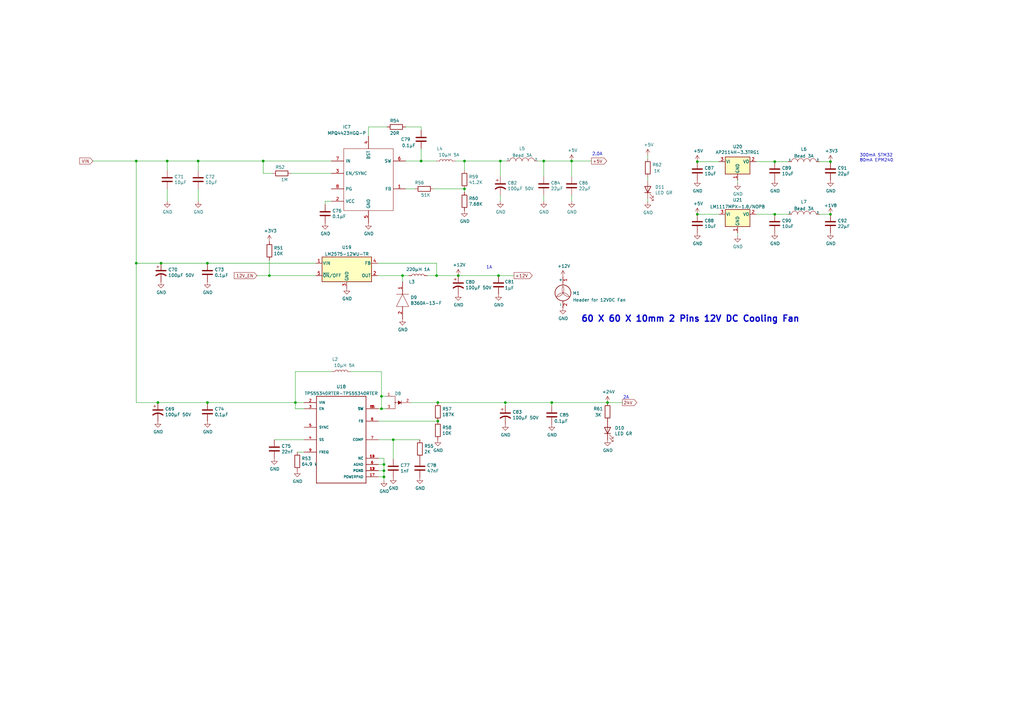
<source format=kicad_sch>
(kicad_sch (version 20211123) (generator eeschema)

  (uuid d061cfb6-8d56-49a3-87fd-aa75f9343e66)

  (paper "A3")

  (title_block
    (title "Power Supply")
    (date "2021-03-17")
    (rev "2.0")
    (company "JPT Electronics")
  )

  (lib_symbols
    (symbol "B360A-13-F:B360A-13-F" (pin_names (offset 0.762)) (in_bom yes) (on_board yes)
      (property "Reference" "D" (id 0) (at 11.43 5.08 0)
        (effects (font (size 1.27 1.27)) (justify left))
      )
      (property "Value" "B360A-13-F" (id 1) (at 11.43 2.54 0)
        (effects (font (size 1.27 1.27)) (justify left))
      )
      (property "Footprint" "DIOM5226X240N" (id 2) (at 11.43 0 0)
        (effects (font (size 1.27 1.27)) (justify left) hide)
      )
      (property "Datasheet" "https://www.diodes.com/assets/Datasheets/ds30891.pdf" (id 3) (at 11.43 -2.54 0)
        (effects (font (size 1.27 1.27)) (justify left) hide)
      )
      (property "Description" "Schottky Diode 3A 60V 0.7Vf SMA Diodes Inc B360A-13-F, SMT Schottky Diode, 60V 3A, 2-Pin DO-214AC" (id 4) (at 11.43 -5.08 0)
        (effects (font (size 1.27 1.27)) (justify left) hide)
      )
      (property "Height" "2.4" (id 5) (at 11.43 -7.62 0)
        (effects (font (size 1.27 1.27)) (justify left) hide)
      )
      (property "Manufacturer_Name" "Diodes Inc." (id 6) (at 11.43 -10.16 0)
        (effects (font (size 1.27 1.27)) (justify left) hide)
      )
      (property "Manufacturer_Part_Number" "B360A-13-F" (id 7) (at 11.43 -12.7 0)
        (effects (font (size 1.27 1.27)) (justify left) hide)
      )
      (property "Arrow Part Number" "B360A-13-F" (id 8) (at 11.43 -15.24 0)
        (effects (font (size 1.27 1.27)) (justify left) hide)
      )
      (property "Arrow Price/Stock" "https://www.arrow.com/en/products/b360a-13-f/diodes-incorporated" (id 9) (at 11.43 -17.78 0)
        (effects (font (size 1.27 1.27)) (justify left) hide)
      )
      (property "Mouser Part Number" "621-B360A-F" (id 10) (at 11.43 -20.32 0)
        (effects (font (size 1.27 1.27)) (justify left) hide)
      )
      (property "Mouser Price/Stock" "https://www.mouser.co.uk/ProductDetail/Diodes-Incorporated/B360A-13-F?qs=sVoUGXYOGv3xoCWNHVb4bA%3D%3D" (id 11) (at 11.43 -22.86 0)
        (effects (font (size 1.27 1.27)) (justify left) hide)
      )
      (property "ki_description" "Schottky Diode 3A 60V 0.7Vf SMA Diodes Inc B360A-13-F, SMT Schottky Diode, 60V 3A, 2-Pin DO-214AC" (id 12) (at 0 0 0)
        (effects (font (size 1.27 1.27)) hide)
      )
      (symbol "B360A-13-F_0_0"
        (pin passive line (at 0 0 0) (length 5.08)
          (name "~" (effects (font (size 1.27 1.27))))
          (number "1" (effects (font (size 1.27 1.27))))
        )
        (pin passive line (at 15.24 0 180) (length 5.08)
          (name "~" (effects (font (size 1.27 1.27))))
          (number "2" (effects (font (size 1.27 1.27))))
        )
      )
      (symbol "B360A-13-F_0_1"
        (polyline
          (pts
            (xy 5.08 2.54)
            (xy 5.08 -2.54)
          )
          (stroke (width 0.1524) (type default) (color 0 0 0 0))
          (fill (type none))
        )
        (polyline
          (pts
            (xy 5.08 0)
            (xy 10.16 2.54)
            (xy 10.16 -2.54)
            (xy 5.08 0)
          )
          (stroke (width 0.1524) (type default) (color 0 0 0 0))
          (fill (type none))
        )
      )
    )
    (symbol "Device:C" (pin_numbers hide) (pin_names (offset 0.254)) (in_bom yes) (on_board yes)
      (property "Reference" "C" (id 0) (at 0.635 2.54 0)
        (effects (font (size 1.27 1.27)) (justify left))
      )
      (property "Value" "C" (id 1) (at 0.635 -2.54 0)
        (effects (font (size 1.27 1.27)) (justify left))
      )
      (property "Footprint" "" (id 2) (at 0.9652 -3.81 0)
        (effects (font (size 1.27 1.27)) hide)
      )
      (property "Datasheet" "~" (id 3) (at 0 0 0)
        (effects (font (size 1.27 1.27)) hide)
      )
      (property "ki_keywords" "cap capacitor" (id 4) (at 0 0 0)
        (effects (font (size 1.27 1.27)) hide)
      )
      (property "ki_description" "Unpolarized capacitor" (id 5) (at 0 0 0)
        (effects (font (size 1.27 1.27)) hide)
      )
      (property "ki_fp_filters" "C_*" (id 6) (at 0 0 0)
        (effects (font (size 1.27 1.27)) hide)
      )
      (symbol "C_0_1"
        (polyline
          (pts
            (xy -2.032 -0.762)
            (xy 2.032 -0.762)
          )
          (stroke (width 0.508) (type default) (color 0 0 0 0))
          (fill (type none))
        )
        (polyline
          (pts
            (xy -2.032 0.762)
            (xy 2.032 0.762)
          )
          (stroke (width 0.508) (type default) (color 0 0 0 0))
          (fill (type none))
        )
      )
      (symbol "C_1_1"
        (pin passive line (at 0 3.81 270) (length 2.794)
          (name "~" (effects (font (size 1.27 1.27))))
          (number "1" (effects (font (size 1.27 1.27))))
        )
        (pin passive line (at 0 -3.81 90) (length 2.794)
          (name "~" (effects (font (size 1.27 1.27))))
          (number "2" (effects (font (size 1.27 1.27))))
        )
      )
    )
    (symbol "Device:CP1" (pin_numbers hide) (pin_names (offset 0.254) hide) (in_bom yes) (on_board yes)
      (property "Reference" "C" (id 0) (at 0.635 2.54 0)
        (effects (font (size 1.27 1.27)) (justify left))
      )
      (property "Value" "Device_CP1" (id 1) (at 0.635 -2.54 0)
        (effects (font (size 1.27 1.27)) (justify left))
      )
      (property "Footprint" "" (id 2) (at 0 0 0)
        (effects (font (size 1.27 1.27)) hide)
      )
      (property "Datasheet" "" (id 3) (at 0 0 0)
        (effects (font (size 1.27 1.27)) hide)
      )
      (property "ki_fp_filters" "CP_*" (id 4) (at 0 0 0)
        (effects (font (size 1.27 1.27)) hide)
      )
      (symbol "CP1_0_1"
        (polyline
          (pts
            (xy -2.032 0.762)
            (xy 2.032 0.762)
          )
          (stroke (width 0.508) (type default) (color 0 0 0 0))
          (fill (type none))
        )
        (polyline
          (pts
            (xy -1.778 2.286)
            (xy -0.762 2.286)
          )
          (stroke (width 0) (type default) (color 0 0 0 0))
          (fill (type none))
        )
        (polyline
          (pts
            (xy -1.27 1.778)
            (xy -1.27 2.794)
          )
          (stroke (width 0) (type default) (color 0 0 0 0))
          (fill (type none))
        )
        (arc (start 2.032 -1.27) (mid 0 -0.5572) (end -2.032 -1.27)
          (stroke (width 0.508) (type default) (color 0 0 0 0))
          (fill (type none))
        )
      )
      (symbol "CP1_1_1"
        (pin passive line (at 0 3.81 270) (length 2.794)
          (name "~" (effects (font (size 1.27 1.27))))
          (number "1" (effects (font (size 1.27 1.27))))
        )
        (pin passive line (at 0 -3.81 90) (length 3.302)
          (name "~" (effects (font (size 1.27 1.27))))
          (number "2" (effects (font (size 1.27 1.27))))
        )
      )
    )
    (symbol "Device:L" (pin_numbers hide) (pin_names (offset 1.016) hide) (in_bom yes) (on_board yes)
      (property "Reference" "L" (id 0) (at -1.27 0 90)
        (effects (font (size 1.27 1.27)))
      )
      (property "Value" "L" (id 1) (at 1.905 0 90)
        (effects (font (size 1.27 1.27)))
      )
      (property "Footprint" "" (id 2) (at 0 0 0)
        (effects (font (size 1.27 1.27)) hide)
      )
      (property "Datasheet" "~" (id 3) (at 0 0 0)
        (effects (font (size 1.27 1.27)) hide)
      )
      (property "ki_keywords" "inductor choke coil reactor magnetic" (id 4) (at 0 0 0)
        (effects (font (size 1.27 1.27)) hide)
      )
      (property "ki_description" "Inductor" (id 5) (at 0 0 0)
        (effects (font (size 1.27 1.27)) hide)
      )
      (property "ki_fp_filters" "Choke_* *Coil* Inductor_* L_*" (id 6) (at 0 0 0)
        (effects (font (size 1.27 1.27)) hide)
      )
      (symbol "L_0_1"
        (arc (start 0 -2.54) (mid 0.635 -1.905) (end 0 -1.27)
          (stroke (width 0) (type default) (color 0 0 0 0))
          (fill (type none))
        )
        (arc (start 0 -1.27) (mid 0.635 -0.635) (end 0 0)
          (stroke (width 0) (type default) (color 0 0 0 0))
          (fill (type none))
        )
        (arc (start 0 0) (mid 0.635 0.635) (end 0 1.27)
          (stroke (width 0) (type default) (color 0 0 0 0))
          (fill (type none))
        )
        (arc (start 0 1.27) (mid 0.635 1.905) (end 0 2.54)
          (stroke (width 0) (type default) (color 0 0 0 0))
          (fill (type none))
        )
      )
      (symbol "L_1_1"
        (pin passive line (at 0 3.81 270) (length 1.27)
          (name "1" (effects (font (size 1.27 1.27))))
          (number "1" (effects (font (size 1.27 1.27))))
        )
        (pin passive line (at 0 -3.81 90) (length 1.27)
          (name "2" (effects (font (size 1.27 1.27))))
          (number "2" (effects (font (size 1.27 1.27))))
        )
      )
    )
    (symbol "Device:LED" (pin_numbers hide) (pin_names (offset 1.016) hide) (in_bom yes) (on_board yes)
      (property "Reference" "D" (id 0) (at 0 2.54 0)
        (effects (font (size 1.27 1.27)))
      )
      (property "Value" "LED" (id 1) (at 0 -2.54 0)
        (effects (font (size 1.27 1.27)))
      )
      (property "Footprint" "" (id 2) (at 0 0 0)
        (effects (font (size 1.27 1.27)) hide)
      )
      (property "Datasheet" "~" (id 3) (at 0 0 0)
        (effects (font (size 1.27 1.27)) hide)
      )
      (property "ki_keywords" "LED diode" (id 4) (at 0 0 0)
        (effects (font (size 1.27 1.27)) hide)
      )
      (property "ki_description" "Light emitting diode" (id 5) (at 0 0 0)
        (effects (font (size 1.27 1.27)) hide)
      )
      (property "ki_fp_filters" "LED* LED_SMD:* LED_THT:*" (id 6) (at 0 0 0)
        (effects (font (size 1.27 1.27)) hide)
      )
      (symbol "LED_0_1"
        (polyline
          (pts
            (xy -1.27 -1.27)
            (xy -1.27 1.27)
          )
          (stroke (width 0.254) (type default) (color 0 0 0 0))
          (fill (type none))
        )
        (polyline
          (pts
            (xy -1.27 0)
            (xy 1.27 0)
          )
          (stroke (width 0) (type default) (color 0 0 0 0))
          (fill (type none))
        )
        (polyline
          (pts
            (xy 1.27 -1.27)
            (xy 1.27 1.27)
            (xy -1.27 0)
            (xy 1.27 -1.27)
          )
          (stroke (width 0.254) (type default) (color 0 0 0 0))
          (fill (type none))
        )
        (polyline
          (pts
            (xy -3.048 -0.762)
            (xy -4.572 -2.286)
            (xy -3.81 -2.286)
            (xy -4.572 -2.286)
            (xy -4.572 -1.524)
          )
          (stroke (width 0) (type default) (color 0 0 0 0))
          (fill (type none))
        )
        (polyline
          (pts
            (xy -1.778 -0.762)
            (xy -3.302 -2.286)
            (xy -2.54 -2.286)
            (xy -3.302 -2.286)
            (xy -3.302 -1.524)
          )
          (stroke (width 0) (type default) (color 0 0 0 0))
          (fill (type none))
        )
      )
      (symbol "LED_1_1"
        (pin passive line (at -3.81 0 0) (length 2.54)
          (name "K" (effects (font (size 1.27 1.27))))
          (number "1" (effects (font (size 1.27 1.27))))
        )
        (pin passive line (at 3.81 0 180) (length 2.54)
          (name "A" (effects (font (size 1.27 1.27))))
          (number "2" (effects (font (size 1.27 1.27))))
        )
      )
    )
    (symbol "Device:R" (pin_numbers hide) (pin_names (offset 0)) (in_bom yes) (on_board yes)
      (property "Reference" "R" (id 0) (at 2.032 0 90)
        (effects (font (size 1.27 1.27)))
      )
      (property "Value" "R" (id 1) (at 0 0 90)
        (effects (font (size 1.27 1.27)))
      )
      (property "Footprint" "" (id 2) (at -1.778 0 90)
        (effects (font (size 1.27 1.27)) hide)
      )
      (property "Datasheet" "~" (id 3) (at 0 0 0)
        (effects (font (size 1.27 1.27)) hide)
      )
      (property "ki_keywords" "R res resistor" (id 4) (at 0 0 0)
        (effects (font (size 1.27 1.27)) hide)
      )
      (property "ki_description" "Resistor" (id 5) (at 0 0 0)
        (effects (font (size 1.27 1.27)) hide)
      )
      (property "ki_fp_filters" "R_*" (id 6) (at 0 0 0)
        (effects (font (size 1.27 1.27)) hide)
      )
      (symbol "R_0_1"
        (rectangle (start -1.016 -2.54) (end 1.016 2.54)
          (stroke (width 0.254) (type default) (color 0 0 0 0))
          (fill (type none))
        )
      )
      (symbol "R_1_1"
        (pin passive line (at 0 3.81 270) (length 1.27)
          (name "~" (effects (font (size 1.27 1.27))))
          (number "1" (effects (font (size 1.27 1.27))))
        )
        (pin passive line (at 0 -3.81 90) (length 1.27)
          (name "~" (effects (font (size 1.27 1.27))))
          (number "2" (effects (font (size 1.27 1.27))))
        )
      )
    )
    (symbol "Libraries:SBRD10200TR" (pin_names (offset 1.016) hide) (in_bom yes) (on_board yes)
      (property "Reference" "D10" (id 0) (at -0.127 6.4557 90)
        (effects (font (size 1.27 1.27)))
      )
      (property "Value" "SBRD10200TR" (id 1) (at -0.127 3.6806 90)
        (effects (font (size 1.27 1.27)) hide)
      )
      (property "Footprint" "Package_TO_SOT_SMD:ATPAK-2" (id 2) (at 0 0 0)
        (effects (font (size 1.27 1.27)) (justify left bottom) hide)
      )
      (property "Datasheet" "IPC 7351B" (id 3) (at 0 0 0)
        (effects (font (size 1.27 1.27)) (justify left bottom) hide)
      )
      (property "Field4" "SMC DIODE SOLUTIONS" (id 4) (at 0 0 0)
        (effects (font (size 1.27 1.27)) (justify left bottom) hide)
      )
      (property "Field5" "A" (id 5) (at 0 0 0)
        (effects (font (size 1.27 1.27)) (justify left bottom) hide)
      )
      (symbol "SBRD10200TR_0_0"
        (circle (center 0 -1.27) (radius 0.1524)
          (stroke (width 0.1524) (type default) (color 0 0 0 0))
          (fill (type none))
        )
        (polyline
          (pts
            (xy -2.54 -1.27)
            (xy -2.54 -2.794)
          )
          (stroke (width 0.1524) (type default) (color 0 0 0 0))
          (fill (type none))
        )
        (polyline
          (pts
            (xy 0 -1.27)
            (xy -2.54 -1.27)
          )
          (stroke (width 0.1524) (type default) (color 0 0 0 0))
          (fill (type none))
        )
        (polyline
          (pts
            (xy 0 -1.27)
            (xy 2.54 -1.27)
          )
          (stroke (width 0.1524) (type default) (color 0 0 0 0))
          (fill (type none))
        )
        (polyline
          (pts
            (xy 0 0)
            (xy 0 -1.27)
          )
          (stroke (width 0.1524) (type default) (color 0 0 0 0))
          (fill (type none))
        )
        (polyline
          (pts
            (xy 0 1.27)
            (xy -0.762 1.27)
          )
          (stroke (width 0.1524) (type default) (color 0 0 0 0))
          (fill (type none))
        )
        (polyline
          (pts
            (xy 0 1.27)
            (xy 0 2.54)
          )
          (stroke (width 0.1524) (type default) (color 0 0 0 0))
          (fill (type none))
        )
        (polyline
          (pts
            (xy 0.762 1.27)
            (xy 0 1.27)
          )
          (stroke (width 0.1524) (type default) (color 0 0 0 0))
          (fill (type none))
        )
        (polyline
          (pts
            (xy 2.54 -1.27)
            (xy 2.54 -2.54)
          )
          (stroke (width 0.1524) (type default) (color 0 0 0 0))
          (fill (type none))
        )
        (polyline
          (pts
            (xy 0 1.27)
            (xy 0.762 0)
            (xy -0.762 0)
          )
          (stroke (width 0.1524) (type default) (color 0 0 0 0))
          (fill (type outline))
        )
        (pin passive line (at -2.54 -5.08 90) (length 2.54)
          (name "~" (effects (font (size 1.016 1.016))))
          (number "1" (effects (font (size 1.016 1.016))))
        )
        (pin passive line (at 0 5.08 270) (length 2.54)
          (name "~" (effects (font (size 1.016 1.016))))
          (number "2" (effects (font (size 1.016 1.016))))
        )
        (pin passive line (at 2.54 -5.08 90) (length 2.54)
          (name "~" (effects (font (size 1.016 1.016))))
          (number "3" (effects (font (size 1.016 1.016))))
        )
      )
    )
    (symbol "MPQ4423:MPQ4423HGQ-P" (pin_names (offset 0.762)) (in_bom yes) (on_board yes)
      (property "Reference" "IC" (id 0) (at 24.13 -5.08 0)
        (effects (font (size 1.27 1.27)) (justify left))
      )
      (property "Value" "MPQ4423HGQ-P" (id 1) (at 24.13 -1.27 0)
        (effects (font (size 1.27 1.27)) (justify left))
      )
      (property "Footprint" "SON65P300X300X100-8N-D" (id 2) (at 26.67 5.08 0)
        (effects (font (size 1.27 1.27)) (justify left) hide)
      )
      (property "Datasheet" "https://componentsearchengine.com/Datasheets/1/MPQ4423HGQ-P.pdf" (id 3) (at 26.67 0 0)
        (effects (font (size 1.27 1.27)) (justify left) hide)
      )
      (property "Description" "Switching Voltage Regulators Industrial Grade,High Efficiency 3A,true 36V,Synchronous Step Down Converter" (id 4) (at 26.67 -2.54 0)
        (effects (font (size 1.27 1.27)) (justify left) hide)
      )
      (property "Height" "1" (id 5) (at 31.75 -19.05 0)
        (effects (font (size 1.27 1.27)) (justify left) hide)
      )
      (property "Manufacturer_Name" "Monolithic Power Systems (MPS)" (id 6) (at 26.67 -5.08 0)
        (effects (font (size 1.27 1.27)) (justify left) hide)
      )
      (property "Manufacturer_Part_Number" "MPQ4423HGQ-P" (id 7) (at 26.67 -7.62 0)
        (effects (font (size 1.27 1.27)) (justify left) hide)
      )
      (property "Mouser Part Number" "946-MPQ4423HGQ-P" (id 8) (at 39.37 -17.78 0)
        (effects (font (size 1.27 1.27)) (justify left) hide)
      )
      (property "Mouser Price/Stock" "https://www.mouser.co.uk/ProductDetail/Monolithic-Power-Systems-MPS/MPQ4423HGQ-P?qs=493kPxzlxfJwZ70ZuiwH6w%3D%3D" (id 9) (at 39.37 -20.32 0)
        (effects (font (size 1.27 1.27)) (justify left) hide)
      )
      (property "Arrow Part Number" "" (id 10) (at 31.75 -31.75 0)
        (effects (font (size 1.27 1.27)) (justify left) hide)
      )
      (property "Arrow Price/Stock" "" (id 11) (at 31.75 -34.29 0)
        (effects (font (size 1.27 1.27)) (justify left) hide)
      )
      (property "ki_description" "Switching Voltage Regulators Industrial Grade,High Efficiency 3A,true 36V,Synchronous Step Down Converter" (id 12) (at 0 0 0)
        (effects (font (size 1.27 1.27)) hide)
      )
      (symbol "MPQ4423HGQ-P_0_0"
        (pin passive line (at 35.56 -26.67 180) (length 5.08)
          (name "FB" (effects (font (size 1.27 1.27))))
          (number "1" (effects (font (size 1.27 1.27))))
        )
        (pin passive line (at 5.08 -31.75 0) (length 5.08)
          (name "VCC" (effects (font (size 1.27 1.27))))
          (number "2" (effects (font (size 1.27 1.27))))
        )
        (pin passive line (at 5.08 -20.32 0) (length 5.08)
          (name "EN/SYNC" (effects (font (size 1.27 1.27))))
          (number "3" (effects (font (size 1.27 1.27))))
        )
        (pin passive line (at 20.32 -5.08 270) (length 5.08)
          (name "BST" (effects (font (size 1.27 1.27))))
          (number "4" (effects (font (size 1.27 1.27))))
        )
        (pin passive line (at 20.32 -40.64 90) (length 5.08)
          (name "GND" (effects (font (size 1.27 1.27))))
          (number "5" (effects (font (size 1.27 1.27))))
        )
        (pin passive line (at 35.56 -15.24 180) (length 5.08)
          (name "SW" (effects (font (size 1.27 1.27))))
          (number "6" (effects (font (size 1.27 1.27))))
        )
        (pin passive line (at 5.08 -15.24 0) (length 5.08)
          (name "IN" (effects (font (size 1.27 1.27))))
          (number "7" (effects (font (size 1.27 1.27))))
        )
        (pin passive line (at 5.08 -26.67 0) (length 5.08)
          (name "PG" (effects (font (size 1.27 1.27))))
          (number "8" (effects (font (size 1.27 1.27))))
        )
      )
      (symbol "MPQ4423HGQ-P_0_1"
        (polyline
          (pts
            (xy 10.16 -10.16)
            (xy 30.48 -10.16)
            (xy 30.48 -35.56)
            (xy 10.16 -35.56)
            (xy 10.16 -10.16)
          )
          (stroke (width 0.1524) (type default) (color 0 0 0 0))
          (fill (type none))
        )
      )
    )
    (symbol "Motor:Fan" (pin_names (offset 0)) (in_bom yes) (on_board yes)
      (property "Reference" "M" (id 0) (at 2.54 5.08 0)
        (effects (font (size 1.27 1.27)) (justify left))
      )
      (property "Value" "Fan" (id 1) (at 2.54 -2.54 0)
        (effects (font (size 1.27 1.27)) (justify left top))
      )
      (property "Footprint" "" (id 2) (at 0 0.254 0)
        (effects (font (size 1.27 1.27)) hide)
      )
      (property "Datasheet" "~" (id 3) (at 0 0.254 0)
        (effects (font (size 1.27 1.27)) hide)
      )
      (property "ki_keywords" "Fan Motor" (id 4) (at 0 0 0)
        (effects (font (size 1.27 1.27)) hide)
      )
      (property "ki_description" "Fan" (id 5) (at 0 0 0)
        (effects (font (size 1.27 1.27)) hide)
      )
      (property "ki_fp_filters" "PinHeader*P2.54mm* TerminalBlock*" (id 6) (at 0 0 0)
        (effects (font (size 1.27 1.27)) hide)
      )
      (symbol "Fan_0_1"
        (arc (start -2.54 -0.508) (mid -0.0014 0.9048) (end 0 3.81)
          (stroke (width 0) (type default) (color 0 0 0 0))
          (fill (type none))
        )
        (polyline
          (pts
            (xy 0 -5.08)
            (xy 0 -4.572)
          )
          (stroke (width 0) (type default) (color 0 0 0 0))
          (fill (type none))
        )
        (polyline
          (pts
            (xy 0 -2.2352)
            (xy 0 -2.6416)
          )
          (stroke (width 0) (type default) (color 0 0 0 0))
          (fill (type none))
        )
        (polyline
          (pts
            (xy 0 4.2672)
            (xy 0 4.6228)
          )
          (stroke (width 0) (type default) (color 0 0 0 0))
          (fill (type none))
        )
        (polyline
          (pts
            (xy 0 4.572)
            (xy 0 5.08)
          )
          (stroke (width 0) (type default) (color 0 0 0 0))
          (fill (type none))
        )
        (circle (center 0 1.016) (radius 3.2512)
          (stroke (width 0.254) (type default) (color 0 0 0 0))
          (fill (type none))
        )
        (arc (start 0 3.81) (mid 0.0468 0.9315) (end 2.54 -0.508)
          (stroke (width 0) (type default) (color 0 0 0 0))
          (fill (type none))
        )
        (arc (start 2.54 -0.508) (mid 0 1.0618) (end -2.54 -0.508)
          (stroke (width 0) (type default) (color 0 0 0 0))
          (fill (type none))
        )
      )
      (symbol "Fan_1_1"
        (pin passive line (at 0 7.62 270) (length 2.54)
          (name "+" (effects (font (size 1.27 1.27))))
          (number "1" (effects (font (size 1.27 1.27))))
        )
        (pin passive line (at 0 -5.08 90) (length 2.54)
          (name "-" (effects (font (size 1.27 1.27))))
          (number "2" (effects (font (size 1.27 1.27))))
        )
      )
    )
    (symbol "Pre-Aligner-rescue:TPS55340RTER-TPS55340RTER" (pin_names (offset 1.016)) (in_bom yes) (on_board yes)
      (property "Reference" "U" (id 0) (at -10.16 18.542 0)
        (effects (font (size 1.27 1.27)) (justify left bottom))
      )
      (property "Value" "TPS55340RTER-TPS55340RTER" (id 1) (at -10.16 -20.32 0)
        (effects (font (size 1.27 1.27)) (justify left bottom))
      )
      (property "Footprint" "QFN50P300X300X80-17N" (id 2) (at 0 0 0)
        (effects (font (size 1.27 1.27)) (justify left bottom) hide)
      )
      (property "Datasheet" "TPS55340RTER" (id 3) (at 0 0 0)
        (effects (font (size 1.27 1.27)) (justify left bottom) hide)
      )
      (property "Field4" "None" (id 4) (at 0 0 0)
        (effects (font (size 1.27 1.27)) (justify left bottom) hide)
      )
      (property "Field5" "Boost Switching Regulator IC Positive, Isolation Capable Adjustable 2.9V 1 Output 5.25A _Switch_ 16-WFQFN Exposed Pad" (id 5) (at 0 0 0)
        (effects (font (size 1.27 1.27)) (justify left bottom) hide)
      )
      (property "Field6" "Unavailable" (id 6) (at 0 0 0)
        (effects (font (size 1.27 1.27)) (justify left bottom) hide)
      )
      (property "Field7" "WQFN-16 Texas Instruments" (id 7) (at 0 0 0)
        (effects (font (size 1.27 1.27)) (justify left bottom) hide)
      )
      (property "Field8" "Texas Instruments" (id 8) (at 0 0 0)
        (effects (font (size 1.27 1.27)) (justify left bottom) hide)
      )
      (property "ki_locked" "" (id 9) (at 0 0 0)
        (effects (font (size 1.27 1.27)))
      )
      (symbol "TPS55340RTER-TPS55340RTER_0_0"
        (polyline
          (pts
            (xy -10.16 -17.78)
            (xy -10.16 17.78)
          )
          (stroke (width 0.254) (type default) (color 0 0 0 0))
          (fill (type none))
        )
        (polyline
          (pts
            (xy -10.16 17.78)
            (xy 10.16 17.78)
          )
          (stroke (width 0.254) (type default) (color 0 0 0 0))
          (fill (type none))
        )
        (polyline
          (pts
            (xy 10.16 -17.78)
            (xy -10.16 -17.78)
          )
          (stroke (width 0.254) (type default) (color 0 0 0 0))
          (fill (type none))
        )
        (polyline
          (pts
            (xy 10.16 17.78)
            (xy 10.16 -17.78)
          )
          (stroke (width 0.254) (type default) (color 0 0 0 0))
          (fill (type none))
        )
        (pin output line (at 15.24 12.7 180) (length 5.08)
          (name "SW" (effects (font (size 1.016 1.016))))
          (number "1" (effects (font (size 1.016 1.016))))
        )
        (pin power_in line (at 15.24 -7.62 180) (length 5.08)
          (name "NC" (effects (font (size 1.016 1.016))))
          (number "10" (effects (font (size 1.016 1.016))))
        )
        (pin power_in line (at 15.24 -12.7 180) (length 5.08)
          (name "PGND" (effects (font (size 1.016 1.016))))
          (number "11" (effects (font (size 1.016 1.016))))
        )
        (pin power_in line (at 15.24 -12.7 180) (length 5.08)
          (name "PGND" (effects (font (size 1.016 1.016))))
          (number "12" (effects (font (size 1.016 1.016))))
        )
        (pin power_in line (at 15.24 -12.7 180) (length 5.08)
          (name "PGND" (effects (font (size 1.016 1.016))))
          (number "13" (effects (font (size 1.016 1.016))))
        )
        (pin power_in line (at 15.24 -7.62 180) (length 5.08)
          (name "NC" (effects (font (size 1.016 1.016))))
          (number "14" (effects (font (size 1.016 1.016))))
        )
        (pin output line (at 15.24 12.7 180) (length 5.08)
          (name "SW" (effects (font (size 1.016 1.016))))
          (number "15" (effects (font (size 1.016 1.016))))
        )
        (pin output line (at 15.24 12.7 180) (length 5.08)
          (name "SW" (effects (font (size 1.016 1.016))))
          (number "16" (effects (font (size 1.016 1.016))))
        )
        (pin power_in line (at 15.24 -15.24 180) (length 5.08)
          (name "POWERPAD" (effects (font (size 1.016 1.016))))
          (number "17" (effects (font (size 1.016 1.016))))
        )
        (pin power_in line (at -15.24 15.24 0) (length 5.08)
          (name "VIN" (effects (font (size 1.016 1.016))))
          (number "2" (effects (font (size 1.016 1.016))))
        )
        (pin input line (at -15.24 12.7 0) (length 5.08)
          (name "EN" (effects (font (size 1.016 1.016))))
          (number "3" (effects (font (size 1.016 1.016))))
        )
        (pin input line (at -15.24 0 0) (length 5.08)
          (name "SS" (effects (font (size 1.016 1.016))))
          (number "4" (effects (font (size 1.016 1.016))))
        )
        (pin input line (at -15.24 5.08 0) (length 5.08)
          (name "SYNC" (effects (font (size 1.016 1.016))))
          (number "5" (effects (font (size 1.016 1.016))))
        )
        (pin power_in line (at 15.24 -10.16 180) (length 5.08)
          (name "AGND" (effects (font (size 1.016 1.016))))
          (number "6" (effects (font (size 1.016 1.016))))
        )
        (pin output line (at 15.24 0 180) (length 5.08)
          (name "COMP" (effects (font (size 1.016 1.016))))
          (number "7" (effects (font (size 1.016 1.016))))
        )
        (pin input line (at 15.24 7.62 180) (length 5.08)
          (name "FB" (effects (font (size 1.016 1.016))))
          (number "8" (effects (font (size 1.016 1.016))))
        )
        (pin input line (at -15.24 -5.08 0) (length 5.08)
          (name "FREQ" (effects (font (size 1.016 1.016))))
          (number "9" (effects (font (size 1.016 1.016))))
        )
      )
    )
    (symbol "Regulator_Linear:AMS1117-2.5" (pin_names (offset 0.254)) (in_bom yes) (on_board yes)
      (property "Reference" "U" (id 0) (at -3.81 3.175 0)
        (effects (font (size 1.27 1.27)))
      )
      (property "Value" "AMS1117-2.5" (id 1) (at 0 3.175 0)
        (effects (font (size 1.27 1.27)) (justify left))
      )
      (property "Footprint" "Package_TO_SOT_SMD:SOT-223-3_TabPin2" (id 2) (at 0 5.08 0)
        (effects (font (size 1.27 1.27)) hide)
      )
      (property "Datasheet" "http://www.advanced-monolithic.com/pdf/ds1117.pdf" (id 3) (at 2.54 -6.35 0)
        (effects (font (size 1.27 1.27)) hide)
      )
      (property "ki_keywords" "linear regulator ldo fixed positive" (id 4) (at 0 0 0)
        (effects (font (size 1.27 1.27)) hide)
      )
      (property "ki_description" "1A Low Dropout regulator, positive, 2.5V fixed output, SOT-223" (id 5) (at 0 0 0)
        (effects (font (size 1.27 1.27)) hide)
      )
      (property "ki_fp_filters" "SOT?223*TabPin2*" (id 6) (at 0 0 0)
        (effects (font (size 1.27 1.27)) hide)
      )
      (symbol "AMS1117-2.5_0_1"
        (rectangle (start -5.08 -5.08) (end 5.08 1.905)
          (stroke (width 0.254) (type default) (color 0 0 0 0))
          (fill (type background))
        )
      )
      (symbol "AMS1117-2.5_1_1"
        (pin power_in line (at 0 -7.62 90) (length 2.54)
          (name "GND" (effects (font (size 1.27 1.27))))
          (number "1" (effects (font (size 1.27 1.27))))
        )
        (pin power_out line (at 7.62 0 180) (length 2.54)
          (name "VO" (effects (font (size 1.27 1.27))))
          (number "2" (effects (font (size 1.27 1.27))))
        )
        (pin power_in line (at -7.62 0 0) (length 2.54)
          (name "VI" (effects (font (size 1.27 1.27))))
          (number "3" (effects (font (size 1.27 1.27))))
        )
      )
    )
    (symbol "Regulator_Linear:LM1117-3.3" (pin_names (offset 0.254)) (in_bom yes) (on_board yes)
      (property "Reference" "U" (id 0) (at -3.81 3.175 0)
        (effects (font (size 1.27 1.27)))
      )
      (property "Value" "LM1117-3.3" (id 1) (at 0 3.175 0)
        (effects (font (size 1.27 1.27)) (justify left))
      )
      (property "Footprint" "" (id 2) (at 0 0 0)
        (effects (font (size 1.27 1.27)) hide)
      )
      (property "Datasheet" "http://www.ti.com/lit/ds/symlink/lm1117.pdf" (id 3) (at 0 0 0)
        (effects (font (size 1.27 1.27)) hide)
      )
      (property "ki_keywords" "linear regulator ldo fixed positive" (id 4) (at 0 0 0)
        (effects (font (size 1.27 1.27)) hide)
      )
      (property "ki_description" "800mA Low-Dropout Linear Regulator, 3.3V fixed output, TO-220/TO-252/TO-263/SOT-223" (id 5) (at 0 0 0)
        (effects (font (size 1.27 1.27)) hide)
      )
      (property "ki_fp_filters" "SOT?223* TO?263* TO?252* TO?220*" (id 6) (at 0 0 0)
        (effects (font (size 1.27 1.27)) hide)
      )
      (symbol "LM1117-3.3_0_1"
        (rectangle (start -5.08 -5.08) (end 5.08 1.905)
          (stroke (width 0.254) (type default) (color 0 0 0 0))
          (fill (type background))
        )
      )
      (symbol "LM1117-3.3_1_1"
        (pin power_in line (at 0 -7.62 90) (length 2.54)
          (name "GND" (effects (font (size 1.27 1.27))))
          (number "1" (effects (font (size 1.27 1.27))))
        )
        (pin power_out line (at 7.62 0 180) (length 2.54)
          (name "VO" (effects (font (size 1.27 1.27))))
          (number "2" (effects (font (size 1.27 1.27))))
        )
        (pin power_in line (at -7.62 0 0) (length 2.54)
          (name "VI" (effects (font (size 1.27 1.27))))
          (number "3" (effects (font (size 1.27 1.27))))
        )
      )
    )
    (symbol "Regulator_Switching:LM2575-12BU" (pin_names (offset 0.254)) (in_bom yes) (on_board yes)
      (property "Reference" "U" (id 0) (at -10.16 6.35 0)
        (effects (font (size 1.27 1.27)) (justify left))
      )
      (property "Value" "LM2575-12BU" (id 1) (at 0 6.35 0)
        (effects (font (size 1.27 1.27)) (justify left))
      )
      (property "Footprint" "Package_TO_SOT_SMD:TO-263-5_TabPin3" (id 2) (at 0 -6.35 0)
        (effects (font (size 1.27 1.27) italic) (justify left) hide)
      )
      (property "Datasheet" "http://ww1.microchip.com/downloads/en/DeviceDoc/lm2575.pdf" (id 3) (at 0 0 0)
        (effects (font (size 1.27 1.27)) hide)
      )
      (property "ki_keywords" "Buck regulator Switcher" (id 4) (at 0 0 0)
        (effects (font (size 1.27 1.27)) hide)
      )
      (property "ki_description" "Fixed 12V 52kHz Simple 1A Buck Regulator, TO-263" (id 5) (at 0 0 0)
        (effects (font (size 1.27 1.27)) hide)
      )
      (property "ki_fp_filters" "TO?263*" (id 6) (at 0 0 0)
        (effects (font (size 1.27 1.27)) hide)
      )
      (symbol "LM2575-12BU_0_1"
        (rectangle (start -10.16 5.08) (end 10.16 -5.08)
          (stroke (width 0.254) (type default) (color 0 0 0 0))
          (fill (type background))
        )
      )
      (symbol "LM2575-12BU_1_1"
        (pin power_in line (at -12.7 2.54 0) (length 2.54)
          (name "VIN" (effects (font (size 1.27 1.27))))
          (number "1" (effects (font (size 1.27 1.27))))
        )
        (pin output line (at 12.7 -2.54 180) (length 2.54)
          (name "OUT" (effects (font (size 1.27 1.27))))
          (number "2" (effects (font (size 1.27 1.27))))
        )
        (pin power_in line (at 0 -7.62 90) (length 2.54)
          (name "GND" (effects (font (size 1.27 1.27))))
          (number "3" (effects (font (size 1.27 1.27))))
        )
        (pin input line (at 12.7 2.54 180) (length 2.54)
          (name "FB" (effects (font (size 1.27 1.27))))
          (number "4" (effects (font (size 1.27 1.27))))
        )
        (pin input line (at -12.7 -2.54 0) (length 2.54)
          (name "~{ON}/OFF" (effects (font (size 1.27 1.27))))
          (number "5" (effects (font (size 1.27 1.27))))
        )
      )
    )
    (symbol "power:+12V" (power) (pin_names (offset 0)) (in_bom yes) (on_board yes)
      (property "Reference" "#PWR" (id 0) (at 0 -3.81 0)
        (effects (font (size 1.27 1.27)) hide)
      )
      (property "Value" "+12V" (id 1) (at 0 3.556 0)
        (effects (font (size 1.27 1.27)))
      )
      (property "Footprint" "" (id 2) (at 0 0 0)
        (effects (font (size 1.27 1.27)) hide)
      )
      (property "Datasheet" "" (id 3) (at 0 0 0)
        (effects (font (size 1.27 1.27)) hide)
      )
      (property "ki_keywords" "power-flag" (id 4) (at 0 0 0)
        (effects (font (size 1.27 1.27)) hide)
      )
      (property "ki_description" "Power symbol creates a global label with name \"+12V\"" (id 5) (at 0 0 0)
        (effects (font (size 1.27 1.27)) hide)
      )
      (symbol "+12V_0_1"
        (polyline
          (pts
            (xy -0.762 1.27)
            (xy 0 2.54)
          )
          (stroke (width 0) (type default) (color 0 0 0 0))
          (fill (type none))
        )
        (polyline
          (pts
            (xy 0 0)
            (xy 0 2.54)
          )
          (stroke (width 0) (type default) (color 0 0 0 0))
          (fill (type none))
        )
        (polyline
          (pts
            (xy 0 2.54)
            (xy 0.762 1.27)
          )
          (stroke (width 0) (type default) (color 0 0 0 0))
          (fill (type none))
        )
      )
      (symbol "+12V_1_1"
        (pin power_in line (at 0 0 90) (length 0) hide
          (name "+12V" (effects (font (size 1.27 1.27))))
          (number "1" (effects (font (size 1.27 1.27))))
        )
      )
    )
    (symbol "power:+1V8" (power) (pin_names (offset 0)) (in_bom yes) (on_board yes)
      (property "Reference" "#PWR" (id 0) (at 0 -3.81 0)
        (effects (font (size 1.27 1.27)) hide)
      )
      (property "Value" "+1V8" (id 1) (at 0 3.556 0)
        (effects (font (size 1.27 1.27)))
      )
      (property "Footprint" "" (id 2) (at 0 0 0)
        (effects (font (size 1.27 1.27)) hide)
      )
      (property "Datasheet" "" (id 3) (at 0 0 0)
        (effects (font (size 1.27 1.27)) hide)
      )
      (property "ki_keywords" "power-flag" (id 4) (at 0 0 0)
        (effects (font (size 1.27 1.27)) hide)
      )
      (property "ki_description" "Power symbol creates a global label with name \"+1V8\"" (id 5) (at 0 0 0)
        (effects (font (size 1.27 1.27)) hide)
      )
      (symbol "+1V8_0_1"
        (polyline
          (pts
            (xy -0.762 1.27)
            (xy 0 2.54)
          )
          (stroke (width 0) (type default) (color 0 0 0 0))
          (fill (type none))
        )
        (polyline
          (pts
            (xy 0 0)
            (xy 0 2.54)
          )
          (stroke (width 0) (type default) (color 0 0 0 0))
          (fill (type none))
        )
        (polyline
          (pts
            (xy 0 2.54)
            (xy 0.762 1.27)
          )
          (stroke (width 0) (type default) (color 0 0 0 0))
          (fill (type none))
        )
      )
      (symbol "+1V8_1_1"
        (pin power_in line (at 0 0 90) (length 0) hide
          (name "+1V8" (effects (font (size 1.27 1.27))))
          (number "1" (effects (font (size 1.27 1.27))))
        )
      )
    )
    (symbol "power:+24V" (power) (pin_names (offset 0)) (in_bom yes) (on_board yes)
      (property "Reference" "#PWR" (id 0) (at 0 -3.81 0)
        (effects (font (size 1.27 1.27)) hide)
      )
      (property "Value" "+24V" (id 1) (at 0 3.556 0)
        (effects (font (size 1.27 1.27)))
      )
      (property "Footprint" "" (id 2) (at 0 0 0)
        (effects (font (size 1.27 1.27)) hide)
      )
      (property "Datasheet" "" (id 3) (at 0 0 0)
        (effects (font (size 1.27 1.27)) hide)
      )
      (property "ki_keywords" "power-flag" (id 4) (at 0 0 0)
        (effects (font (size 1.27 1.27)) hide)
      )
      (property "ki_description" "Power symbol creates a global label with name \"+24V\"" (id 5) (at 0 0 0)
        (effects (font (size 1.27 1.27)) hide)
      )
      (symbol "+24V_0_1"
        (polyline
          (pts
            (xy -0.762 1.27)
            (xy 0 2.54)
          )
          (stroke (width 0) (type default) (color 0 0 0 0))
          (fill (type none))
        )
        (polyline
          (pts
            (xy 0 0)
            (xy 0 2.54)
          )
          (stroke (width 0) (type default) (color 0 0 0 0))
          (fill (type none))
        )
        (polyline
          (pts
            (xy 0 2.54)
            (xy 0.762 1.27)
          )
          (stroke (width 0) (type default) (color 0 0 0 0))
          (fill (type none))
        )
      )
      (symbol "+24V_1_1"
        (pin power_in line (at 0 0 90) (length 0) hide
          (name "+24V" (effects (font (size 1.27 1.27))))
          (number "1" (effects (font (size 1.27 1.27))))
        )
      )
    )
    (symbol "power:+3.3V" (power) (pin_names (offset 0)) (in_bom yes) (on_board yes)
      (property "Reference" "#PWR" (id 0) (at 0 -3.81 0)
        (effects (font (size 1.27 1.27)) hide)
      )
      (property "Value" "+3.3V" (id 1) (at 0 3.556 0)
        (effects (font (size 1.27 1.27)))
      )
      (property "Footprint" "" (id 2) (at 0 0 0)
        (effects (font (size 1.27 1.27)) hide)
      )
      (property "Datasheet" "" (id 3) (at 0 0 0)
        (effects (font (size 1.27 1.27)) hide)
      )
      (property "ki_keywords" "power-flag" (id 4) (at 0 0 0)
        (effects (font (size 1.27 1.27)) hide)
      )
      (property "ki_description" "Power symbol creates a global label with name \"+3.3V\"" (id 5) (at 0 0 0)
        (effects (font (size 1.27 1.27)) hide)
      )
      (symbol "+3.3V_0_1"
        (polyline
          (pts
            (xy -0.762 1.27)
            (xy 0 2.54)
          )
          (stroke (width 0) (type default) (color 0 0 0 0))
          (fill (type none))
        )
        (polyline
          (pts
            (xy 0 0)
            (xy 0 2.54)
          )
          (stroke (width 0) (type default) (color 0 0 0 0))
          (fill (type none))
        )
        (polyline
          (pts
            (xy 0 2.54)
            (xy 0.762 1.27)
          )
          (stroke (width 0) (type default) (color 0 0 0 0))
          (fill (type none))
        )
      )
      (symbol "+3.3V_1_1"
        (pin power_in line (at 0 0 90) (length 0) hide
          (name "+3V3" (effects (font (size 1.27 1.27))))
          (number "1" (effects (font (size 1.27 1.27))))
        )
      )
    )
    (symbol "power:+5V" (power) (pin_names (offset 0)) (in_bom yes) (on_board yes)
      (property "Reference" "#PWR" (id 0) (at 0 -3.81 0)
        (effects (font (size 1.27 1.27)) hide)
      )
      (property "Value" "+5V" (id 1) (at 0 3.556 0)
        (effects (font (size 1.27 1.27)))
      )
      (property "Footprint" "" (id 2) (at 0 0 0)
        (effects (font (size 1.27 1.27)) hide)
      )
      (property "Datasheet" "" (id 3) (at 0 0 0)
        (effects (font (size 1.27 1.27)) hide)
      )
      (property "ki_keywords" "power-flag" (id 4) (at 0 0 0)
        (effects (font (size 1.27 1.27)) hide)
      )
      (property "ki_description" "Power symbol creates a global label with name \"+5V\"" (id 5) (at 0 0 0)
        (effects (font (size 1.27 1.27)) hide)
      )
      (symbol "+5V_0_1"
        (polyline
          (pts
            (xy -0.762 1.27)
            (xy 0 2.54)
          )
          (stroke (width 0) (type default) (color 0 0 0 0))
          (fill (type none))
        )
        (polyline
          (pts
            (xy 0 0)
            (xy 0 2.54)
          )
          (stroke (width 0) (type default) (color 0 0 0 0))
          (fill (type none))
        )
        (polyline
          (pts
            (xy 0 2.54)
            (xy 0.762 1.27)
          )
          (stroke (width 0) (type default) (color 0 0 0 0))
          (fill (type none))
        )
      )
      (symbol "+5V_1_1"
        (pin power_in line (at 0 0 90) (length 0) hide
          (name "+5V" (effects (font (size 1.27 1.27))))
          (number "1" (effects (font (size 1.27 1.27))))
        )
      )
    )
    (symbol "power:GND" (power) (pin_names (offset 0)) (in_bom yes) (on_board yes)
      (property "Reference" "#PWR" (id 0) (at 0 -6.35 0)
        (effects (font (size 1.27 1.27)) hide)
      )
      (property "Value" "GND" (id 1) (at 0 -3.81 0)
        (effects (font (size 1.27 1.27)))
      )
      (property "Footprint" "" (id 2) (at 0 0 0)
        (effects (font (size 1.27 1.27)) hide)
      )
      (property "Datasheet" "" (id 3) (at 0 0 0)
        (effects (font (size 1.27 1.27)) hide)
      )
      (property "ki_keywords" "power-flag" (id 4) (at 0 0 0)
        (effects (font (size 1.27 1.27)) hide)
      )
      (property "ki_description" "Power symbol creates a global label with name \"GND\" , ground" (id 5) (at 0 0 0)
        (effects (font (size 1.27 1.27)) hide)
      )
      (symbol "GND_0_1"
        (polyline
          (pts
            (xy 0 0)
            (xy 0 -1.27)
            (xy 1.27 -1.27)
            (xy 0 -2.54)
            (xy -1.27 -1.27)
            (xy 0 -1.27)
          )
          (stroke (width 0) (type default) (color 0 0 0 0))
          (fill (type none))
        )
      )
      (symbol "GND_1_1"
        (pin power_in line (at 0 0 270) (length 0) hide
          (name "GND" (effects (font (size 1.27 1.27))))
          (number "1" (effects (font (size 1.27 1.27))))
        )
      )
    )
    (symbol "pspice:INDUCTOR" (pin_numbers hide) (pin_names (offset 0)) (in_bom yes) (on_board yes)
      (property "Reference" "L" (id 0) (at 0 2.54 0)
        (effects (font (size 1.27 1.27)))
      )
      (property "Value" "INDUCTOR" (id 1) (at 0 -1.27 0)
        (effects (font (size 1.27 1.27)))
      )
      (property "Footprint" "" (id 2) (at 0 0 0)
        (effects (font (size 1.27 1.27)) hide)
      )
      (property "Datasheet" "~" (id 3) (at 0 0 0)
        (effects (font (size 1.27 1.27)) hide)
      )
      (property "ki_keywords" "simulation" (id 4) (at 0 0 0)
        (effects (font (size 1.27 1.27)) hide)
      )
      (property "ki_description" "Inductor symbol for simulation only" (id 5) (at 0 0 0)
        (effects (font (size 1.27 1.27)) hide)
      )
      (symbol "INDUCTOR_0_1"
        (arc (start -2.54 0) (mid -3.81 1.27) (end -5.08 0)
          (stroke (width 0) (type default) (color 0 0 0 0))
          (fill (type none))
        )
        (arc (start 0 0) (mid -1.27 1.27) (end -2.54 0)
          (stroke (width 0) (type default) (color 0 0 0 0))
          (fill (type none))
        )
        (arc (start 2.54 0) (mid 1.27 1.27) (end 0 0)
          (stroke (width 0) (type default) (color 0 0 0 0))
          (fill (type none))
        )
        (arc (start 5.08 0) (mid 3.81 1.27) (end 2.54 0)
          (stroke (width 0) (type default) (color 0 0 0 0))
          (fill (type none))
        )
      )
      (symbol "INDUCTOR_1_1"
        (pin input line (at -6.35 0 0) (length 1.27)
          (name "1" (effects (font (size 0.762 0.762))))
          (number "1" (effects (font (size 0.762 0.762))))
        )
        (pin input line (at 6.35 0 180) (length 1.27)
          (name "2" (effects (font (size 0.762 0.762))))
          (number "2" (effects (font (size 0.762 0.762))))
        )
      )
    )
  )

  (junction (at 286.004 87.884) (diameter 0) (color 0 0 0 0)
    (uuid 1812bb3e-75f6-4ad0-8782-ec48451e0874)
  )
  (junction (at 165.1 113.03) (diameter 0) (color 0 0 0 0)
    (uuid 2643621d-ac6c-473a-8bff-a14f26a90718)
  )
  (junction (at 157.48 190.5) (diameter 0) (color 0 0 0 0)
    (uuid 29d7b3f9-6362-4ec7-b829-504f3e8f5c8a)
  )
  (junction (at 317.754 66.294) (diameter 0) (color 0 0 0 0)
    (uuid 2d610dfd-d102-495c-b231-c5a0cd02efc6)
  )
  (junction (at 340.614 66.294) (diameter 0) (color 0 0 0 0)
    (uuid 32a617e0-13fe-4582-9059-ebd78c9a2956)
  )
  (junction (at 55.88 107.95) (diameter 0) (color 0 0 0 0)
    (uuid 3d46c041-56e9-4ac4-9841-b3a2c0f4e45e)
  )
  (junction (at 179.07 113.03) (diameter 0) (color 0 0 0 0)
    (uuid 42272a8b-82d5-482e-ab6c-5071d55d4e24)
  )
  (junction (at 340.614 87.884) (diameter 0) (color 0 0 0 0)
    (uuid 47c5409a-72ee-454b-b114-ce3da0be674f)
  )
  (junction (at 161.29 180.34) (diameter 0) (color 0 0 0 0)
    (uuid 4bc3c0a0-1628-43b2-8336-e4c9eb52e140)
  )
  (junction (at 190.5 66.04) (diameter 0) (color 0 0 0 0)
    (uuid 5095aa9d-0a14-418f-90b7-0f1cc96e9547)
  )
  (junction (at 190.5 77.47) (diameter 0) (color 0 0 0 0)
    (uuid 51e5539e-0f01-4a53-a48c-e4a6e4c8a8c5)
  )
  (junction (at 64.77 165.1) (diameter 0) (color 0 0 0 0)
    (uuid 5224137e-af6f-422f-90ce-2987aabd258a)
  )
  (junction (at 85.09 165.1) (diameter 0) (color 0 0 0 0)
    (uuid 55f9c09c-6380-4580-8605-d195137782c9)
  )
  (junction (at 121.158 165.1) (diameter 0) (color 0 0 0 0)
    (uuid 5d13eb83-2889-433d-8a5d-46edc3d40bcb)
  )
  (junction (at 234.442 66.04) (diameter 0) (color 0 0 0 0)
    (uuid 5f3668bc-1bb0-4e3d-8801-8ca51c4cdb5b)
  )
  (junction (at 110.49 113.03) (diameter 0) (color 0 0 0 0)
    (uuid 6466fcfa-8ab9-4544-989d-e4f9965337b5)
  )
  (junction (at 85.09 107.95) (diameter 0) (color 0 0 0 0)
    (uuid 648bbfde-4f13-46aa-b46e-8c0e2db5bcdc)
  )
  (junction (at 204.47 113.03) (diameter 0) (color 0 0 0 0)
    (uuid 6da81d8c-aa40-4c04-844f-cbeed3446bf9)
  )
  (junction (at 157.48 195.58) (diameter 0) (color 0 0 0 0)
    (uuid 77dea425-3032-48d9-93bd-3e3ddb5b6b1d)
  )
  (junction (at 179.578 172.72) (diameter 0) (color 0 0 0 0)
    (uuid 7821dd25-4ec6-4e08-a02d-567cce6c84cc)
  )
  (junction (at 156.464 167.64) (diameter 0) (color 0 0 0 0)
    (uuid 81f7bff9-e209-4fa1-9419-164b88d8786b)
  )
  (junction (at 207.264 165.1) (diameter 0) (color 0 0 0 0)
    (uuid 98d478ae-1ac6-4a65-967b-635bee0167e1)
  )
  (junction (at 179.578 165.1) (diameter 0) (color 0 0 0 0)
    (uuid 9cdba4a0-5a1b-4dff-bb77-3e7c920b6ca6)
  )
  (junction (at 107.95 66.04) (diameter 0) (color 0 0 0 0)
    (uuid afa2bef0-1246-4600-9b6c-b22e79a32854)
  )
  (junction (at 226.314 165.1) (diameter 0) (color 0 0 0 0)
    (uuid b5c3b297-aa8d-40b8-af4b-31b89a18e2fb)
  )
  (junction (at 55.88 66.04) (diameter 0) (color 0 0 0 0)
    (uuid bc756bdb-d2da-4313-8e3b-10fceae905bc)
  )
  (junction (at 66.04 107.95) (diameter 0) (color 0 0 0 0)
    (uuid c70c6b42-076d-480e-b33c-459aff21d426)
  )
  (junction (at 81.28 66.04) (diameter 0) (color 0 0 0 0)
    (uuid ce489faf-45da-44c4-8c7e-abb7ca7b8c49)
  )
  (junction (at 317.754 87.884) (diameter 0) (color 0 0 0 0)
    (uuid cf638df5-d13f-458b-b771-758cd7b493e3)
  )
  (junction (at 156.464 162.56) (diameter 0) (color 0 0 0 0)
    (uuid daa6126f-9238-41e5-80da-95a181695ec1)
  )
  (junction (at 172.72 66.04) (diameter 0) (color 0 0 0 0)
    (uuid de048dbe-186c-4b12-87ea-97a45326ddbe)
  )
  (junction (at 68.58 66.04) (diameter 0) (color 0 0 0 0)
    (uuid e5b11cd4-4039-4985-9cee-ed56503b9646)
  )
  (junction (at 286.004 66.294) (diameter 0) (color 0 0 0 0)
    (uuid e7f2805a-b721-4c2f-a794-3fb67d91dbd3)
  )
  (junction (at 157.48 193.04) (diameter 0) (color 0 0 0 0)
    (uuid ecb4b5be-ce1e-446f-bbb4-13a6cd3afb54)
  )
  (junction (at 249.174 165.1) (diameter 0) (color 0 0 0 0)
    (uuid f0456bfc-c183-47bc-89a4-deb68d537bfb)
  )
  (junction (at 205.232 66.04) (diameter 0) (color 0 0 0 0)
    (uuid f3c1ad9c-8847-4c0a-a20c-537d0cfa9499)
  )
  (junction (at 187.96 113.03) (diameter 0) (color 0 0 0 0)
    (uuid f68dee04-69a9-4105-932c-4c5767c26d39)
  )
  (junction (at 223.012 66.04) (diameter 0) (color 0 0 0 0)
    (uuid ffbcf293-f935-4040-b84b-d581e7da32e5)
  )

  (wire (pts (xy 155.194 180.34) (xy 161.29 180.34))
    (stroke (width 0) (type default) (color 0 0 0 0))
    (uuid 0210d4ec-e98e-47ba-b347-2a558e7c0eee)
  )
  (wire (pts (xy 156.464 167.64) (xy 158.242 167.64))
    (stroke (width 0) (type default) (color 0 0 0 0))
    (uuid 02d48f78-a512-43e6-89bc-97ab0bf4dc3b)
  )
  (wire (pts (xy 157.48 195.58) (xy 157.48 197.104))
    (stroke (width 0) (type default) (color 0 0 0 0))
    (uuid 0373bf05-ca1f-4175-be61-beea435ba226)
  )
  (wire (pts (xy 249.174 165.1) (xy 255.27 165.1))
    (stroke (width 0) (type default) (color 0 0 0 0))
    (uuid 03a5069a-f901-4d63-b01a-c2a47e9f0af0)
  )
  (wire (pts (xy 179.07 113.03) (xy 175.26 113.03))
    (stroke (width 0) (type default) (color 0 0 0 0))
    (uuid 05b976e4-8f1b-44c2-be5c-202cab2818fb)
  )
  (wire (pts (xy 105.41 113.03) (xy 110.49 113.03))
    (stroke (width 0) (type default) (color 0 0 0 0))
    (uuid 070d75c6-9f36-4bb2-88f1-a2bf80682144)
  )
  (wire (pts (xy 186.69 66.04) (xy 190.5 66.04))
    (stroke (width 0) (type default) (color 0 0 0 0))
    (uuid 0810294a-968a-432e-af3c-676e8e064589)
  )
  (wire (pts (xy 64.77 165.1) (xy 55.88 165.1))
    (stroke (width 0) (type default) (color 0 0 0 0))
    (uuid 086fb57a-b379-478f-9b4d-cec5c60e42ba)
  )
  (wire (pts (xy 155.194 167.64) (xy 156.464 167.64))
    (stroke (width 0) (type default) (color 0 0 0 0))
    (uuid 0e35720d-d1b7-4ad7-88d4-85fd0df04dbd)
  )
  (wire (pts (xy 155.194 172.72) (xy 179.578 172.72))
    (stroke (width 0) (type default) (color 0 0 0 0))
    (uuid 1075244e-6ec2-45e5-bd99-160d752af00a)
  )
  (wire (pts (xy 265.684 72.644) (xy 265.684 73.914))
    (stroke (width 0) (type default) (color 0 0 0 0))
    (uuid 1799c71f-013d-402a-b710-c5585561a246)
  )
  (wire (pts (xy 205.232 66.04) (xy 205.232 72.39))
    (stroke (width 0) (type default) (color 0 0 0 0))
    (uuid 1ad232f6-d6a2-4644-a406-82bf3aa871b2)
  )
  (wire (pts (xy 161.29 180.34) (xy 172.212 180.34))
    (stroke (width 0) (type default) (color 0 0 0 0))
    (uuid 1e190b3f-3a56-4150-adcc-af178c3104b7)
  )
  (wire (pts (xy 121.158 165.1) (xy 124.714 165.1))
    (stroke (width 0) (type default) (color 0 0 0 0))
    (uuid 1fa43273-84a4-4b3b-9128-828312ed05ae)
  )
  (wire (pts (xy 154.94 113.03) (xy 165.1 113.03))
    (stroke (width 0) (type default) (color 0 0 0 0))
    (uuid 220ff408-921f-4316-b9aa-252045f536fb)
  )
  (wire (pts (xy 294.894 87.884) (xy 286.004 87.884))
    (stroke (width 0) (type default) (color 0 0 0 0))
    (uuid 2a5dc8cf-d4be-4108-8aac-13cc08f53b2f)
  )
  (wire (pts (xy 223.012 66.04) (xy 234.442 66.04))
    (stroke (width 0) (type default) (color 0 0 0 0))
    (uuid 3317fe4b-f0fe-48e9-953f-e7189042daa0)
  )
  (wire (pts (xy 179.07 107.95) (xy 179.07 113.03))
    (stroke (width 0) (type default) (color 0 0 0 0))
    (uuid 33accf38-3b5a-453b-a039-4b0343f73788)
  )
  (wire (pts (xy 151.13 52.07) (xy 158.75 52.07))
    (stroke (width 0) (type default) (color 0 0 0 0))
    (uuid 35570442-3534-4785-b974-cc8fb6eaced8)
  )
  (wire (pts (xy 55.88 66.04) (xy 55.88 107.95))
    (stroke (width 0) (type default) (color 0 0 0 0))
    (uuid 363f0c52-034f-4e17-b43c-d0b4d5824424)
  )
  (wire (pts (xy 110.49 106.68) (xy 110.49 113.03))
    (stroke (width 0) (type default) (color 0 0 0 0))
    (uuid 3a8b1f33-6599-44c7-bed1-2012dbb11ebb)
  )
  (wire (pts (xy 81.28 66.04) (xy 107.95 66.04))
    (stroke (width 0) (type default) (color 0 0 0 0))
    (uuid 3a8cf168-51ce-48db-bef9-ade55f7247d6)
  )
  (wire (pts (xy 110.49 113.03) (xy 129.54 113.03))
    (stroke (width 0) (type default) (color 0 0 0 0))
    (uuid 3c0a50df-ed1a-42f9-b995-73f67c353c0d)
  )
  (wire (pts (xy 207.264 166.37) (xy 207.264 165.1))
    (stroke (width 0) (type default) (color 0 0 0 0))
    (uuid 3dd59612-cd48-40df-ae56-61470aec0b37)
  )
  (wire (pts (xy 112.522 180.34) (xy 124.714 180.34))
    (stroke (width 0) (type default) (color 0 0 0 0))
    (uuid 4032c95a-6084-4f0c-b2f6-9ebe4cd470b2)
  )
  (wire (pts (xy 157.48 195.58) (xy 157.48 193.04))
    (stroke (width 0) (type default) (color 0 0 0 0))
    (uuid 4148a7c4-cb6e-40bd-8043-8b91e446e0ef)
  )
  (wire (pts (xy 157.48 193.04) (xy 155.194 193.04))
    (stroke (width 0) (type default) (color 0 0 0 0))
    (uuid 49996a56-5dc5-4568-ac09-33d9cf5d90e7)
  )
  (wire (pts (xy 172.72 66.04) (xy 179.07 66.04))
    (stroke (width 0) (type default) (color 0 0 0 0))
    (uuid 4fe8d836-4ffa-4f36-9820-61b475357c2a)
  )
  (wire (pts (xy 121.158 152.4) (xy 136.144 152.4))
    (stroke (width 0) (type default) (color 0 0 0 0))
    (uuid 5270fdb0-2b38-48c3-b6f5-5f2e4c002cc7)
  )
  (wire (pts (xy 168.402 165.1) (xy 179.578 165.1))
    (stroke (width 0) (type default) (color 0 0 0 0))
    (uuid 55684a9e-2c4c-44e6-bd84-33d48e44c1ab)
  )
  (wire (pts (xy 157.48 190.5) (xy 155.194 190.5))
    (stroke (width 0) (type default) (color 0 0 0 0))
    (uuid 5594f509-f6f5-47c3-be21-8b5c8cd3944c)
  )
  (wire (pts (xy 302.514 95.504) (xy 302.514 96.774))
    (stroke (width 0) (type default) (color 0 0 0 0))
    (uuid 5a737635-6aab-4746-8725-269054062c0b)
  )
  (wire (pts (xy 317.754 66.294) (xy 323.342 66.294))
    (stroke (width 0) (type default) (color 0 0 0 0))
    (uuid 5ffb1ed8-8cb5-4477-97f9-eaa7c6934d7c)
  )
  (wire (pts (xy 68.58 66.04) (xy 68.58 69.85))
    (stroke (width 0) (type default) (color 0 0 0 0))
    (uuid 60d004f8-6bbf-4eea-a969-c846da291be7)
  )
  (wire (pts (xy 234.442 72.39) (xy 234.442 66.04))
    (stroke (width 0) (type default) (color 0 0 0 0))
    (uuid 61ac04c2-bf83-4efc-8881-a1654890ac6b)
  )
  (wire (pts (xy 133.35 83.82) (xy 133.35 82.55))
    (stroke (width 0) (type default) (color 0 0 0 0))
    (uuid 6285a023-2837-4e86-8ecc-2716ae4d8f50)
  )
  (wire (pts (xy 161.29 188.214) (xy 161.29 180.34))
    (stroke (width 0) (type default) (color 0 0 0 0))
    (uuid 650e86a1-84f3-4b5e-888e-29e39b0816f7)
  )
  (wire (pts (xy 172.72 52.07) (xy 172.72 53.34))
    (stroke (width 0) (type default) (color 0 0 0 0))
    (uuid 65939628-2db0-4341-9fa5-671e00845647)
  )
  (wire (pts (xy 165.1 113.03) (xy 167.64 113.03))
    (stroke (width 0) (type default) (color 0 0 0 0))
    (uuid 6779a2c4-2f7c-4bcf-a774-78065443d54d)
  )
  (wire (pts (xy 154.94 107.95) (xy 179.07 107.95))
    (stroke (width 0) (type default) (color 0 0 0 0))
    (uuid 67d506a8-dae7-4552-a777-f5e165ff3782)
  )
  (wire (pts (xy 121.92 185.42) (xy 124.714 185.42))
    (stroke (width 0) (type default) (color 0 0 0 0))
    (uuid 68818fde-e3d1-4993-b37b-e3aa75e9c161)
  )
  (wire (pts (xy 119.38 71.12) (xy 135.89 71.12))
    (stroke (width 0) (type default) (color 0 0 0 0))
    (uuid 69579d2c-15f2-4587-85b5-5359866b9f9f)
  )
  (wire (pts (xy 220.472 66.04) (xy 223.012 66.04))
    (stroke (width 0) (type default) (color 0 0 0 0))
    (uuid 6a8718b0-fc22-44db-a3ac-8492cdc53756)
  )
  (wire (pts (xy 265.684 63.754) (xy 265.684 65.024))
    (stroke (width 0) (type default) (color 0 0 0 0))
    (uuid 6daea88f-7f96-43bd-b858-e2b3ad81d21a)
  )
  (wire (pts (xy 85.09 107.95) (xy 66.04 107.95))
    (stroke (width 0) (type default) (color 0 0 0 0))
    (uuid 70c07349-a6ed-410a-a0cc-86d43d835779)
  )
  (wire (pts (xy 179.578 165.1) (xy 207.264 165.1))
    (stroke (width 0) (type default) (color 0 0 0 0))
    (uuid 72826303-a3c1-4778-9bc1-2d4b438f6bfa)
  )
  (wire (pts (xy 317.754 87.884) (xy 323.342 87.884))
    (stroke (width 0) (type default) (color 0 0 0 0))
    (uuid 76969698-3e59-4aa6-a80e-da3dc46b976c)
  )
  (wire (pts (xy 336.042 66.294) (xy 340.614 66.294))
    (stroke (width 0) (type default) (color 0 0 0 0))
    (uuid 771cd5b3-8c51-48f6-a66a-8086bbd278d8)
  )
  (wire (pts (xy 85.09 107.95) (xy 129.54 107.95))
    (stroke (width 0) (type default) (color 0 0 0 0))
    (uuid 77fa6575-e37e-4e4f-a8bd-859802ea4376)
  )
  (wire (pts (xy 172.72 60.96) (xy 172.72 66.04))
    (stroke (width 0) (type default) (color 0 0 0 0))
    (uuid 780cf602-8248-4354-b1ae-aa181fca74e0)
  )
  (wire (pts (xy 66.04 107.95) (xy 55.88 107.95))
    (stroke (width 0) (type default) (color 0 0 0 0))
    (uuid 7a477314-2391-401b-908d-3c76caf973a5)
  )
  (wire (pts (xy 187.96 113.03) (xy 204.47 113.03))
    (stroke (width 0) (type default) (color 0 0 0 0))
    (uuid 7c579c89-f2d4-4bc4-9547-3a48ee733924)
  )
  (wire (pts (xy 68.58 77.47) (xy 68.58 82.55))
    (stroke (width 0) (type default) (color 0 0 0 0))
    (uuid 7d1f3d8d-3e8f-445b-82f4-6c9acc431b46)
  )
  (wire (pts (xy 81.28 77.47) (xy 81.28 82.55))
    (stroke (width 0) (type default) (color 0 0 0 0))
    (uuid 7e0508cf-f300-4daa-b08b-7ed99813aabd)
  )
  (wire (pts (xy 121.158 165.1) (xy 121.158 152.4))
    (stroke (width 0) (type default) (color 0 0 0 0))
    (uuid 80b5b39f-fc6d-4c4f-86b3-26219ddc0279)
  )
  (wire (pts (xy 234.442 80.01) (xy 234.442 82.55))
    (stroke (width 0) (type default) (color 0 0 0 0))
    (uuid 8221a068-d570-4b73-8b10-e554bf3437d5)
  )
  (wire (pts (xy 81.28 66.04) (xy 68.58 66.04))
    (stroke (width 0) (type default) (color 0 0 0 0))
    (uuid 829a469e-e611-40c6-8458-403978c06ccf)
  )
  (wire (pts (xy 310.134 87.884) (xy 317.754 87.884))
    (stroke (width 0) (type default) (color 0 0 0 0))
    (uuid 8305e2e8-dc6c-4a0e-9819-2df5d3bf7ed3)
  )
  (wire (pts (xy 157.48 187.96) (xy 155.194 187.96))
    (stroke (width 0) (type default) (color 0 0 0 0))
    (uuid 83aa1877-7fdb-4d9a-9242-6da1ea4cef62)
  )
  (wire (pts (xy 207.264 165.1) (xy 226.314 165.1))
    (stroke (width 0) (type default) (color 0 0 0 0))
    (uuid 8c777ebb-1bd4-4ec0-a31a-ab7564a1a771)
  )
  (wire (pts (xy 223.012 80.01) (xy 223.012 82.55))
    (stroke (width 0) (type default) (color 0 0 0 0))
    (uuid 92ca492e-14ea-402a-9467-9bff40b150a2)
  )
  (wire (pts (xy 85.09 165.1) (xy 121.158 165.1))
    (stroke (width 0) (type default) (color 0 0 0 0))
    (uuid 98c9905a-77ca-451a-8b5d-86cfc6c1a341)
  )
  (wire (pts (xy 226.314 165.1) (xy 249.174 165.1))
    (stroke (width 0) (type default) (color 0 0 0 0))
    (uuid 9ade491c-c341-4541-abdb-2a5aa380a1a6)
  )
  (wire (pts (xy 38.1 66.04) (xy 55.88 66.04))
    (stroke (width 0) (type default) (color 0 0 0 0))
    (uuid a0ac6d6b-6f13-43b4-8d29-23fd49bf127b)
  )
  (wire (pts (xy 55.88 66.04) (xy 68.58 66.04))
    (stroke (width 0) (type default) (color 0 0 0 0))
    (uuid a118e810-4ec0-4a9c-8183-91184c05b46a)
  )
  (wire (pts (xy 190.5 66.04) (xy 190.5 69.85))
    (stroke (width 0) (type default) (color 0 0 0 0))
    (uuid a63b08e6-6a20-43e2-8c0f-0a49d6af456e)
  )
  (wire (pts (xy 223.012 72.39) (xy 223.012 66.04))
    (stroke (width 0) (type default) (color 0 0 0 0))
    (uuid a76a03cf-64af-44c7-be09-ddff38e2abe9)
  )
  (wire (pts (xy 166.37 77.47) (xy 170.18 77.47))
    (stroke (width 0) (type default) (color 0 0 0 0))
    (uuid a79cca47-3985-4dc6-894b-4f9e189857fe)
  )
  (wire (pts (xy 151.13 55.88) (xy 151.13 52.07))
    (stroke (width 0) (type default) (color 0 0 0 0))
    (uuid afdeb027-6b7a-4410-9366-1ab664baf2d3)
  )
  (wire (pts (xy 121.158 167.64) (xy 121.158 165.1))
    (stroke (width 0) (type default) (color 0 0 0 0))
    (uuid b788bdc7-17bb-43dd-86e1-82119c42683e)
  )
  (wire (pts (xy 204.47 113.03) (xy 210.82 113.03))
    (stroke (width 0) (type default) (color 0 0 0 0))
    (uuid ba288efc-18e4-4aa1-a487-ba1da00306a7)
  )
  (wire (pts (xy 179.07 113.03) (xy 187.96 113.03))
    (stroke (width 0) (type default) (color 0 0 0 0))
    (uuid ba5929c4-434a-4c67-8691-602a57822253)
  )
  (wire (pts (xy 234.442 66.04) (xy 242.57 66.04))
    (stroke (width 0) (type default) (color 0 0 0 0))
    (uuid bb11bebf-1ed7-49e8-bb84-5808301e55d8)
  )
  (wire (pts (xy 143.764 152.4) (xy 156.464 152.4))
    (stroke (width 0) (type default) (color 0 0 0 0))
    (uuid bb9092c4-4147-46be-9857-b3cd3ccea67b)
  )
  (wire (pts (xy 265.684 81.534) (xy 265.684 82.804))
    (stroke (width 0) (type default) (color 0 0 0 0))
    (uuid bbdba8ff-7073-4806-b051-e82e1929cdc9)
  )
  (wire (pts (xy 336.042 87.884) (xy 340.614 87.884))
    (stroke (width 0) (type default) (color 0 0 0 0))
    (uuid bc838956-2c2a-41a9-bf8a-04dde07bd610)
  )
  (wire (pts (xy 302.514 73.914) (xy 302.514 75.184))
    (stroke (width 0) (type default) (color 0 0 0 0))
    (uuid be518db4-f68f-455a-b8e5-b74cbd142aa7)
  )
  (wire (pts (xy 205.232 80.01) (xy 205.232 82.55))
    (stroke (width 0) (type default) (color 0 0 0 0))
    (uuid c038567c-4988-4e02-8fa1-04fa77d2ca2b)
  )
  (wire (pts (xy 177.8 77.47) (xy 190.5 77.47))
    (stroke (width 0) (type default) (color 0 0 0 0))
    (uuid c0cb49f2-99ce-42f3-ab93-08f52c096475)
  )
  (wire (pts (xy 157.48 195.58) (xy 155.194 195.58))
    (stroke (width 0) (type default) (color 0 0 0 0))
    (uuid c33a2fcc-d514-4d78-87e9-3002e16eccad)
  )
  (wire (pts (xy 124.714 167.64) (xy 121.158 167.64))
    (stroke (width 0) (type default) (color 0 0 0 0))
    (uuid c4b8c1bd-1556-42ad-988f-fd7c9391ea23)
  )
  (wire (pts (xy 294.894 66.294) (xy 286.004 66.294))
    (stroke (width 0) (type default) (color 0 0 0 0))
    (uuid c651e947-5a9c-4406-9082-e4ba8018baa1)
  )
  (wire (pts (xy 156.464 162.56) (xy 156.464 167.64))
    (stroke (width 0) (type default) (color 0 0 0 0))
    (uuid c71e803b-6e5e-4be8-ba85-a084038bf395)
  )
  (wire (pts (xy 166.37 52.07) (xy 172.72 52.07))
    (stroke (width 0) (type default) (color 0 0 0 0))
    (uuid cb7958bd-8470-4c55-bf35-5f63aa25edd7)
  )
  (wire (pts (xy 310.134 66.294) (xy 317.754 66.294))
    (stroke (width 0) (type default) (color 0 0 0 0))
    (uuid cd10a8b8-ee93-41f9-b8ec-7cf4243a323b)
  )
  (wire (pts (xy 157.48 193.04) (xy 157.48 190.5))
    (stroke (width 0) (type default) (color 0 0 0 0))
    (uuid d05258e2-c426-4e4d-8176-7494fba6a833)
  )
  (wire (pts (xy 81.28 69.85) (xy 81.28 66.04))
    (stroke (width 0) (type default) (color 0 0 0 0))
    (uuid d483b635-9a1d-4b69-a12b-0e5f32b1e418)
  )
  (wire (pts (xy 133.35 82.55) (xy 135.89 82.55))
    (stroke (width 0) (type default) (color 0 0 0 0))
    (uuid d74e2f74-0139-49c7-ad8f-9a06e2322516)
  )
  (wire (pts (xy 190.5 66.04) (xy 205.232 66.04))
    (stroke (width 0) (type default) (color 0 0 0 0))
    (uuid da40b7ce-f2e8-46ea-9b3e-8cfff686d996)
  )
  (wire (pts (xy 172.212 187.96) (xy 172.212 188.214))
    (stroke (width 0) (type default) (color 0 0 0 0))
    (uuid e29b0671-cb1e-40cd-be48-2bd77392afa7)
  )
  (wire (pts (xy 156.464 152.4) (xy 156.464 162.56))
    (stroke (width 0) (type default) (color 0 0 0 0))
    (uuid e3d515f9-543c-4f63-84f7-0412c1776cde)
  )
  (wire (pts (xy 107.95 71.12) (xy 107.95 66.04))
    (stroke (width 0) (type default) (color 0 0 0 0))
    (uuid e8c27e85-6b7d-4b5b-8c8e-e8cce0901769)
  )
  (wire (pts (xy 64.77 165.1) (xy 85.09 165.1))
    (stroke (width 0) (type default) (color 0 0 0 0))
    (uuid e900d6da-33cc-4c70-853b-59813c782baa)
  )
  (wire (pts (xy 158.242 162.56) (xy 156.464 162.56))
    (stroke (width 0) (type default) (color 0 0 0 0))
    (uuid e993aa3f-f48f-404d-8868-de1ddfe57f04)
  )
  (wire (pts (xy 107.95 66.04) (xy 135.89 66.04))
    (stroke (width 0) (type default) (color 0 0 0 0))
    (uuid e9b8a140-9430-49c3-bea6-97985d13236e)
  )
  (wire (pts (xy 205.232 66.04) (xy 207.772 66.04))
    (stroke (width 0) (type default) (color 0 0 0 0))
    (uuid e9eb76d9-36d3-4117-8912-522e7e73bf3b)
  )
  (wire (pts (xy 165.1 113.03) (xy 165.1 115.57))
    (stroke (width 0) (type default) (color 0 0 0 0))
    (uuid eb34b2e4-08c4-410c-a849-0994ded020f8)
  )
  (wire (pts (xy 166.37 66.04) (xy 172.72 66.04))
    (stroke (width 0) (type default) (color 0 0 0 0))
    (uuid ebbee832-57b2-4b55-b3fb-d2ca92de0148)
  )
  (wire (pts (xy 107.95 71.12) (xy 111.76 71.12))
    (stroke (width 0) (type default) (color 0 0 0 0))
    (uuid ecc2ccc0-d965-4f7b-a9a1-1a6d62fc0599)
  )
  (wire (pts (xy 226.314 165.1) (xy 226.314 166.37))
    (stroke (width 0) (type default) (color 0 0 0 0))
    (uuid f495ae0f-bd9b-4863-a6e0-83ad121f3d9e)
  )
  (wire (pts (xy 55.88 107.95) (xy 55.88 165.1))
    (stroke (width 0) (type default) (color 0 0 0 0))
    (uuid f5756753-a0c7-4f3a-8eeb-8b32aa2af08e)
  )
  (wire (pts (xy 190.5 78.74) (xy 190.5 77.47))
    (stroke (width 0) (type default) (color 0 0 0 0))
    (uuid f5e024b6-82f6-46d0-acbf-5de97aec7f4e)
  )
  (wire (pts (xy 157.48 190.5) (xy 157.48 187.96))
    (stroke (width 0) (type default) (color 0 0 0 0))
    (uuid fed79699-b7d8-49f9-a9bb-8066e900bb73)
  )

  (text "2.0A" (at 242.824 64.008 0)
    (effects (font (size 1.27 1.27)) (justify left bottom))
    (uuid 27161a9a-d010-4a0c-96cc-8eb16b966fac)
  )
  (text "2A" (at 255.524 163.83 0)
    (effects (font (size 1.27 1.27)) (justify left bottom))
    (uuid 9a335b58-f8f1-4532-9742-03f215b9882a)
  )
  (text "300mA STM32\n80mA EPM240" (at 352.552 66.548 0)
    (effects (font (size 1.27 1.27)) (justify left bottom))
    (uuid a1bf75b6-a1ea-41ba-b342-e2d04d7d2945)
  )
  (text "1A" (at 199.39 110.49 0)
    (effects (font (size 1.27 1.27)) (justify left bottom))
    (uuid af186973-899b-430f-bbc4-610790164278)
  )
  (text "60 X 60 X 10mm 2 Pins 12V DC Cooling Fan" (at 238.252 132.334 0)
    (effects (font (size 2.54 2.54) (thickness 0.508) bold) (justify left bottom))
    (uuid dc0f1fe5-e578-4432-99a9-5957ed2892ef)
  )

  (global_label "+12V" (shape output) (at 210.82 113.03 0) (fields_autoplaced)
    (effects (font (size 1.27 1.27)) (justify left))
    (uuid 31e31be2-ea4d-40fd-b07f-d998e157e6f3)
    (property "Intersheet References" "${INTERSHEET_REFS}" (id 0) (at 6.35 2.54 0)
      (effects (font (size 1.27 1.27)) hide)
    )
  )
  (global_label "12V_EN" (shape input) (at 105.41 113.03 180) (fields_autoplaced)
    (effects (font (size 1.27 1.27)) (justify right))
    (uuid 61c70c63-99e1-4960-ad0c-4e5b49c331a4)
    (property "Intersheet References" "${INTERSHEET_REFS}" (id 0) (at -5.08 0 0)
      (effects (font (size 1.27 1.27)) hide)
    )
  )
  (global_label "VIN" (shape input) (at 38.1 66.04 180) (fields_autoplaced)
    (effects (font (size 1.27 1.27)) (justify right))
    (uuid 855ac469-4cda-4dd8-a7bf-0829f4470084)
    (property "Intersheet References" "${INTERSHEET_REFS}" (id 0) (at 0 -2.54 0)
      (effects (font (size 1.27 1.27)) hide)
    )
  )
  (global_label "24V" (shape output) (at 255.27 165.1 0) (fields_autoplaced)
    (effects (font (size 1.27 1.27)) (justify left))
    (uuid 8de9f6c1-6e94-49ae-934a-2c44e0f6eba3)
    (property "Intersheet References" "${INTERSHEET_REFS}" (id 0) (at 10.16 0 0)
      (effects (font (size 1.27 1.27)) hide)
    )
  )
  (global_label "+5V" (shape output) (at 242.57 66.04 0) (fields_autoplaced)
    (effects (font (size 1.27 1.27)) (justify left))
    (uuid d65ededf-c841-4980-aeb1-a27b29ac0fa0)
    (property "Intersheet References" "${INTERSHEET_REFS}" (id 0) (at -45.72 0 0)
      (effects (font (size 1.27 1.27)) hide)
    )
  )

  (symbol (lib_id "Device:C") (at 172.72 57.15 0) (unit 1)
    (in_bom yes) (on_board yes)
    (uuid 00000000-0000-0000-0000-00005ee23a28)
    (property "Reference" "C79" (id 0) (at 166.37 57.15 0))
    (property "Value" "0.1µF" (id 1) (at 167.64 59.69 0))
    (property "Footprint" "Capacitor_SMD:C_0603_1608Metric" (id 2) (at 173.6852 60.96 0)
      (effects (font (size 1.27 1.27)) hide)
    )
    (property "Datasheet" "https://www.digikey.sg/product-detail/en/yageo/CC0603KRX7R0BB104/311-1523-2-ND/3476111" (id 3) (at 172.72 57.15 0)
      (effects (font (size 1.27 1.27)) hide)
    )
    (property "Manufacturer_Part_Number" "CC0603KRX7R0BB104" (id 4) (at 172.72 57.15 90)
      (effects (font (size 1.27 1.27)) hide)
    )
    (property "Manufacturer_Name" "Yageo" (id 5) (at 172.72 57.15 90)
      (effects (font (size 1.27 1.27)) hide)
    )
    (property "Description" "0.1µF ±10% 100V Ceramic Capacitor X7R 0603 (1608 Metric)" (id 6) (at 172.72 57.15 90)
      (effects (font (size 1.27 1.27)) hide)
    )
    (pin "1" (uuid 165ad9d9-4f85-406a-addc-8f18db635b8f))
    (pin "2" (uuid d59e6b57-eb6e-4b21-ad5a-f18484213775))
  )

  (symbol (lib_id "Device:R") (at 190.5 73.66 0) (unit 1)
    (in_bom yes) (on_board yes)
    (uuid 00000000-0000-0000-0000-00005ee26e13)
    (property "Reference" "R59" (id 0) (at 192.278 72.4916 0)
      (effects (font (size 1.27 1.27)) (justify left))
    )
    (property "Value" "41.2K" (id 1) (at 192.278 74.803 0)
      (effects (font (size 1.27 1.27)) (justify left))
    )
    (property "Footprint" "Resistor_SMD:R_0603_1608Metric" (id 2) (at 188.722 73.66 90)
      (effects (font (size 1.27 1.27)) hide)
    )
    (property "Datasheet" "https://www.digikey.sg/en/products/detail/stackpole-electronics-inc/RMCF0603FT41K2/1761220" (id 3) (at 190.5 73.66 0)
      (effects (font (size 1.27 1.27)) hide)
    )
    (property "Manufacturer_Part_Number" "RMCF0603FT41K2" (id 4) (at 190.5 73.66 0)
      (effects (font (size 1.27 1.27)) hide)
    )
    (property "Manufacturer_Name" "Stackpole Electronics Inc" (id 5) (at 190.5 73.66 0)
      (effects (font (size 1.27 1.27)) hide)
    )
    (property "Description" "RES 41.2K OHM 1% 1/10W 0603" (id 6) (at 190.5 73.66 0)
      (effects (font (size 1.27 1.27)) hide)
    )
    (pin "1" (uuid 87ddd80d-3ce8-4677-b479-08fe58a1d559))
    (pin "2" (uuid 44ed2461-ceb8-4339-97f7-4cefb48da1a7))
  )

  (symbol (lib_id "Device:R") (at 190.5 82.55 0) (unit 1)
    (in_bom yes) (on_board yes)
    (uuid 00000000-0000-0000-0000-00005ee28341)
    (property "Reference" "R60" (id 0) (at 192.278 81.3816 0)
      (effects (font (size 1.27 1.27)) (justify left))
    )
    (property "Value" "7.68K" (id 1) (at 192.278 83.693 0)
      (effects (font (size 1.27 1.27)) (justify left))
    )
    (property "Footprint" "Resistor_SMD:R_0603_1608Metric" (id 2) (at 188.722 82.55 90)
      (effects (font (size 1.27 1.27)) hide)
    )
    (property "Datasheet" "https://www.digikey.sg/en/products/detail/yageo/RT0603BRE077K68L/5928086" (id 3) (at 190.5 82.55 0)
      (effects (font (size 1.27 1.27)) hide)
    )
    (property "Manufacturer_Part_Number" "RT0603BRE077K68L" (id 4) (at 190.5 82.55 0)
      (effects (font (size 1.27 1.27)) hide)
    )
    (property "Manufacturer_Name" "Yageo" (id 5) (at 190.5 82.55 0)
      (effects (font (size 1.27 1.27)) hide)
    )
    (property "Description" "RES SMD 7.68KOHM 0.1% 1/10W 0603" (id 6) (at 190.5 82.55 0)
      (effects (font (size 1.27 1.27)) hide)
    )
    (pin "1" (uuid bae09d75-c278-47b3-a281-8bf741a73bda))
    (pin "2" (uuid c333e184-9949-4b5c-b459-8fde42a6ae29))
  )

  (symbol (lib_id "power:GND") (at 190.5 86.36 0) (unit 1)
    (in_bom yes) (on_board yes)
    (uuid 00000000-0000-0000-0000-00005ee28b41)
    (property "Reference" "#PWR0211" (id 0) (at 190.5 92.71 0)
      (effects (font (size 1.27 1.27)) hide)
    )
    (property "Value" "GND" (id 1) (at 190.627 90.7542 0))
    (property "Footprint" "" (id 2) (at 190.5 86.36 0)
      (effects (font (size 1.27 1.27)) hide)
    )
    (property "Datasheet" "" (id 3) (at 190.5 86.36 0)
      (effects (font (size 1.27 1.27)) hide)
    )
    (pin "1" (uuid 96070f56-115b-4f00-a4da-bc0fe440b982))
  )

  (symbol (lib_id "power:+5V") (at 234.442 66.04 0) (unit 1)
    (in_bom yes) (on_board yes)
    (uuid 00000000-0000-0000-0000-00005ee6ad03)
    (property "Reference" "#PWR0219" (id 0) (at 234.442 69.85 0)
      (effects (font (size 1.27 1.27)) hide)
    )
    (property "Value" "+5V" (id 1) (at 234.823 61.6458 0))
    (property "Footprint" "" (id 2) (at 234.442 66.04 0)
      (effects (font (size 1.27 1.27)) hide)
    )
    (property "Datasheet" "" (id 3) (at 234.442 66.04 0)
      (effects (font (size 1.27 1.27)) hide)
    )
    (pin "1" (uuid 22661cf2-ba80-419b-8d62-9e4ecb48cff7))
  )

  (symbol (lib_id "Device:R") (at 162.56 52.07 90) (unit 1)
    (in_bom yes) (on_board yes)
    (uuid 00000000-0000-0000-0000-00005f46f3e2)
    (property "Reference" "R54" (id 0) (at 163.83 49.53 90)
      (effects (font (size 1.27 1.27)) (justify left))
    )
    (property "Value" "20R" (id 1) (at 163.83 54.61 90)
      (effects (font (size 1.27 1.27)) (justify left))
    )
    (property "Footprint" "Resistor_SMD:R_0603_1608Metric" (id 2) (at 162.56 53.848 90)
      (effects (font (size 1.27 1.27)) hide)
    )
    (property "Datasheet" "https://www.digikey.sg/en/products/detail/yageo/RC0603FR-0720RL/727039" (id 3) (at 162.56 52.07 0)
      (effects (font (size 1.27 1.27)) hide)
    )
    (property "Manufacturer_Part_Number" "RC0603FR-0720RL" (id 4) (at 162.56 52.07 0)
      (effects (font (size 1.27 1.27)) hide)
    )
    (property "Manufacturer_Name" "YAGEO" (id 5) (at 162.56 52.07 0)
      (effects (font (size 1.27 1.27)) hide)
    )
    (property "Description" "RES 20 OHM 1% 1/10W 0603" (id 6) (at 162.56 52.07 0)
      (effects (font (size 1.27 1.27)) hide)
    )
    (pin "1" (uuid 72252ce4-28d9-42fb-893e-ac293cff0589))
    (pin "2" (uuid 3e7a5873-8413-46f3-8f67-0113be75ef1c))
  )

  (symbol (lib_id "Device:C") (at 81.28 73.66 0) (unit 1)
    (in_bom yes) (on_board yes)
    (uuid 00000000-0000-0000-0000-00005f474811)
    (property "Reference" "C72" (id 0) (at 84.201 72.4916 0)
      (effects (font (size 1.27 1.27)) (justify left))
    )
    (property "Value" "10µF" (id 1) (at 84.201 74.803 0)
      (effects (font (size 1.27 1.27)) (justify left))
    )
    (property "Footprint" "Capacitor_SMD:C_1210_3225Metric" (id 2) (at 82.2452 77.47 0)
      (effects (font (size 1.27 1.27)) hide)
    )
    (property "Datasheet" "https://www.digikey.sg/product-detail/en/kemet/C1210C106K5RACTU/399-11629-1-ND/4918885" (id 3) (at 81.28 73.66 0)
      (effects (font (size 1.27 1.27)) hide)
    )
    (property "Manufacturer_Part_Number" "C1210C106K5RACTU" (id 4) (at 81.28 73.66 0)
      (effects (font (size 1.27 1.27)) hide)
    )
    (property "Manufacturer_Name" "KEMET" (id 5) (at 81.28 73.66 0)
      (effects (font (size 1.27 1.27)) hide)
    )
    (property "Description" "10µF ±10% 50V Ceramic Capacitor X7R 1210 (3225 Metric)" (id 6) (at 81.28 73.66 0)
      (effects (font (size 1.27 1.27)) hide)
    )
    (pin "1" (uuid 49fb92b1-3f21-4095-a67d-05eeaf4b74dd))
    (pin "2" (uuid c51848ae-e5eb-4554-b801-400131e2ba29))
  )

  (symbol (lib_id "Device:C") (at 68.58 73.66 0) (unit 1)
    (in_bom yes) (on_board yes)
    (uuid 00000000-0000-0000-0000-00005f474f9b)
    (property "Reference" "C71" (id 0) (at 71.501 72.4916 0)
      (effects (font (size 1.27 1.27)) (justify left))
    )
    (property "Value" "10µF" (id 1) (at 71.501 74.803 0)
      (effects (font (size 1.27 1.27)) (justify left))
    )
    (property "Footprint" "Capacitor_SMD:C_1210_3225Metric" (id 2) (at 69.5452 77.47 0)
      (effects (font (size 1.27 1.27)) hide)
    )
    (property "Datasheet" "https://www.digikey.sg/product-detail/en/kemet/C1210C106K5RACTU/399-11629-1-ND/4918885" (id 3) (at 68.58 73.66 0)
      (effects (font (size 1.27 1.27)) hide)
    )
    (property "Manufacturer_Part_Number" "C1210C106K5RACTU" (id 4) (at 68.58 73.66 0)
      (effects (font (size 1.27 1.27)) hide)
    )
    (property "Manufacturer_Name" "KEMET" (id 5) (at 68.58 73.66 0)
      (effects (font (size 1.27 1.27)) hide)
    )
    (property "Description" "10µF ±10% 50V Ceramic Capacitor X7R 1210 (3225 Metric)" (id 6) (at 68.58 73.66 0)
      (effects (font (size 1.27 1.27)) hide)
    )
    (pin "1" (uuid 21c846ec-9e14-4624-a5a3-ff5ad3b27ce0))
    (pin "2" (uuid 951c0f64-f061-4d38-ae3a-92fd182cafa8))
  )

  (symbol (lib_id "power:GND") (at 81.28 82.55 0) (unit 1)
    (in_bom yes) (on_board yes)
    (uuid 00000000-0000-0000-0000-00005f4767fa)
    (property "Reference" "#PWR0195" (id 0) (at 81.28 88.9 0)
      (effects (font (size 1.27 1.27)) hide)
    )
    (property "Value" "GND" (id 1) (at 81.407 86.9442 0))
    (property "Footprint" "" (id 2) (at 81.28 82.55 0)
      (effects (font (size 1.27 1.27)) hide)
    )
    (property "Datasheet" "" (id 3) (at 81.28 82.55 0)
      (effects (font (size 1.27 1.27)) hide)
    )
    (pin "1" (uuid 8e82e9b2-eee6-467c-aee6-afcafc3bf757))
  )

  (symbol (lib_id "power:GND") (at 68.58 82.55 0) (unit 1)
    (in_bom yes) (on_board yes)
    (uuid 00000000-0000-0000-0000-00005f476d5f)
    (property "Reference" "#PWR0194" (id 0) (at 68.58 88.9 0)
      (effects (font (size 1.27 1.27)) hide)
    )
    (property "Value" "GND" (id 1) (at 68.707 86.9442 0))
    (property "Footprint" "" (id 2) (at 68.58 82.55 0)
      (effects (font (size 1.27 1.27)) hide)
    )
    (property "Datasheet" "" (id 3) (at 68.58 82.55 0)
      (effects (font (size 1.27 1.27)) hide)
    )
    (pin "1" (uuid 3a8193b4-263f-4440-930b-8ceffe341a02))
  )

  (symbol (lib_id "Device:C") (at 223.012 76.2 0) (unit 1)
    (in_bom yes) (on_board yes)
    (uuid 00000000-0000-0000-0000-00005f47ac30)
    (property "Reference" "C84" (id 0) (at 225.933 75.0316 0)
      (effects (font (size 1.27 1.27)) (justify left))
    )
    (property "Value" "22µF" (id 1) (at 225.933 77.343 0)
      (effects (font (size 1.27 1.27)) (justify left))
    )
    (property "Footprint" "Capacitor_SMD:C_1210_3225Metric" (id 2) (at 223.9772 80.01 0)
      (effects (font (size 1.27 1.27)) hide)
    )
    (property "Datasheet" "https://www.digikey.sg/product-detail/en/tdk-corporation/CGA6P1X7R1C226M250AC/445-5723-6-ND/2444330" (id 3) (at 223.012 76.2 0)
      (effects (font (size 1.27 1.27)) hide)
    )
    (property "Manufacturer_Part_Number" "CGA6P1X7R1C226M250AC" (id 4) (at 223.012 76.2 0)
      (effects (font (size 1.27 1.27)) hide)
    )
    (property "Manufacturer_Name" "TDK Corporation" (id 5) (at 223.012 76.2 0)
      (effects (font (size 1.27 1.27)) hide)
    )
    (property "Description" "22µF ±20% 16V Ceramic Capacitor X7R 1210 (3225 Metric)" (id 6) (at 223.012 76.2 0)
      (effects (font (size 1.27 1.27)) hide)
    )
    (pin "1" (uuid 0e108e8f-a9c1-4778-a308-52f02edb7bcc))
    (pin "2" (uuid c32652e4-769d-48c7-90ed-2393cf9cfceb))
  )

  (symbol (lib_id "Device:C") (at 234.442 76.2 0) (unit 1)
    (in_bom yes) (on_board yes)
    (uuid 00000000-0000-0000-0000-00005f47b2cc)
    (property "Reference" "C86" (id 0) (at 237.363 75.0316 0)
      (effects (font (size 1.27 1.27)) (justify left))
    )
    (property "Value" "22µF" (id 1) (at 237.363 77.343 0)
      (effects (font (size 1.27 1.27)) (justify left))
    )
    (property "Footprint" "Capacitor_SMD:C_1210_3225Metric" (id 2) (at 235.4072 80.01 0)
      (effects (font (size 1.27 1.27)) hide)
    )
    (property "Datasheet" "https://www.digikey.sg/product-detail/en/tdk-corporation/CGA6P1X7R1C226M250AC/445-5723-6-ND/2444330" (id 3) (at 234.442 76.2 0)
      (effects (font (size 1.27 1.27)) hide)
    )
    (property "Manufacturer_Part_Number" "CGA6P1X7R1C226M250AC" (id 4) (at 234.442 76.2 0)
      (effects (font (size 1.27 1.27)) hide)
    )
    (property "Manufacturer_Name" "TDK Corporation" (id 5) (at 234.442 76.2 0)
      (effects (font (size 1.27 1.27)) hide)
    )
    (property "Description" "22µF ±20% 16V Ceramic Capacitor X7R 1210 (3225 Metric)" (id 6) (at 234.442 76.2 0)
      (effects (font (size 1.27 1.27)) hide)
    )
    (pin "1" (uuid 6eff3829-fb46-46fa-98c5-23f60907105e))
    (pin "2" (uuid 5f2c7de1-d20c-47ef-8074-f4d9f280128d))
  )

  (symbol (lib_id "power:GND") (at 223.012 82.55 0) (unit 1)
    (in_bom yes) (on_board yes)
    (uuid 00000000-0000-0000-0000-00005f47c210)
    (property "Reference" "#PWR0215" (id 0) (at 223.012 88.9 0)
      (effects (font (size 1.27 1.27)) hide)
    )
    (property "Value" "GND" (id 1) (at 223.139 86.9442 0))
    (property "Footprint" "" (id 2) (at 223.012 82.55 0)
      (effects (font (size 1.27 1.27)) hide)
    )
    (property "Datasheet" "" (id 3) (at 223.012 82.55 0)
      (effects (font (size 1.27 1.27)) hide)
    )
    (pin "1" (uuid 5b0fb1c0-3869-488d-af4d-bbdc6cc34ba8))
  )

  (symbol (lib_id "power:GND") (at 234.442 82.55 0) (unit 1)
    (in_bom yes) (on_board yes)
    (uuid 00000000-0000-0000-0000-00005f47c77e)
    (property "Reference" "#PWR0220" (id 0) (at 234.442 88.9 0)
      (effects (font (size 1.27 1.27)) hide)
    )
    (property "Value" "GND" (id 1) (at 234.569 86.9442 0))
    (property "Footprint" "" (id 2) (at 234.442 82.55 0)
      (effects (font (size 1.27 1.27)) hide)
    )
    (property "Datasheet" "" (id 3) (at 234.442 82.55 0)
      (effects (font (size 1.27 1.27)) hide)
    )
    (pin "1" (uuid 9ded2f13-10fd-4e4a-abb4-9ef4c87ca01b))
  )

  (symbol (lib_id "Device:L") (at 171.45 113.03 90) (unit 1)
    (in_bom yes) (on_board yes)
    (uuid 00000000-0000-0000-0000-00005fa745df)
    (property "Reference" "L3" (id 0) (at 168.91 115.57 90))
    (property "Value" "220µH 1A" (id 1) (at 171.45 110.49 90))
    (property "Footprint" "Inductor_SMD:L_Wuerth_HCM-7070" (id 2) (at 171.45 113.03 0)
      (effects (font (size 1.27 1.27)) hide)
    )
    (property "Datasheet" "https://www.digikey.sg/en/products/detail/w%C3%BCrth-elektronik/784770331/8134327" (id 3) (at 171.45 113.03 0)
      (effects (font (size 1.27 1.27)) hide)
    )
    (property "Manufacturer_Part_Number" "74404084221" (id 4) (at 171.45 113.03 90)
      (effects (font (size 1.27 1.27)) hide)
    )
    (property "Manufacturer_Name" "Würth Elektronik" (id 5) (at 171.45 113.03 90)
      (effects (font (size 1.27 1.27)) hide)
    )
    (property "Description" "FIXED IND 220UH 810MA 592MOHM SM" (id 6) (at 171.45 113.03 90)
      (effects (font (size 1.27 1.27)) hide)
    )
    (pin "1" (uuid a36eb76a-efa9-4c71-9fb8-068a55da771d))
    (pin "2" (uuid 954e9ecb-eba9-4d0d-97d6-ec149e91bc9b))
  )

  (symbol (lib_id "Device:CP1") (at 66.04 111.76 0) (unit 1)
    (in_bom yes) (on_board yes)
    (uuid 00000000-0000-0000-0000-00005fa9d57a)
    (property "Reference" "C70" (id 0) (at 68.961 110.5916 0)
      (effects (font (size 1.27 1.27)) (justify left))
    )
    (property "Value" "100µF 50V" (id 1) (at 68.961 112.903 0)
      (effects (font (size 1.27 1.27)) (justify left))
    )
    (property "Footprint" "Capacitor_SMD:CP_Elec_10x10" (id 2) (at 66.04 111.76 0)
      (effects (font (size 1.27 1.27)) hide)
    )
    (property "Datasheet" "https://www.digikey.sg/product-detail/en/panasonic-electronic-components/EEE-FC1H101P/PCE4013CT-ND/817475" (id 3) (at 66.04 111.76 0)
      (effects (font (size 1.27 1.27)) hide)
    )
    (property "Manufacturer_Part_Number" "EEE-FC1H101P" (id 4) (at 66.04 111.76 0)
      (effects (font (size 1.27 1.27)) hide)
    )
    (property "Manufacturer_Name" "Panasonic Electronic Components" (id 5) (at 66.04 111.76 0)
      (effects (font (size 1.27 1.27)) hide)
    )
    (property "Description" "100µF 50V Aluminum Electrolytic Capacitors Radial, Can - SMD  1000 Hrs @ 105°C" (id 6) (at 66.04 111.76 0)
      (effects (font (size 1.27 1.27)) hide)
    )
    (pin "1" (uuid 112a9c3d-9975-4296-9077-47a0c620d363))
    (pin "2" (uuid a53b0765-0cb8-4a42-b558-7d9b8527233c))
  )

  (symbol (lib_id "power:GND") (at 66.04 115.57 0) (unit 1)
    (in_bom yes) (on_board yes)
    (uuid 00000000-0000-0000-0000-00005fa9d580)
    (property "Reference" "#PWR0193" (id 0) (at 66.04 121.92 0)
      (effects (font (size 1.27 1.27)) hide)
    )
    (property "Value" "GND" (id 1) (at 66.167 119.9642 0))
    (property "Footprint" "" (id 2) (at 66.04 115.57 0)
      (effects (font (size 1.27 1.27)) hide)
    )
    (property "Datasheet" "" (id 3) (at 66.04 115.57 0)
      (effects (font (size 1.27 1.27)) hide)
    )
    (pin "1" (uuid 2c4a5054-bb45-436e-ab69-14c88abb179c))
  )

  (symbol (lib_id "Device:C") (at 85.09 111.76 0) (unit 1)
    (in_bom yes) (on_board yes)
    (uuid 00000000-0000-0000-0000-00005fa9d586)
    (property "Reference" "C73" (id 0) (at 88.011 110.5916 0)
      (effects (font (size 1.27 1.27)) (justify left))
    )
    (property "Value" "0.1µF" (id 1) (at 88.011 112.903 0)
      (effects (font (size 1.27 1.27)) (justify left))
    )
    (property "Footprint" "Capacitor_SMD:C_0603_1608Metric" (id 2) (at 86.0552 115.57 0)
      (effects (font (size 1.27 1.27)) hide)
    )
    (property "Datasheet" "https://www.digikey.sg/product-detail/en/yageo/CC0603KRX7R0BB104/311-1523-2-ND/3476111" (id 3) (at 85.09 111.76 0)
      (effects (font (size 1.27 1.27)) hide)
    )
    (property "Manufacturer_Part_Number" "CC0603KRX7R0BB104" (id 4) (at 85.09 111.76 0)
      (effects (font (size 1.27 1.27)) hide)
    )
    (property "Manufacturer_Name" "Yageo" (id 5) (at 85.09 111.76 0)
      (effects (font (size 1.27 1.27)) hide)
    )
    (property "Description" "0.1µF ±10% 100V Ceramic Capacitor X7R 0603 (1608 Metric)" (id 6) (at 85.09 111.76 0)
      (effects (font (size 1.27 1.27)) hide)
    )
    (pin "1" (uuid e4b948e8-dd69-48ec-87c4-eb7f4a8970ff))
    (pin "2" (uuid 74a48379-31bf-4afe-ad45-aba6ab82a64e))
  )

  (symbol (lib_id "power:GND") (at 85.09 115.57 0) (unit 1)
    (in_bom yes) (on_board yes)
    (uuid 00000000-0000-0000-0000-00005fa9d58c)
    (property "Reference" "#PWR0196" (id 0) (at 85.09 121.92 0)
      (effects (font (size 1.27 1.27)) hide)
    )
    (property "Value" "GND" (id 1) (at 85.217 119.9642 0))
    (property "Footprint" "" (id 2) (at 85.09 115.57 0)
      (effects (font (size 1.27 1.27)) hide)
    )
    (property "Datasheet" "" (id 3) (at 85.09 115.57 0)
      (effects (font (size 1.27 1.27)) hide)
    )
    (pin "1" (uuid fb0c43a2-c522-4563-8767-9afee2613056))
  )

  (symbol (lib_id "Device:CP1") (at 187.96 116.84 0) (unit 1)
    (in_bom yes) (on_board yes)
    (uuid 00000000-0000-0000-0000-00005fab82fe)
    (property "Reference" "C80" (id 0) (at 190.881 115.6716 0)
      (effects (font (size 1.27 1.27)) (justify left))
    )
    (property "Value" "100µF 50V" (id 1) (at 190.881 117.983 0)
      (effects (font (size 1.27 1.27)) (justify left))
    )
    (property "Footprint" "Capacitor_SMD:CP_Elec_10x10" (id 2) (at 187.96 116.84 0)
      (effects (font (size 1.27 1.27)) hide)
    )
    (property "Datasheet" "https://www.digikey.sg/product-detail/en/panasonic-electronic-components/EEE-FC1H101P/PCE4013CT-ND/817475" (id 3) (at 187.96 116.84 0)
      (effects (font (size 1.27 1.27)) hide)
    )
    (property "Manufacturer_Part_Number" "EEE-FC1H101P" (id 4) (at 187.96 116.84 0)
      (effects (font (size 1.27 1.27)) hide)
    )
    (property "Manufacturer_Name" "Panasonic Electronic Components" (id 5) (at 187.96 116.84 0)
      (effects (font (size 1.27 1.27)) hide)
    )
    (property "Description" "100µF 50V Aluminum Electrolytic Capacitors Radial, Can - SMD  1000 Hrs @ 105°C" (id 6) (at 187.96 116.84 0)
      (effects (font (size 1.27 1.27)) hide)
    )
    (pin "1" (uuid abe0b9fb-9348-4945-82b0-4b83ae3751bf))
    (pin "2" (uuid 110941d4-bfe4-488c-865f-0a58fccd0529))
  )

  (symbol (lib_id "power:GND") (at 187.96 120.65 0) (unit 1)
    (in_bom yes) (on_board yes)
    (uuid 00000000-0000-0000-0000-00005fab8308)
    (property "Reference" "#PWR0210" (id 0) (at 187.96 127 0)
      (effects (font (size 1.27 1.27)) hide)
    )
    (property "Value" "GND" (id 1) (at 188.087 125.0442 0))
    (property "Footprint" "" (id 2) (at 187.96 120.65 0)
      (effects (font (size 1.27 1.27)) hide)
    )
    (property "Datasheet" "" (id 3) (at 187.96 120.65 0)
      (effects (font (size 1.27 1.27)) hide)
    )
    (pin "1" (uuid 06851bda-9f03-49a7-ba49-053d03df410c))
  )

  (symbol (lib_id "Device:LED") (at 249.174 176.53 90) (unit 1)
    (in_bom yes) (on_board yes)
    (uuid 00000000-0000-0000-0000-0000608ac4c2)
    (property "Reference" "D10" (id 0) (at 252.1712 175.5394 90)
      (effects (font (size 1.27 1.27)) (justify right))
    )
    (property "Value" "LED GR" (id 1) (at 252.1712 177.8508 90)
      (effects (font (size 1.27 1.27)) (justify right))
    )
    (property "Footprint" "LED_THT:LED_D5.0mm" (id 2) (at 249.174 176.53 0)
      (effects (font (size 1.27 1.27)) hide)
    )
    (property "Datasheet" "https://www.digikey.sg/product-detail/en/lumex-opto-components-inc/SSL-LX5093GD/67-1098-ND/270896" (id 3) (at 249.174 176.53 0)
      (effects (font (size 1.27 1.27)) hide)
    )
    (property "Manufacturer_Part_Number" "LTL-307GLC" (id 4) (at 249.174 176.53 90)
      (effects (font (size 1.27 1.27)) hide)
    )
    (property "Manufacturer_Name" "Lite-On Inc." (id 5) (at 249.174 176.53 90)
      (effects (font (size 1.27 1.27)) hide)
    )
    (property "Description" "Green  LED Indication - Discrete 2.2V Radial" (id 6) (at 249.174 176.53 90)
      (effects (font (size 1.27 1.27)) hide)
    )
    (pin "1" (uuid 4779659d-a8b0-4656-8600-bc668d9f901d))
    (pin "2" (uuid 4318b7b7-acb0-4886-bb41-2ad34ea301ee))
  )

  (symbol (lib_id "power:GND") (at 249.174 180.34 0) (unit 1)
    (in_bom yes) (on_board yes)
    (uuid 00000000-0000-0000-0000-0000608ac4d2)
    (property "Reference" "#PWR0222" (id 0) (at 249.174 186.69 0)
      (effects (font (size 1.27 1.27)) hide)
    )
    (property "Value" "GND" (id 1) (at 249.301 184.7342 0))
    (property "Footprint" "" (id 2) (at 249.174 180.34 0)
      (effects (font (size 1.27 1.27)) hide)
    )
    (property "Datasheet" "" (id 3) (at 249.174 180.34 0)
      (effects (font (size 1.27 1.27)) hide)
    )
    (pin "1" (uuid dd1abb29-c8f9-4d9d-9d0b-aa7325c9722d))
  )

  (symbol (lib_id "Device:R") (at 249.174 168.91 0) (mirror x) (unit 1)
    (in_bom yes) (on_board yes)
    (uuid 00000000-0000-0000-0000-0000608b62df)
    (property "Reference" "R61" (id 0) (at 245.364 167.64 0))
    (property "Value" "3K" (id 1) (at 245.364 170.18 0))
    (property "Footprint" "Resistor_SMD:R_0805_2012Metric" (id 2) (at 247.396 168.91 90)
      (effects (font (size 1.27 1.27)) hide)
    )
    (property "Datasheet" "https://www.digikey.sg/product-detail/en/panasonic-electronic-components/ERA-6AEB302V/P3-0KDATR-ND/1465760" (id 3) (at 249.174 168.91 0)
      (effects (font (size 1.27 1.27)) hide)
    )
    (property "Description" "3 kOhms ±0.1% 0.125W, 1/8W Chip Resistor 0805 (2012 Metric) Automotive AEC-Q200 Thin Film" (id 4) (at 249.174 168.91 0)
      (effects (font (size 1.27 1.27)) hide)
    )
    (property "Manufacturer_Name" "Panasonic Electronic Components" (id 5) (at 249.174 168.91 0)
      (effects (font (size 1.27 1.27)) hide)
    )
    (property "Manufacturer_Part_Number" "ERA-6AEB302V" (id 6) (at 249.174 168.91 0)
      (effects (font (size 1.27 1.27)) hide)
    )
    (pin "1" (uuid eae4285e-0626-4b70-8c63-65434081d4b8))
    (pin "2" (uuid df6ff6ee-bae2-4876-894b-0afbc904d939))
  )

  (symbol (lib_id "Device:C") (at 286.004 70.104 180) (unit 1)
    (in_bom yes) (on_board yes)
    (uuid 00000000-0000-0000-0000-000060c69d7b)
    (property "Reference" "C87" (id 0) (at 288.925 68.9356 0)
      (effects (font (size 1.27 1.27)) (justify right))
    )
    (property "Value" "10uF" (id 1) (at 288.925 71.247 0)
      (effects (font (size 1.27 1.27)) (justify right))
    )
    (property "Footprint" "Capacitor_SMD:C_0603_1608Metric" (id 2) (at 285.0388 66.294 0)
      (effects (font (size 1.27 1.27)) hide)
    )
    (property "Datasheet" "https://www.digikey.sg/product-detail/en/murata-electronics/GRM188D71A106KA73D/490-14461-2-ND/6606090" (id 3) (at 286.004 70.104 0)
      (effects (font (size 1.27 1.27)) hide)
    )
    (property "Description" "10µF ±10% 10V Ceramic Capacitor X7T 0603 (1608 Metric)" (id 4) (at 286.004 70.104 0)
      (effects (font (size 1.27 1.27)) hide)
    )
    (property "Manufacturer_Name" "Murata Electronics" (id 5) (at 286.004 70.104 0)
      (effects (font (size 1.27 1.27)) hide)
    )
    (property "Manufacturer_Part_Number" "GRM188D71A106KA73D" (id 6) (at 286.004 70.104 0)
      (effects (font (size 1.27 1.27)) hide)
    )
    (pin "1" (uuid cd7aff46-840f-44b6-96bb-c65b622bee1c))
    (pin "2" (uuid 179192c6-eaf6-4077-80ed-73375dbf4434))
  )

  (symbol (lib_id "power:GND") (at 286.004 73.914 0) (unit 1)
    (in_bom yes) (on_board yes)
    (uuid 00000000-0000-0000-0000-000060c69d81)
    (property "Reference" "#PWR0226" (id 0) (at 286.004 80.264 0)
      (effects (font (size 1.27 1.27)) hide)
    )
    (property "Value" "GND" (id 1) (at 286.131 78.3082 0))
    (property "Footprint" "" (id 2) (at 286.004 73.914 0)
      (effects (font (size 1.27 1.27)) hide)
    )
    (property "Datasheet" "" (id 3) (at 286.004 73.914 0)
      (effects (font (size 1.27 1.27)) hide)
    )
    (pin "1" (uuid b045b329-a422-4296-b121-6087a4080779))
  )

  (symbol (lib_id "power:GND") (at 317.754 73.914 0) (unit 1)
    (in_bom yes) (on_board yes)
    (uuid 00000000-0000-0000-0000-000060c69d87)
    (property "Reference" "#PWR0231" (id 0) (at 317.754 80.264 0)
      (effects (font (size 1.27 1.27)) hide)
    )
    (property "Value" "GND" (id 1) (at 317.881 78.3082 0))
    (property "Footprint" "" (id 2) (at 317.754 73.914 0)
      (effects (font (size 1.27 1.27)) hide)
    )
    (property "Datasheet" "" (id 3) (at 317.754 73.914 0)
      (effects (font (size 1.27 1.27)) hide)
    )
    (pin "1" (uuid b9e623eb-f4c3-4cc5-8e22-91dc90c9f050))
  )

  (symbol (lib_id "power:+5V") (at 286.004 66.294 0) (unit 1)
    (in_bom yes) (on_board yes)
    (uuid 00000000-0000-0000-0000-000060c69d8d)
    (property "Reference" "#PWR0225" (id 0) (at 286.004 70.104 0)
      (effects (font (size 1.27 1.27)) hide)
    )
    (property "Value" "+5V" (id 1) (at 286.385 61.8998 0))
    (property "Footprint" "" (id 2) (at 286.004 66.294 0)
      (effects (font (size 1.27 1.27)) hide)
    )
    (property "Datasheet" "" (id 3) (at 286.004 66.294 0)
      (effects (font (size 1.27 1.27)) hide)
    )
    (pin "1" (uuid 8eb73807-447b-4500-ace3-777bd56e85a1))
  )

  (symbol (lib_id "Device:C") (at 317.754 70.104 180) (unit 1)
    (in_bom yes) (on_board yes)
    (uuid 00000000-0000-0000-0000-000060c69d96)
    (property "Reference" "C89" (id 0) (at 320.675 68.9356 0)
      (effects (font (size 1.27 1.27)) (justify right))
    )
    (property "Value" "10uF" (id 1) (at 320.675 71.247 0)
      (effects (font (size 1.27 1.27)) (justify right))
    )
    (property "Footprint" "Capacitor_SMD:C_0603_1608Metric" (id 2) (at 316.7888 66.294 0)
      (effects (font (size 1.27 1.27)) hide)
    )
    (property "Datasheet" "https://www.digikey.sg/product-detail/en/murata-electronics/GRM188D71A106KA73D/490-14461-2-ND/6606090" (id 3) (at 317.754 70.104 0)
      (effects (font (size 1.27 1.27)) hide)
    )
    (property "Description" "10µF ±10% 10V Ceramic Capacitor X7T 0603 (1608 Metric)" (id 4) (at 317.754 70.104 0)
      (effects (font (size 1.27 1.27)) hide)
    )
    (property "Manufacturer_Name" "Murata Electronics" (id 5) (at 317.754 70.104 0)
      (effects (font (size 1.27 1.27)) hide)
    )
    (property "Manufacturer_Part_Number" "GRM188D71A106KA73D" (id 6) (at 317.754 70.104 0)
      (effects (font (size 1.27 1.27)) hide)
    )
    (pin "1" (uuid 9d53089f-8998-4fba-88ae-cc0e00441e28))
    (pin "2" (uuid 9687ca85-e897-4feb-bf66-2f64cbc60b40))
  )

  (symbol (lib_id "power:+3.3V") (at 340.614 66.294 0) (unit 1)
    (in_bom yes) (on_board yes)
    (uuid 00000000-0000-0000-0000-000060c69d9d)
    (property "Reference" "#PWR0233" (id 0) (at 340.614 70.104 0)
      (effects (font (size 1.27 1.27)) hide)
    )
    (property "Value" "+3.3V" (id 1) (at 340.995 61.8998 0))
    (property "Footprint" "" (id 2) (at 340.614 66.294 0)
      (effects (font (size 1.27 1.27)) hide)
    )
    (property "Datasheet" "" (id 3) (at 340.614 66.294 0)
      (effects (font (size 1.27 1.27)) hide)
    )
    (pin "1" (uuid 0d4300ca-e574-452a-8441-98e5a5972f57))
  )

  (symbol (lib_id "Regulator_Linear:LM1117-3.3") (at 302.514 66.294 0) (unit 1)
    (in_bom yes) (on_board yes)
    (uuid 00000000-0000-0000-0000-000060c69da7)
    (property "Reference" "U20" (id 0) (at 302.514 60.1472 0))
    (property "Value" "AP2114H-3.3TRG1" (id 1) (at 302.514 62.4586 0))
    (property "Footprint" "Package_TO_SOT_SMD:SOT-223-3_TabPin2" (id 2) (at 302.514 66.294 0)
      (effects (font (size 1.27 1.27)) hide)
    )
    (property "Datasheet" "https://item.szlcsc.com/162056.html" (id 3) (at 302.514 66.294 0)
      (effects (font (size 1.27 1.27)) hide)
    )
    (property "Description" "Linear Voltage Regulator IC Positive Fixed 1 Output  800mA SOT-223-4" (id 4) (at 302.514 66.294 0)
      (effects (font (size 1.27 1.27)) hide)
    )
    (property "Manufacturer_Name" "Diodes Incorporated" (id 5) (at 302.514 66.294 0)
      (effects (font (size 1.27 1.27)) hide)
    )
    (property "Manufacturer_Part_Number" "AP2114H-3.3TRG1" (id 6) (at 302.514 66.294 0)
      (effects (font (size 1.27 1.27)) hide)
    )
    (pin "1" (uuid c23fb7e0-6253-4b49-9433-08b2f344628a))
    (pin "2" (uuid 702c130d-406f-415e-a8ae-616ced9e5fc5))
    (pin "3" (uuid 5630f1bc-0f3d-4d04-90ef-c9cabb9dcbbf))
  )

  (symbol (lib_id "power:GND") (at 302.514 75.184 0) (unit 1)
    (in_bom yes) (on_board yes)
    (uuid 00000000-0000-0000-0000-000060c69dad)
    (property "Reference" "#PWR0229" (id 0) (at 302.514 81.534 0)
      (effects (font (size 1.27 1.27)) hide)
    )
    (property "Value" "GND" (id 1) (at 302.641 79.5782 0))
    (property "Footprint" "" (id 2) (at 302.514 75.184 0)
      (effects (font (size 1.27 1.27)) hide)
    )
    (property "Datasheet" "" (id 3) (at 302.514 75.184 0)
      (effects (font (size 1.27 1.27)) hide)
    )
    (pin "1" (uuid c74b563d-ac39-4f62-9fdc-d4aafad216b4))
  )

  (symbol (lib_id "power:GND") (at 151.13 91.44 0) (unit 1)
    (in_bom yes) (on_board yes)
    (uuid 00000000-0000-0000-0000-000060e61865)
    (property "Reference" "#PWR0203" (id 0) (at 151.13 97.79 0)
      (effects (font (size 1.27 1.27)) hide)
    )
    (property "Value" "GND" (id 1) (at 151.257 95.8342 0))
    (property "Footprint" "" (id 2) (at 151.13 91.44 0)
      (effects (font (size 1.27 1.27)) hide)
    )
    (property "Datasheet" "" (id 3) (at 151.13 91.44 0)
      (effects (font (size 1.27 1.27)) hide)
    )
    (pin "1" (uuid 0e3a4058-c319-49e9-a85a-5bb63af78c74))
  )

  (symbol (lib_id "power:+12V") (at 187.96 113.03 0) (unit 1)
    (in_bom yes) (on_board yes)
    (uuid 00000000-0000-0000-0000-000061397455)
    (property "Reference" "#PWR0209" (id 0) (at 187.96 116.84 0)
      (effects (font (size 1.27 1.27)) hide)
    )
    (property "Value" "+12V" (id 1) (at 188.341 108.6358 0))
    (property "Footprint" "" (id 2) (at 187.96 113.03 0)
      (effects (font (size 1.27 1.27)) hide)
    )
    (property "Datasheet" "" (id 3) (at 187.96 113.03 0)
      (effects (font (size 1.27 1.27)) hide)
    )
    (pin "1" (uuid 354ac106-aebe-496c-ba7e-f3129f630a6c))
  )

  (symbol (lib_id "power:+12V") (at 230.886 113.538 0) (unit 1)
    (in_bom yes) (on_board yes)
    (uuid 00000000-0000-0000-0000-000061397d8a)
    (property "Reference" "#PWR0217" (id 0) (at 230.886 117.348 0)
      (effects (font (size 1.27 1.27)) hide)
    )
    (property "Value" "+12V" (id 1) (at 231.267 109.1438 0))
    (property "Footprint" "" (id 2) (at 230.886 113.538 0)
      (effects (font (size 1.27 1.27)) hide)
    )
    (property "Datasheet" "" (id 3) (at 230.886 113.538 0)
      (effects (font (size 1.27 1.27)) hide)
    )
    (pin "1" (uuid 5aaf21b4-c28d-40f0-a6c1-12be2c254df1))
  )

  (symbol (lib_id "power:GND") (at 230.886 126.238 0) (unit 1)
    (in_bom yes) (on_board yes)
    (uuid 00000000-0000-0000-0000-000061398346)
    (property "Reference" "#PWR0218" (id 0) (at 230.886 132.588 0)
      (effects (font (size 1.27 1.27)) hide)
    )
    (property "Value" "GND" (id 1) (at 231.013 130.6322 0))
    (property "Footprint" "" (id 2) (at 230.886 126.238 0)
      (effects (font (size 1.27 1.27)) hide)
    )
    (property "Datasheet" "" (id 3) (at 230.886 126.238 0)
      (effects (font (size 1.27 1.27)) hide)
    )
    (pin "1" (uuid bf35d1a1-f6e3-489d-98f4-3cffe6b7936a))
  )

  (symbol (lib_id "Device:LED") (at 265.684 77.724 90) (unit 1)
    (in_bom yes) (on_board yes)
    (uuid 00000000-0000-0000-0000-000061510c25)
    (property "Reference" "D11" (id 0) (at 268.6812 76.7334 90)
      (effects (font (size 1.27 1.27)) (justify right))
    )
    (property "Value" "LED GR" (id 1) (at 268.6812 79.0448 90)
      (effects (font (size 1.27 1.27)) (justify right))
    )
    (property "Footprint" "LED_SMD:LED_0805_2012Metric" (id 2) (at 265.684 77.724 0)
      (effects (font (size 1.27 1.27)) hide)
    )
    (property "Datasheet" "https://www.digikey.sg/product-detail/en/lite-on-inc/LTST-C171GKT/160-1423-2-ND/386793" (id 3) (at 265.684 77.724 0)
      (effects (font (size 1.27 1.27)) hide)
    )
    (property "Manufacturer_Part_Number" "LTST-C171GKT" (id 4) (at 265.684 77.724 90)
      (effects (font (size 1.27 1.27)) hide)
    )
    (property "Manufacturer_Name" "Lite-On Inc." (id 5) (at 265.684 77.724 90)
      (effects (font (size 1.27 1.27)) hide)
    )
    (property "Description" "Green 569nm LED Indication - Discrete 2.1V 0805 (2012 Metric)" (id 6) (at 265.684 77.724 90)
      (effects (font (size 1.27 1.27)) hide)
    )
    (pin "1" (uuid 0f4a47b9-7171-473e-9fd6-da6f9c87166a))
    (pin "2" (uuid a18f4a62-294e-4993-9f7c-bb951c0aeb41))
  )

  (symbol (lib_id "Device:R") (at 265.684 68.834 0) (unit 1)
    (in_bom yes) (on_board yes)
    (uuid 00000000-0000-0000-0000-00006152113e)
    (property "Reference" "R62" (id 0) (at 269.494 67.564 0))
    (property "Value" "1K" (id 1) (at 269.494 70.104 0))
    (property "Footprint" "Resistor_SMD:R_0603_1608Metric" (id 2) (at 263.906 68.834 90)
      (effects (font (size 1.27 1.27)) hide)
    )
    (property "Datasheet" "https://www.digikey.sg/product-detail/en/yageo/RC0603JR-071KL/311-1-0KGRDKR-ND/732571" (id 3) (at 265.684 68.834 0)
      (effects (font (size 1.27 1.27)) hide)
    )
    (property "Manufacturer_Part_Number" "RC0603JR-071KL" (id 4) (at 265.684 68.834 0)
      (effects (font (size 1.27 1.27)) hide)
    )
    (property "Manufacturer_Name" "Yageo" (id 5) (at 265.684 68.834 0)
      (effects (font (size 1.27 1.27)) hide)
    )
    (property "Description" "1 kOhms ±5% 0.1W, 1/10W Chip Resistor 0603 (1608 Metric) Moisture Resistant Thick Film" (id 6) (at 265.684 68.834 0)
      (effects (font (size 1.27 1.27)) hide)
    )
    (pin "1" (uuid f6859caa-539e-4451-b016-c5ac17618209))
    (pin "2" (uuid 7054e094-62a9-4655-bf8e-543cca42d331))
  )

  (symbol (lib_id "power:GND") (at 265.684 82.804 0) (unit 1)
    (in_bom yes) (on_board yes)
    (uuid 00000000-0000-0000-0000-00006152f2b2)
    (property "Reference" "#PWR0224" (id 0) (at 265.684 89.154 0)
      (effects (font (size 1.27 1.27)) hide)
    )
    (property "Value" "GND" (id 1) (at 265.811 87.1982 0))
    (property "Footprint" "" (id 2) (at 265.684 82.804 0)
      (effects (font (size 1.27 1.27)) hide)
    )
    (property "Datasheet" "" (id 3) (at 265.684 82.804 0)
      (effects (font (size 1.27 1.27)) hide)
    )
    (pin "1" (uuid 74c1f361-8419-43dc-bf84-047df8cde211))
  )

  (symbol (lib_id "power:+5V") (at 265.684 63.754 0) (unit 1)
    (in_bom yes) (on_board yes)
    (uuid 00000000-0000-0000-0000-00006153cf6e)
    (property "Reference" "#PWR0223" (id 0) (at 265.684 67.564 0)
      (effects (font (size 1.27 1.27)) hide)
    )
    (property "Value" "+5V" (id 1) (at 266.065 59.3598 0))
    (property "Footprint" "" (id 2) (at 265.684 63.754 0)
      (effects (font (size 1.27 1.27)) hide)
    )
    (property "Datasheet" "" (id 3) (at 265.684 63.754 0)
      (effects (font (size 1.27 1.27)) hide)
    )
    (pin "1" (uuid 70ab4112-2404-414a-9e00-665f29f1dbef))
  )

  (symbol (lib_id "Device:R") (at 110.49 102.87 0) (unit 1)
    (in_bom yes) (on_board yes)
    (uuid 00000000-0000-0000-0000-000061636340)
    (property "Reference" "R51" (id 0) (at 112.268 101.7016 0)
      (effects (font (size 1.27 1.27)) (justify left))
    )
    (property "Value" "10K" (id 1) (at 112.268 104.013 0)
      (effects (font (size 1.27 1.27)) (justify left))
    )
    (property "Footprint" "Resistor_SMD:R_0603_1608Metric" (id 2) (at 108.712 102.87 90)
      (effects (font (size 1.27 1.27)) hide)
    )
    (property "Datasheet" "https://www.digikey.sg/product-detail/en/yageo/RT0603DRD0710KL/311-10KDDKR-ND/1782615" (id 3) (at 110.49 102.87 0)
      (effects (font (size 1.27 1.27)) hide)
    )
    (property "Manufacturer_Part_Number" "RT0603DRD0710KL" (id 4) (at 110.49 102.87 0)
      (effects (font (size 1.27 1.27)) hide)
    )
    (property "Manufacturer_Name" "Yageo" (id 5) (at 110.49 102.87 0)
      (effects (font (size 1.27 1.27)) hide)
    )
    (property "Description" "10 kOhms ±0.5% 0.1W, 1/10W Chip Resistor 0603 (1608 Metric)  Thin Film" (id 6) (at 110.49 102.87 0)
      (effects (font (size 1.27 1.27)) hide)
    )
    (pin "1" (uuid 6c65f90c-0880-4346-adff-9b07174dce3e))
    (pin "2" (uuid acff16eb-4870-4811-bb9b-6d74e08488df))
  )

  (symbol (lib_id "Device:CP1") (at 207.264 170.18 0) (unit 1)
    (in_bom yes) (on_board yes)
    (uuid 00000000-0000-0000-0000-00006214d997)
    (property "Reference" "C83" (id 0) (at 210.185 169.0116 0)
      (effects (font (size 1.27 1.27)) (justify left))
    )
    (property "Value" "100µF 50V" (id 1) (at 210.185 171.323 0)
      (effects (font (size 1.27 1.27)) (justify left))
    )
    (property "Footprint" "Capacitor_SMD:CP_Elec_10x10" (id 2) (at 207.264 170.18 0)
      (effects (font (size 1.27 1.27)) hide)
    )
    (property "Datasheet" "https://www.digikey.sg/product-detail/en/panasonic-electronic-components/EEE-FC1H101P/PCE4013CT-ND/817475" (id 3) (at 207.264 170.18 0)
      (effects (font (size 1.27 1.27)) hide)
    )
    (property "Manufacturer_Part_Number" "EEE-FC1H101P" (id 4) (at 207.264 170.18 0)
      (effects (font (size 1.27 1.27)) hide)
    )
    (property "Manufacturer_Name" "Panasonic Electronic Components" (id 5) (at 207.264 170.18 0)
      (effects (font (size 1.27 1.27)) hide)
    )
    (property "Description" "100µF 50V Aluminum Electrolytic Capacitors Radial, Can - SMD  1000 Hrs @ 105°C" (id 6) (at 207.264 170.18 0)
      (effects (font (size 1.27 1.27)) hide)
    )
    (pin "1" (uuid 6c2add88-b73d-479a-9649-2b30ebd3063e))
    (pin "2" (uuid 53ea622a-7132-4a9f-bdb4-60d53cdc902c))
  )

  (symbol (lib_id "Device:CP1") (at 64.77 168.91 0) (unit 1)
    (in_bom yes) (on_board yes)
    (uuid 00000000-0000-0000-0000-00006214d9a0)
    (property "Reference" "C69" (id 0) (at 67.691 167.7416 0)
      (effects (font (size 1.27 1.27)) (justify left))
    )
    (property "Value" "100µF 50V" (id 1) (at 67.691 170.053 0)
      (effects (font (size 1.27 1.27)) (justify left))
    )
    (property "Footprint" "Capacitor_SMD:CP_Elec_10x10" (id 2) (at 64.77 168.91 0)
      (effects (font (size 1.27 1.27)) hide)
    )
    (property "Datasheet" "https://www.digikey.sg/product-detail/en/panasonic-electronic-components/EEE-FC1H101P/PCE4013CT-ND/817475" (id 3) (at 64.77 168.91 0)
      (effects (font (size 1.27 1.27)) hide)
    )
    (property "Manufacturer_Part_Number" "EEE-FC1H101P" (id 4) (at 64.77 168.91 0)
      (effects (font (size 1.27 1.27)) hide)
    )
    (property "Manufacturer_Name" "Panasonic Electronic Components" (id 5) (at 64.77 168.91 0)
      (effects (font (size 1.27 1.27)) hide)
    )
    (property "Description" "100µF 50V Aluminum Electrolytic Capacitors Radial, Can - SMD  1000 Hrs @ 105°C" (id 6) (at 64.77 168.91 0)
      (effects (font (size 1.27 1.27)) hide)
    )
    (pin "1" (uuid 061d9fe6-5e5b-42d3-bb22-1dbbad0e7e9c))
    (pin "2" (uuid 59bf5d30-2df9-459f-bc43-49e98be70473))
  )

  (symbol (lib_id "power:GND") (at 64.77 172.72 0) (unit 1)
    (in_bom yes) (on_board yes)
    (uuid 00000000-0000-0000-0000-00006214d9a6)
    (property "Reference" "#PWR0192" (id 0) (at 64.77 179.07 0)
      (effects (font (size 1.27 1.27)) hide)
    )
    (property "Value" "GND" (id 1) (at 64.897 177.1142 0))
    (property "Footprint" "" (id 2) (at 64.77 172.72 0)
      (effects (font (size 1.27 1.27)) hide)
    )
    (property "Datasheet" "" (id 3) (at 64.77 172.72 0)
      (effects (font (size 1.27 1.27)) hide)
    )
    (pin "1" (uuid ad992821-a76a-4e15-bc33-c4977ca1b99c))
  )

  (symbol (lib_id "power:GND") (at 207.264 173.99 0) (unit 1)
    (in_bom yes) (on_board yes)
    (uuid 00000000-0000-0000-0000-00006214d9e1)
    (property "Reference" "#PWR0214" (id 0) (at 207.264 180.34 0)
      (effects (font (size 1.27 1.27)) hide)
    )
    (property "Value" "GND" (id 1) (at 207.391 178.3842 0))
    (property "Footprint" "" (id 2) (at 207.264 173.99 0)
      (effects (font (size 1.27 1.27)) hide)
    )
    (property "Datasheet" "" (id 3) (at 207.264 173.99 0)
      (effects (font (size 1.27 1.27)) hide)
    )
    (pin "1" (uuid a9892817-4773-4e05-9da0-950d8baf50de))
  )

  (symbol (lib_id "Device:C") (at 85.09 168.91 0) (unit 1)
    (in_bom yes) (on_board yes)
    (uuid 00000000-0000-0000-0000-00006214da38)
    (property "Reference" "C74" (id 0) (at 88.011 167.7416 0)
      (effects (font (size 1.27 1.27)) (justify left))
    )
    (property "Value" "0.1µF" (id 1) (at 88.011 170.053 0)
      (effects (font (size 1.27 1.27)) (justify left))
    )
    (property "Footprint" "Capacitor_SMD:C_0603_1608Metric" (id 2) (at 86.0552 172.72 0)
      (effects (font (size 1.27 1.27)) hide)
    )
    (property "Datasheet" "https://www.digikey.sg/product-detail/en/yageo/CC0603KRX7R0BB104/311-1523-2-ND/3476111" (id 3) (at 85.09 168.91 0)
      (effects (font (size 1.27 1.27)) hide)
    )
    (property "Manufacturer_Part_Number" "CC0603KRX7R0BB104" (id 4) (at 85.09 168.91 0)
      (effects (font (size 1.27 1.27)) hide)
    )
    (property "Manufacturer_Name" "Yageo" (id 5) (at 85.09 168.91 0)
      (effects (font (size 1.27 1.27)) hide)
    )
    (property "Description" "0.1µF ±10% 100V Ceramic Capacitor X7R 0603 (1608 Metric)" (id 6) (at 85.09 168.91 0)
      (effects (font (size 1.27 1.27)) hide)
    )
    (pin "1" (uuid cf30069f-8633-4d9e-826c-04a52cab2512))
    (pin "2" (uuid ba9c6bbf-7424-4f67-be67-e16b543e59e5))
  )

  (symbol (lib_id "power:GND") (at 85.09 172.72 0) (unit 1)
    (in_bom yes) (on_board yes)
    (uuid 00000000-0000-0000-0000-00006214da3f)
    (property "Reference" "#PWR0197" (id 0) (at 85.09 179.07 0)
      (effects (font (size 1.27 1.27)) hide)
    )
    (property "Value" "GND" (id 1) (at 85.217 177.1142 0))
    (property "Footprint" "" (id 2) (at 85.09 172.72 0)
      (effects (font (size 1.27 1.27)) hide)
    )
    (property "Datasheet" "" (id 3) (at 85.09 172.72 0)
      (effects (font (size 1.27 1.27)) hide)
    )
    (pin "1" (uuid 4c899be3-6c93-4ab2-adb0-d1634556508d))
  )

  (symbol (lib_id "power:+24V") (at 249.174 165.1 0) (unit 1)
    (in_bom yes) (on_board yes)
    (uuid 00000000-0000-0000-0000-0000622393ca)
    (property "Reference" "#PWR0221" (id 0) (at 249.174 168.91 0)
      (effects (font (size 1.27 1.27)) hide)
    )
    (property "Value" "+24V" (id 1) (at 249.555 160.7058 0))
    (property "Footprint" "" (id 2) (at 249.174 165.1 0)
      (effects (font (size 1.27 1.27)) hide)
    )
    (property "Datasheet" "" (id 3) (at 249.174 165.1 0)
      (effects (font (size 1.27 1.27)) hide)
    )
    (pin "1" (uuid d4605158-5ec5-47b7-a0fb-960a70fd91e9))
  )

  (symbol (lib_id "Device:C") (at 317.754 91.694 180) (unit 1)
    (in_bom yes) (on_board yes)
    (uuid 09f7c8dc-f007-40b7-9200-e50e3612dc5b)
    (property "Reference" "C90" (id 0) (at 320.675 90.5256 0)
      (effects (font (size 1.27 1.27)) (justify right))
    )
    (property "Value" "10uF" (id 1) (at 320.675 92.837 0)
      (effects (font (size 1.27 1.27)) (justify right))
    )
    (property "Footprint" "Capacitor_SMD:C_0603_1608Metric" (id 2) (at 316.7888 87.884 0)
      (effects (font (size 1.27 1.27)) hide)
    )
    (property "Datasheet" "https://www.digikey.sg/product-detail/en/murata-electronics/GRM188D71A106KA73D/490-14461-2-ND/6606090" (id 3) (at 317.754 91.694 0)
      (effects (font (size 1.27 1.27)) hide)
    )
    (property "Description" "10µF ±10% 10V Ceramic Capacitor X7T 0603 (1608 Metric)" (id 4) (at 317.754 91.694 0)
      (effects (font (size 1.27 1.27)) hide)
    )
    (property "Manufacturer_Name" "Murata Electronics" (id 5) (at 317.754 91.694 0)
      (effects (font (size 1.27 1.27)) hide)
    )
    (property "Manufacturer_Part_Number" "GRM188D71A106KA73D" (id 6) (at 317.754 91.694 0)
      (effects (font (size 1.27 1.27)) hide)
    )
    (pin "1" (uuid 5e9525bd-087a-4722-9a09-a3b20b8ff46d))
    (pin "2" (uuid 5e5618f0-4430-4038-9fea-935e03e6472d))
  )

  (symbol (lib_id "power:+1V8") (at 340.614 87.884 0) (unit 1)
    (in_bom yes) (on_board yes) (fields_autoplaced)
    (uuid 1216198d-590c-417b-ba53-223f6497521a)
    (property "Reference" "#PWR0235" (id 0) (at 340.614 91.694 0)
      (effects (font (size 1.27 1.27)) hide)
    )
    (property "Value" "+1V8" (id 1) (at 340.614 84.2795 0))
    (property "Footprint" "" (id 2) (at 340.614 87.884 0)
      (effects (font (size 1.27 1.27)) hide)
    )
    (property "Datasheet" "" (id 3) (at 340.614 87.884 0)
      (effects (font (size 1.27 1.27)) hide)
    )
    (pin "1" (uuid 81b0fbc2-e764-4e3d-ad82-e735a6721b54))
  )

  (symbol (lib_id "power:GND") (at 317.754 95.504 0) (unit 1)
    (in_bom yes) (on_board yes)
    (uuid 1b17395e-5d31-46cb-beeb-6a6a46f4fa94)
    (property "Reference" "#PWR0232" (id 0) (at 317.754 101.854 0)
      (effects (font (size 1.27 1.27)) hide)
    )
    (property "Value" "GND" (id 1) (at 317.881 99.8982 0))
    (property "Footprint" "" (id 2) (at 317.754 95.504 0)
      (effects (font (size 1.27 1.27)) hide)
    )
    (property "Datasheet" "" (id 3) (at 317.754 95.504 0)
      (effects (font (size 1.27 1.27)) hide)
    )
    (pin "1" (uuid ae03afd9-bd98-40f7-8126-9f37ccbb7616))
  )

  (symbol (lib_id "MPQ4423:MPQ4423HGQ-P") (at 130.81 50.8 0) (unit 1)
    (in_bom yes) (on_board yes)
    (uuid 1cfda025-a0f1-404b-a61e-59409d24e881)
    (property "Reference" "IC7" (id 0) (at 142.24 52.07 0))
    (property "Value" "MPQ4423HGQ-P" (id 1) (at 142.24 54.61 0))
    (property "Footprint" "Libraries:SON65P300X300X100-8N-D" (id 2) (at 157.48 48.26 0)
      (effects (font (size 1.27 1.27)) (justify left) hide)
    )
    (property "Datasheet" "https://componentsearchengine.com/Datasheets/1/MPQ4423HGQ-P.pdf" (id 3) (at 157.48 50.8 0)
      (effects (font (size 1.27 1.27)) (justify left) hide)
    )
    (property "Description" "Switching Voltage Regulators Industrial Grade,High Efficiency 3A,true 36V,Synchronous Step Down Converter" (id 4) (at 157.48 53.34 0)
      (effects (font (size 1.27 1.27)) (justify left) hide)
    )
    (property "Height" "1" (id 5) (at 157.48 55.88 0)
      (effects (font (size 1.27 1.27)) (justify left) hide)
    )
    (property "Manufacturer_Name" "Monolithic Power Systems (MPS)" (id 6) (at 157.48 58.42 0)
      (effects (font (size 1.27 1.27)) (justify left) hide)
    )
    (property "Manufacturer_Part_Number" "MPQ4423HGQ-P" (id 7) (at 157.48 60.96 0)
      (effects (font (size 1.27 1.27)) (justify left) hide)
    )
    (property "Mouser Part Number" "946-MPQ4423HGQ-P" (id 8) (at 157.48 63.5 0)
      (effects (font (size 1.27 1.27)) (justify left) hide)
    )
    (property "Mouser Price/Stock" "https://www.mouser.co.uk/ProductDetail/Monolithic-Power-Systems-MPS/MPQ4423HGQ-P?qs=493kPxzlxfJwZ70ZuiwH6w%3D%3D" (id 9) (at 157.48 66.04 0)
      (effects (font (size 1.27 1.27)) (justify left) hide)
    )
    (property "Arrow Part Number" "" (id 10) (at 157.48 68.58 0)
      (effects (font (size 1.27 1.27)) (justify left) hide)
    )
    (property "Arrow Price/Stock" "" (id 11) (at 157.48 71.12 0)
      (effects (font (size 1.27 1.27)) (justify left) hide)
    )
    (pin "1" (uuid 2e8467be-9efb-4eea-bae6-42e826781274))
    (pin "2" (uuid 06cd6739-7a53-46c8-8446-b9cba9ed6f1e))
    (pin "3" (uuid 99c5a58a-5cd0-4082-9f67-11f3bbd61ea4))
    (pin "4" (uuid f5b3291b-3674-43e4-a6fe-bdee5cce08a8))
    (pin "5" (uuid ab199921-a42a-4a96-ae51-41ad782311ff))
    (pin "6" (uuid 9387f707-5787-4abe-b15a-1cf376ed9399))
    (pin "7" (uuid 1a0aa8b9-cdd6-46e7-a656-2e692c827775))
    (pin "8" (uuid a2169974-42af-42f5-9fc2-2bbba3251da1))
  )

  (symbol (lib_id "Device:L") (at 182.88 66.04 90) (unit 1)
    (in_bom yes) (on_board yes)
    (uuid 211a5a20-8e40-4fec-856b-861bfcaaf447)
    (property "Reference" "L4" (id 0) (at 180.34 60.96 90))
    (property "Value" "10µH 5A" (id 1) (at 184.15 63.5 90))
    (property "Footprint" "Inductor_SMD:L_12x12mm_H6mm" (id 2) (at 182.88 66.04 0)
      (effects (font (size 1.27 1.27)) hide)
    )
    (property "Datasheet" "https://www.digikey.sg/en/products/detail/w%C3%BCrth-elektronik/74477110/1638613" (id 3) (at 182.88 66.04 0)
      (effects (font (size 1.27 1.27)) hide)
    )
    (property "Manufacturer_Part_Number" "74477110" (id 4) (at 182.88 66.04 90)
      (effects (font (size 1.27 1.27)) hide)
    )
    (property "Manufacturer_Name" "Würth Elektronik" (id 5) (at 182.88 66.04 90)
      (effects (font (size 1.27 1.27)) hide)
    )
    (property "Description" "FIXED IND 10UH 5A 25 MOHM SMD" (id 6) (at 182.88 66.04 90)
      (effects (font (size 1.27 1.27)) hide)
    )
    (pin "1" (uuid 03182463-f937-499d-86ac-c4b9bca66166))
    (pin "2" (uuid edb419cc-a6a0-416b-9853-fcd31e940e9f))
  )

  (symbol (lib_id "power:GND") (at 179.578 180.34 0) (unit 1)
    (in_bom yes) (on_board yes)
    (uuid 2569197e-07ad-4fa6-894d-8899b2b428ad)
    (property "Reference" "#PWR0208" (id 0) (at 179.578 186.69 0)
      (effects (font (size 1.27 1.27)) hide)
    )
    (property "Value" "GND" (id 1) (at 179.705 184.7342 0))
    (property "Footprint" "" (id 2) (at 179.578 180.34 0)
      (effects (font (size 1.27 1.27)) hide)
    )
    (property "Datasheet" "" (id 3) (at 179.578 180.34 0)
      (effects (font (size 1.27 1.27)) hide)
    )
    (pin "1" (uuid 889b1b63-442b-4c7c-9ce6-7fdad29997e9))
  )

  (symbol (lib_id "power:+3.3V") (at 110.49 99.06 0) (unit 1)
    (in_bom yes) (on_board yes)
    (uuid 269b837c-e6fa-412d-84e1-52bbd5e17cf6)
    (property "Reference" "#PWR0198" (id 0) (at 110.49 102.87 0)
      (effects (font (size 1.27 1.27)) hide)
    )
    (property "Value" "+3.3V" (id 1) (at 110.871 94.6658 0))
    (property "Footprint" "" (id 2) (at 110.49 99.06 0)
      (effects (font (size 1.27 1.27)) hide)
    )
    (property "Datasheet" "" (id 3) (at 110.49 99.06 0)
      (effects (font (size 1.27 1.27)) hide)
    )
    (pin "1" (uuid cf3dbe08-7bc6-48d9-b296-31df9c8410e3))
  )

  (symbol (lib_id "Device:C") (at 340.614 91.694 0) (unit 1)
    (in_bom yes) (on_board yes)
    (uuid 28fe2744-0e67-41dc-96c1-097d7791a203)
    (property "Reference" "C92" (id 0) (at 343.535 90.5256 0)
      (effects (font (size 1.27 1.27)) (justify left))
    )
    (property "Value" "22µF" (id 1) (at 343.535 92.837 0)
      (effects (font (size 1.27 1.27)) (justify left))
    )
    (property "Footprint" "Capacitor_SMD:C_1210_3225Metric" (id 2) (at 341.5792 95.504 0)
      (effects (font (size 1.27 1.27)) hide)
    )
    (property "Datasheet" "https://www.digikey.sg/product-detail/en/tdk-corporation/CGA6P1X7R1C226M250AC/445-5723-6-ND/2444330" (id 3) (at 340.614 91.694 0)
      (effects (font (size 1.27 1.27)) hide)
    )
    (property "Manufacturer_Part_Number" "CGA6P1X7R1C226M250AC" (id 4) (at 340.614 91.694 0)
      (effects (font (size 1.27 1.27)) hide)
    )
    (property "Manufacturer_Name" "TDK Corporation" (id 5) (at 340.614 91.694 0)
      (effects (font (size 1.27 1.27)) hide)
    )
    (property "Description" "22µF ±20% 16V Ceramic Capacitor X7R 1210 (3225 Metric)" (id 6) (at 340.614 91.694 0)
      (effects (font (size 1.27 1.27)) hide)
    )
    (pin "1" (uuid 1d0e7539-e483-4a10-92c1-dcf5d16654dc))
    (pin "2" (uuid db4169d1-c4a0-46a2-a987-fd2aaade8bf9))
  )

  (symbol (lib_id "Device:R") (at 121.92 189.23 0) (unit 1)
    (in_bom yes) (on_board yes)
    (uuid 299f5b3a-7533-433d-afbd-31fbc9b87e19)
    (property "Reference" "R53" (id 0) (at 123.698 188.0616 0)
      (effects (font (size 1.27 1.27)) (justify left))
    )
    (property "Value" "64.9 k" (id 1) (at 123.698 190.373 0)
      (effects (font (size 1.27 1.27)) (justify left))
    )
    (property "Footprint" "Resistor_SMD:R_0603_1608Metric" (id 2) (at 120.142 189.23 90)
      (effects (font (size 1.27 1.27)) hide)
    )
    (property "Datasheet" "https://www.digikey.sg/en/products/detail/stackpole-electronics-inc/RMCF0603FT41K2/1761220" (id 3) (at 121.92 189.23 0)
      (effects (font (size 1.27 1.27)) hide)
    )
    (property "Manufacturer_Part_Number" "RC0603FR-0764K9L" (id 4) (at 121.92 189.23 0)
      (effects (font (size 1.27 1.27)) hide)
    )
    (property "Manufacturer_Name" "YAGEO" (id 5) (at 121.92 189.23 0)
      (effects (font (size 1.27 1.27)) hide)
    )
    (property "Description" "RES 64.9K OHM 1% 1/10W 0603" (id 6) (at 121.92 189.23 0)
      (effects (font (size 1.27 1.27)) hide)
    )
    (pin "1" (uuid df8217c3-d0a8-4d6f-a6f7-b22a2c83065f))
    (pin "2" (uuid 91d38618-a080-4165-b7b1-838b672ec208))
  )

  (symbol (lib_id "power:GND") (at 121.92 193.04 0) (unit 1)
    (in_bom yes) (on_board yes)
    (uuid 2f5e4d1b-8483-4ebf-b92b-08f40d852f3e)
    (property "Reference" "#PWR0200" (id 0) (at 121.92 199.39 0)
      (effects (font (size 1.27 1.27)) hide)
    )
    (property "Value" "GND" (id 1) (at 122.047 197.4342 0))
    (property "Footprint" "" (id 2) (at 121.92 193.04 0)
      (effects (font (size 1.27 1.27)) hide)
    )
    (property "Datasheet" "" (id 3) (at 121.92 193.04 0)
      (effects (font (size 1.27 1.27)) hide)
    )
    (pin "1" (uuid f66627db-1209-4266-b99c-68605a553dcd))
  )

  (symbol (lib_id "Device:C") (at 286.004 91.694 180) (unit 1)
    (in_bom yes) (on_board yes)
    (uuid 383be15d-beb0-4978-b14b-d3ba47473e71)
    (property "Reference" "C88" (id 0) (at 288.925 90.5256 0)
      (effects (font (size 1.27 1.27)) (justify right))
    )
    (property "Value" "10uF" (id 1) (at 288.925 92.837 0)
      (effects (font (size 1.27 1.27)) (justify right))
    )
    (property "Footprint" "Capacitor_SMD:C_0603_1608Metric" (id 2) (at 285.0388 87.884 0)
      (effects (font (size 1.27 1.27)) hide)
    )
    (property "Datasheet" "https://www.digikey.sg/product-detail/en/murata-electronics/GRM188D71A106KA73D/490-14461-2-ND/6606090" (id 3) (at 286.004 91.694 0)
      (effects (font (size 1.27 1.27)) hide)
    )
    (property "Description" "10µF ±10% 10V Ceramic Capacitor X7T 0603 (1608 Metric)" (id 4) (at 286.004 91.694 0)
      (effects (font (size 1.27 1.27)) hide)
    )
    (property "Manufacturer_Name" "Murata Electronics" (id 5) (at 286.004 91.694 0)
      (effects (font (size 1.27 1.27)) hide)
    )
    (property "Manufacturer_Part_Number" "GRM188D71A106KA73D" (id 6) (at 286.004 91.694 0)
      (effects (font (size 1.27 1.27)) hide)
    )
    (pin "1" (uuid 05cb5cf9-8fcd-4ef7-940a-9d8c31507bb6))
    (pin "2" (uuid 463e4181-1719-41ab-9bf2-b8c78e9306c8))
  )

  (symbol (lib_id "power:GND") (at 161.29 195.834 0) (unit 1)
    (in_bom yes) (on_board yes)
    (uuid 390dbba4-e32a-48e3-8d1e-88dfb9ef076e)
    (property "Reference" "#PWR0205" (id 0) (at 161.29 202.184 0)
      (effects (font (size 1.27 1.27)) hide)
    )
    (property "Value" "GND" (id 1) (at 161.417 200.2282 0))
    (property "Footprint" "" (id 2) (at 161.29 195.834 0)
      (effects (font (size 1.27 1.27)) hide)
    )
    (property "Datasheet" "" (id 3) (at 161.29 195.834 0)
      (effects (font (size 1.27 1.27)) hide)
    )
    (pin "1" (uuid e6dc77fc-42b0-4651-b155-12f86f4fb820))
  )

  (symbol (lib_id "Device:R") (at 179.578 168.91 0) (unit 1)
    (in_bom yes) (on_board yes)
    (uuid 39cbb700-85bd-4b68-b1b3-e85a69459d34)
    (property "Reference" "R57" (id 0) (at 181.356 167.7416 0)
      (effects (font (size 1.27 1.27)) (justify left))
    )
    (property "Value" "187K" (id 1) (at 181.356 170.053 0)
      (effects (font (size 1.27 1.27)) (justify left))
    )
    (property "Footprint" "Resistor_SMD:R_0603_1608Metric" (id 2) (at 177.8 168.91 90)
      (effects (font (size 1.27 1.27)) hide)
    )
    (property "Datasheet" "https://www.digikey.sg/en/products/detail/stackpole-electronics-inc/RMCF0603FT187K/1761070" (id 3) (at 179.578 168.91 0)
      (effects (font (size 1.27 1.27)) hide)
    )
    (property "Manufacturer_Part_Number" "RMCF0603FT187K" (id 4) (at 179.578 168.91 0)
      (effects (font (size 1.27 1.27)) hide)
    )
    (property "Manufacturer_Name" "Stackpole Electronics Inc" (id 5) (at 179.578 168.91 0)
      (effects (font (size 1.27 1.27)) hide)
    )
    (property "Description" "RES 187K OHM 1% 1/10W 0603" (id 6) (at 179.578 168.91 0)
      (effects (font (size 1.27 1.27)) hide)
    )
    (pin "1" (uuid 65224b21-ae4d-472d-b055-ac266d51ffb5))
    (pin "2" (uuid 748a4772-398c-45ca-a319-d7a177dfd3e0))
  )

  (symbol (lib_id "Regulator_Switching:LM2575-12BU") (at 142.24 110.49 0) (unit 1)
    (in_bom yes) (on_board yes) (fields_autoplaced)
    (uuid 41b7fab5-f369-4bf2-8d9b-8af15444ec5f)
    (property "Reference" "U19" (id 0) (at 142.24 101.4435 0))
    (property "Value" "LM2575-12WU-TR" (id 1) (at 142.24 104.2186 0))
    (property "Footprint" "Package_TO_SOT_SMD:TO-263-5_TabPin3" (id 2) (at 142.24 116.84 0)
      (effects (font (size 1.27 1.27) italic) (justify left) hide)
    )
    (property "Datasheet" "http://ww1.microchip.com/downloads/en/DeviceDoc/lm2575.pdf" (id 3) (at 142.24 110.49 0)
      (effects (font (size 1.27 1.27)) hide)
    )
    (property "Manufacturer_Part_Number" "LM2575-12WU-TR" (id 4) (at 142.24 110.49 0)
      (effects (font (size 1.27 1.27)) hide)
    )
    (property "Manufacturer_Name" "Microchip Technology / Micrel" (id 5) (at 142.24 110.49 0)
      (effects (font (size 1.27 1.27)) hide)
    )
    (property "Description" "Buck Switching Regulator IC Positive Fixed 12V 1 Output 1A TO-263-6, D²Pak (5 Leads + Tab), TO-263BA" (id 6) (at 142.24 110.49 0)
      (effects (font (size 1.27 1.27)) hide)
    )
    (pin "1" (uuid cb65e7c5-c381-4182-bd70-6bd348f13694))
    (pin "2" (uuid 394febab-7571-4336-adce-ce25f1a5dfc5))
    (pin "3" (uuid 69cdd4f4-a818-4d95-8c6f-589b69e9c76a))
    (pin "4" (uuid 4677f77b-9c70-421e-9de7-f775b3529feb))
    (pin "5" (uuid 97568c37-72cd-4f98-87e8-6c89ce613585))
  )

  (symbol (lib_id "power:GND") (at 286.004 95.504 0) (unit 1)
    (in_bom yes) (on_board yes)
    (uuid 43d2c69a-67e7-4df8-a989-60b49986a7f0)
    (property "Reference" "#PWR0228" (id 0) (at 286.004 101.854 0)
      (effects (font (size 1.27 1.27)) hide)
    )
    (property "Value" "GND" (id 1) (at 286.131 99.8982 0))
    (property "Footprint" "" (id 2) (at 286.004 95.504 0)
      (effects (font (size 1.27 1.27)) hide)
    )
    (property "Datasheet" "" (id 3) (at 286.004 95.504 0)
      (effects (font (size 1.27 1.27)) hide)
    )
    (pin "1" (uuid 8b3aadc1-c246-4b4c-b4b6-1be1f547dfb0))
  )

  (symbol (lib_id "power:GND") (at 205.232 82.55 0) (unit 1)
    (in_bom yes) (on_board yes)
    (uuid 4414ec32-f995-4437-aae8-0f12cce6d54b)
    (property "Reference" "#PWR0213" (id 0) (at 205.232 88.9 0)
      (effects (font (size 1.27 1.27)) hide)
    )
    (property "Value" "GND" (id 1) (at 205.359 86.9442 0))
    (property "Footprint" "" (id 2) (at 205.232 82.55 0)
      (effects (font (size 1.27 1.27)) hide)
    )
    (property "Datasheet" "" (id 3) (at 205.232 82.55 0)
      (effects (font (size 1.27 1.27)) hide)
    )
    (pin "1" (uuid 2b883022-1db4-4696-84aa-1d97ea450303))
  )

  (symbol (lib_id "B360A-13-F:B360A-13-F") (at 165.1 115.57 270) (unit 1)
    (in_bom yes) (on_board yes)
    (uuid 46de6ea3-36e9-420d-a731-76c40c73d5c7)
    (property "Reference" "D9" (id 0) (at 168.3512 122.0216 90)
      (effects (font (size 1.27 1.27)) (justify left))
    )
    (property "Value" "B360A-13-F" (id 1) (at 168.3512 124.333 90)
      (effects (font (size 1.27 1.27)) (justify left))
    )
    (property "Footprint" "Libraries:DIOM5226X240N" (id 2) (at 165.1 127 0)
      (effects (font (size 1.27 1.27)) (justify left) hide)
    )
    (property "Datasheet" "https://www.diodes.com/assets/Datasheets/ds30891.pdf" (id 3) (at 162.56 127 0)
      (effects (font (size 1.27 1.27)) (justify left) hide)
    )
    (property "Description" "Schottky Diode 3A 60V 0.7Vf SMA Diodes Inc B360A-13-F, SMT Schottky Diode, 60V 3A, 2-Pin DO-214AC" (id 4) (at 160.02 127 0)
      (effects (font (size 1.27 1.27)) (justify left) hide)
    )
    (property "Height" "2.4" (id 5) (at 157.48 127 0)
      (effects (font (size 1.27 1.27)) (justify left) hide)
    )
    (property "Manufacturer_Name" "Diodes Inc." (id 6) (at 154.94 127 0)
      (effects (font (size 1.27 1.27)) (justify left) hide)
    )
    (property "Manufacturer_Part_Number" "B360A-13-F" (id 7) (at 152.4 127 0)
      (effects (font (size 1.27 1.27)) (justify left) hide)
    )
    (property "Arrow Part Number" "B360A-13-F" (id 8) (at 149.86 127 0)
      (effects (font (size 1.27 1.27)) (justify left) hide)
    )
    (property "Arrow Price/Stock" "https://www.arrow.com/en/products/b360a-13-f/diodes-incorporated" (id 9) (at 147.32 127 0)
      (effects (font (size 1.27 1.27)) (justify left) hide)
    )
    (property "Mouser Part Number" "621-B360A-F" (id 10) (at 144.78 127 0)
      (effects (font (size 1.27 1.27)) (justify left) hide)
    )
    (property "Mouser Price/Stock" "https://www.mouser.co.uk/ProductDetail/Diodes-Incorporated/B360A-13-F?qs=sVoUGXYOGv3xoCWNHVb4bA%3D%3D" (id 11) (at 142.24 127 0)
      (effects (font (size 1.27 1.27)) (justify left) hide)
    )
    (pin "1" (uuid 0ae4fee6-ec73-46da-8439-51facceec245))
    (pin "2" (uuid 1f8d2419-6a6a-42d0-a178-c2d3ee40c429))
  )

  (symbol (lib_id "power:GND") (at 340.614 73.914 0) (unit 1)
    (in_bom yes) (on_board yes)
    (uuid 4895824f-2ab2-4a7c-9d2b-c176b9fab1a0)
    (property "Reference" "#PWR0234" (id 0) (at 340.614 80.264 0)
      (effects (font (size 1.27 1.27)) hide)
    )
    (property "Value" "GND" (id 1) (at 340.741 78.3082 0))
    (property "Footprint" "" (id 2) (at 340.614 73.914 0)
      (effects (font (size 1.27 1.27)) hide)
    )
    (property "Datasheet" "" (id 3) (at 340.614 73.914 0)
      (effects (font (size 1.27 1.27)) hide)
    )
    (pin "1" (uuid 3b11cc75-0840-4216-8a85-83de50c4f7f5))
  )

  (symbol (lib_id "power:GND") (at 157.48 197.104 0) (unit 1)
    (in_bom yes) (on_board yes)
    (uuid 53ccff09-d707-4e02-a7b0-4116d0e41993)
    (property "Reference" "#PWR0204" (id 0) (at 157.48 203.454 0)
      (effects (font (size 1.27 1.27)) hide)
    )
    (property "Value" "GND" (id 1) (at 157.607 201.4982 0))
    (property "Footprint" "" (id 2) (at 157.48 197.104 0)
      (effects (font (size 1.27 1.27)) hide)
    )
    (property "Datasheet" "" (id 3) (at 157.48 197.104 0)
      (effects (font (size 1.27 1.27)) hide)
    )
    (pin "1" (uuid 07149ac6-76f6-46f7-b03a-b47ef9faf581))
  )

  (symbol (lib_id "Device:L") (at 139.954 152.4 90) (unit 1)
    (in_bom yes) (on_board yes)
    (uuid 5cc7f81d-16d0-4500-a868-e3b67fa250fa)
    (property "Reference" "L2" (id 0) (at 137.414 147.32 90))
    (property "Value" "10µH 5A" (id 1) (at 141.224 149.86 90))
    (property "Footprint" "Inductor_SMD:L_12x12mm_H6mm" (id 2) (at 139.954 152.4 0)
      (effects (font (size 1.27 1.27)) hide)
    )
    (property "Datasheet" "https://www.digikey.sg/en/products/detail/w%C3%BCrth-elektronik/74477110/1638613" (id 3) (at 139.954 152.4 0)
      (effects (font (size 1.27 1.27)) hide)
    )
    (property "Manufacturer_Part_Number" "74477110" (id 4) (at 139.954 152.4 90)
      (effects (font (size 1.27 1.27)) hide)
    )
    (property "Manufacturer_Name" "Würth Elektronik" (id 5) (at 139.954 152.4 90)
      (effects (font (size 1.27 1.27)) hide)
    )
    (property "Description" "FIXED IND 10UH 5A 25 MOHM SMD" (id 6) (at 139.954 152.4 90)
      (effects (font (size 1.27 1.27)) hide)
    )
    (pin "1" (uuid 1f97b675-1b51-4090-9806-72045df70b15))
    (pin "2" (uuid d49979b8-f8c0-4b71-b019-93209c4e779c))
  )

  (symbol (lib_id "Regulator_Linear:AMS1117-2.5") (at 302.514 87.884 0) (unit 1)
    (in_bom yes) (on_board yes) (fields_autoplaced)
    (uuid 5cf96a96-c068-4f38-afcd-2c9833ded57c)
    (property "Reference" "U21" (id 0) (at 302.514 82.0125 0))
    (property "Value" "LM1117MPX-1.8/NOPB" (id 1) (at 302.514 84.7876 0))
    (property "Footprint" "Package_TO_SOT_SMD:SOT-223-3_TabPin2" (id 2) (at 302.514 82.804 0)
      (effects (font (size 1.27 1.27)) hide)
    )
    (property "Datasheet" "http://www.advanced-monolithic.com/pdf/ds1117.pdf" (id 3) (at 305.054 94.234 0)
      (effects (font (size 1.27 1.27)) hide)
    )
    (property "Manufacturer_Part_Number" "LM1117MPX-1.8/NOPB" (id 4) (at 302.514 87.884 0)
      (effects (font (size 1.27 1.27)) (justify left bottom) hide)
    )
    (property "Manufacturer_Name" "Texas Instruments" (id 5) (at 302.514 87.884 0)
      (effects (font (size 1.27 1.27)) hide)
    )
    (property "Description" "Linear Voltage Regulator IC Positive Fixed 1 Output 800mA SOT-223" (id 6) (at 302.514 87.884 0)
      (effects (font (size 1.27 1.27)) hide)
    )
    (pin "1" (uuid dac29764-c77e-4ae4-a375-8ee025e90ff2))
    (pin "2" (uuid da8b867d-dfa0-4171-91a5-7a2806ca00a7))
    (pin "3" (uuid 482f6ba3-e75b-4252-93d6-299aed15a851))
  )

  (symbol (lib_id "power:GND") (at 302.514 96.774 0) (unit 1)
    (in_bom yes) (on_board yes)
    (uuid 82dc19a8-14b1-4fd0-9045-2cc0c1792e9e)
    (property "Reference" "#PWR0230" (id 0) (at 302.514 103.124 0)
      (effects (font (size 1.27 1.27)) hide)
    )
    (property "Value" "GND" (id 1) (at 302.641 101.1682 0))
    (property "Footprint" "" (id 2) (at 302.514 96.774 0)
      (effects (font (size 1.27 1.27)) hide)
    )
    (property "Datasheet" "" (id 3) (at 302.514 96.774 0)
      (effects (font (size 1.27 1.27)) hide)
    )
    (pin "1" (uuid a1467198-a7d4-4fd5-ab73-5b6450c4738b))
  )

  (symbol (lib_id "Pre-Aligner-rescue:TPS55340RTER-TPS55340RTER") (at 139.954 180.34 0) (unit 1)
    (in_bom yes) (on_board yes) (fields_autoplaced)
    (uuid 83748b8f-c554-4496-9473-77a570c7f8b2)
    (property "Reference" "U18" (id 0) (at 139.954 158.5935 0))
    (property "Value" "TPS55340RTER-TPS55340RTER" (id 1) (at 139.954 161.3686 0))
    (property "Footprint" "Libraries:QFN50P300X300X100-17N" (id 2) (at 139.954 180.34 0)
      (effects (font (size 1.27 1.27)) (justify left bottom) hide)
    )
    (property "Datasheet" "TPS55340RTER" (id 3) (at 139.954 180.34 0)
      (effects (font (size 1.27 1.27)) (justify left bottom) hide)
    )
    (property "Field4" "None" (id 4) (at 139.954 180.34 0)
      (effects (font (size 1.27 1.27)) (justify left bottom) hide)
    )
    (property "Field5" "Boost Switching Regulator IC Positive, Isolation Capable Adjustable 2.9V 1 Output 5.25A _Switch_ 16-WFQFN Exposed Pad" (id 5) (at 139.954 180.34 0)
      (effects (font (size 1.27 1.27)) (justify left bottom) hide)
    )
    (property "Manufacturer_Part_Number" "TPS55340RTER" (id 6) (at 139.954 180.34 0)
      (effects (font (size 1.27 1.27)) hide)
    )
    (property "Manufacturer_Name" "TEXAS INSTRUMENTS" (id 7) (at 139.954 180.34 0)
      (effects (font (size 1.27 1.27)) hide)
    )
    (property "Description" "DC-DC Switching Boost, SEPIC Regulator, Adjustable, 2.9V-32V in, 2.9V-38V out, 1.2MHz, WQFN-16" (id 8) (at 139.954 180.34 0)
      (effects (font (size 1.27 1.27)) hide)
    )
    (pin "1" (uuid 6149507c-e68b-4b95-b5d1-9598de14290e))
    (pin "10" (uuid 3cd8e4c6-0707-45ed-98eb-8a97249ea117))
    (pin "11" (uuid 530abffc-aeee-4f14-9e4a-3d1fde52ff2e))
    (pin "12" (uuid 520834ac-591b-4fa1-8491-fdf7ce0d6be2))
    (pin "13" (uuid 0c3cf090-1078-49a9-aa0e-9b90a2aa336b))
    (pin "14" (uuid 5b337842-e481-4c39-9a70-0e850aabec6f))
    (pin "15" (uuid 6364286b-f0b5-4719-a9a0-eb3bbd6fa48e))
    (pin "16" (uuid 6cd5eef6-a94b-4ea5-bc57-ed07ac0c35b7))
    (pin "17" (uuid ba39d6b3-0497-4ffb-930d-c52f7e2a018a))
    (pin "2" (uuid 030b133a-490a-4b87-89fa-66c6b58430e6))
    (pin "3" (uuid 52fd6e61-194c-4b22-8c44-2279dcb0c2f7))
    (pin "4" (uuid 82885d3f-4e64-4b33-9401-dd7493dbe518))
    (pin "5" (uuid 685c0694-c48c-409f-b9e1-da2e29cb1d94))
    (pin "6" (uuid a0b7788d-041d-41a6-8c60-df9897345e9c))
    (pin "7" (uuid f1fe6819-89d2-4d3b-b0c7-111cac389098))
    (pin "8" (uuid 13915a2b-3a49-40df-bd7c-34faf1297ade))
    (pin "9" (uuid e10c2459-a75c-4eda-b39c-6ff4101b4e56))
  )

  (symbol (lib_id "Device:C") (at 226.314 170.18 0) (unit 1)
    (in_bom yes) (on_board yes)
    (uuid 86145d60-adf6-462c-8d17-ec42ef7bfc87)
    (property "Reference" "C85" (id 0) (at 231.394 170.18 0))
    (property "Value" "0.1µF" (id 1) (at 230.124 172.72 0))
    (property "Footprint" "Capacitor_SMD:C_0402_1005Metric" (id 2) (at 227.2792 173.99 0)
      (effects (font (size 1.27 1.27)) hide)
    )
    (property "Datasheet" "https://www.digikey.sg/product-detail/en/murata-electronics/GRM155R71C104KA88J/490-6328-2-ND/2610892" (id 3) (at 226.314 170.18 0)
      (effects (font (size 1.27 1.27)) hide)
    )
    (property "Manufacturer_Part_Number" "GRM155R71C104KA88J" (id 4) (at 226.314 170.18 90)
      (effects (font (size 1.27 1.27)) hide)
    )
    (property "Manufacturer_Name" "Murata Electronics" (id 5) (at 226.314 170.18 90)
      (effects (font (size 1.27 1.27)) hide)
    )
    (property "Description" "0.1µF ±10% 16V Ceramic Capacitor X7R 0402 (1005 Metric)" (id 6) (at 226.314 170.18 90)
      (effects (font (size 1.27 1.27)) hide)
    )
    (pin "1" (uuid fa82305d-ecad-4141-a396-e823b819b750))
    (pin "2" (uuid c8978e17-7560-49d7-9b8b-cac740b7657a))
  )

  (symbol (lib_id "Device:R") (at 173.99 77.47 90) (unit 1)
    (in_bom yes) (on_board yes)
    (uuid 92a5fda1-6587-494d-8fd0-acc7531533df)
    (property "Reference" "R56" (id 0) (at 173.99 74.93 90)
      (effects (font (size 1.27 1.27)) (justify left))
    )
    (property "Value" "51K" (id 1) (at 176.53 80.01 90)
      (effects (font (size 1.27 1.27)) (justify left))
    )
    (property "Footprint" "Resistor_SMD:R_0603_1608Metric" (id 2) (at 173.99 79.248 90)
      (effects (font (size 1.27 1.27)) hide)
    )
    (property "Datasheet" "https://www.digikey.sg/en/products/detail/yageo/RT0603FRE0751KL/1075410" (id 3) (at 173.99 77.47 0)
      (effects (font (size 1.27 1.27)) hide)
    )
    (property "Manufacturer_Part_Number" "RT0603FRE0751KL" (id 4) (at 173.99 77.47 0)
      (effects (font (size 1.27 1.27)) hide)
    )
    (property "Manufacturer_Name" "Stackpole Electronics Inc" (id 5) (at 173.99 77.47 0)
      (effects (font (size 1.27 1.27)) hide)
    )
    (property "Description" "RES SMD 51K OHM 1% 1/10W 0603" (id 6) (at 173.99 77.47 0)
      (effects (font (size 1.27 1.27)) hide)
    )
    (pin "1" (uuid 8ad2cb4a-099e-4add-97e2-f1545f88eb14))
    (pin "2" (uuid 00cb3560-b47d-46fa-9641-e0f8f49aaa66))
  )

  (symbol (lib_id "Device:C") (at 161.29 192.024 0) (unit 1)
    (in_bom yes) (on_board yes)
    (uuid 9793df44-01f3-48f5-8ae0-a9ab507333bd)
    (property "Reference" "C77" (id 0) (at 164.211 190.8556 0)
      (effects (font (size 1.27 1.27)) (justify left))
    )
    (property "Value" "1nF" (id 1) (at 164.211 193.167 0)
      (effects (font (size 1.27 1.27)) (justify left))
    )
    (property "Footprint" "Capacitor_SMD:C_0603_1608Metric" (id 2) (at 162.2552 195.834 0)
      (effects (font (size 1.27 1.27)) hide)
    )
    (property "Datasheet" "https://sg.element14.com/yageo/cc0603krx7r9bb102/cap-1000pf-50v-10-x7r-0603/dp/722170?st=1nf" (id 3) (at 161.29 192.024 0)
      (effects (font (size 1.27 1.27)) hide)
    )
    (property "Manufacturer_Part_Number" "CC0603KRX7R9BB102" (id 4) (at 161.29 192.024 0)
      (effects (font (size 1.27 1.27)) hide)
    )
    (property "Manufacturer_Name" "Yageo" (id 5) (at 161.29 192.024 0)
      (effects (font (size 1.27 1.27)) hide)
    )
    (property "Description" "SMD Multilayer Ceramic Capacitor, 1000 pF, 50 V, 0603 [1608 Metric], ± 10%, X7R, CC Series" (id 6) (at 161.29 192.024 0)
      (effects (font (size 1.27 1.27)) hide)
    )
    (pin "1" (uuid afce0fca-7759-4479-94a1-213f65234c2d))
    (pin "2" (uuid b44267f7-335b-44b2-ab0f-3fb8002c69ff))
  )

  (symbol (lib_id "power:+5V") (at 286.004 87.884 0) (unit 1)
    (in_bom yes) (on_board yes)
    (uuid 985f5995-d32d-4081-89cc-a043757f5024)
    (property "Reference" "#PWR0227" (id 0) (at 286.004 91.694 0)
      (effects (font (size 1.27 1.27)) hide)
    )
    (property "Value" "+5V" (id 1) (at 286.385 83.4898 0))
    (property "Footprint" "" (id 2) (at 286.004 87.884 0)
      (effects (font (size 1.27 1.27)) hide)
    )
    (property "Datasheet" "" (id 3) (at 286.004 87.884 0)
      (effects (font (size 1.27 1.27)) hide)
    )
    (pin "1" (uuid f3cb1ffb-8e46-4115-ab8a-c5d365afd02d))
  )

  (symbol (lib_id "power:GND") (at 226.314 173.99 0) (unit 1)
    (in_bom yes) (on_board yes)
    (uuid 9aca6349-91cf-42e2-89c1-b5b5e003ef72)
    (property "Reference" "#PWR0216" (id 0) (at 226.314 180.34 0)
      (effects (font (size 1.27 1.27)) hide)
    )
    (property "Value" "GND" (id 1) (at 226.441 178.3842 0))
    (property "Footprint" "" (id 2) (at 226.314 173.99 0)
      (effects (font (size 1.27 1.27)) hide)
    )
    (property "Datasheet" "" (id 3) (at 226.314 173.99 0)
      (effects (font (size 1.27 1.27)) hide)
    )
    (pin "1" (uuid 8d19de66-9c8c-4a9f-b042-35d2504b35fe))
  )

  (symbol (lib_id "Libraries:SBRD10200TR") (at 163.322 165.1 270) (unit 1)
    (in_bom yes) (on_board yes) (fields_autoplaced)
    (uuid 9afae6e7-4071-4b0f-966c-deb3d63407b1)
    (property "Reference" "D8" (id 0) (at 163.195 161.4193 90))
    (property "Value" "SBRD10200TR" (id 1) (at 167.0026 164.973 90)
      (effects (font (size 1.27 1.27)) hide)
    )
    (property "Footprint" "Package_TO_SOT_SMD:ATPAK-2" (id 2) (at 163.322 165.1 0)
      (effects (font (size 1.27 1.27)) (justify left bottom) hide)
    )
    (property "Datasheet" "https://www.digikey.sg/en/products/detail/smc-diode-solutions/SBRD10200/5993483?s=N4IgTCBcDaIMoCEBKARAjABjBjAVJIAugL5A" (id 3) (at 163.322 165.1 0)
      (effects (font (size 1.27 1.27)) (justify left bottom) hide)
    )
    (property "Manufacturer_Part_Number" "SBRD10200" (id 4) (at 163.322 165.1 0)
      (effects (font (size 1.27 1.27)) hide)
    )
    (property "Manufacturer_Name" "SMC Diode Solutions" (id 5) (at 163.322 165.1 0)
      (effects (font (size 1.27 1.27)) hide)
    )
    (property "Description" "Diode Schottky 200 V 10A Surface Mount DPAK" (id 6) (at 163.322 165.1 90)
      (effects (font (size 1.27 1.27)) hide)
    )
    (pin "1" (uuid 9ce874ed-6232-45a5-a1cf-cb8a8aad2058))
    (pin "2" (uuid 1969a61d-7ee0-4863-9a7c-3cfd705362f5))
    (pin "3" (uuid fe6936a1-e2eb-4790-adf7-f934643673e4))
  )

  (symbol (lib_id "pspice:INDUCTOR") (at 214.122 66.04 0) (unit 1)
    (in_bom yes) (on_board yes) (fields_autoplaced)
    (uuid 9f540972-fcd1-4880-8b20-9b6c2702c23c)
    (property "Reference" "L5" (id 0) (at 214.122 60.9305 0))
    (property "Value" "Bead 3A" (id 1) (at 214.122 63.7056 0))
    (property "Footprint" "Inductor_SMD:L_1210_3225Metric" (id 2) (at 214.122 66.04 0)
      (effects (font (size 1.27 1.27)) hide)
    )
    (property "Datasheet" "https://www.digikey.sg/en/products/detail/taiyo-yuden/FBMH3225HM601NT/957843" (id 3) (at 214.122 66.04 0)
      (effects (font (size 1.27 1.27)) hide)
    )
    (property "Manufacturer_Part_Number" "FBMH3225HM601NT" (id 4) (at 214.122 66.04 0)
      (effects (font (size 1.27 1.27)) (justify left bottom) hide)
    )
    (property "Manufacturer_Name" "Taiyo Yuden" (id 5) (at 214.122 66.04 0)
      (effects (font (size 1.27 1.27)) hide)
    )
    (property "Description" "FERRITE BEAD 600 OHM 1210 3A" (id 6) (at 214.122 66.04 0)
      (effects (font (size 1.27 1.27)) hide)
    )
    (pin "1" (uuid c2a65153-deca-4e27-a199-1487b27126de))
    (pin "2" (uuid c0ce3c1d-77f3-4b21-9ad0-f5ad046f7371))
  )

  (symbol (lib_id "pspice:INDUCTOR") (at 329.692 66.294 0) (unit 1)
    (in_bom yes) (on_board yes) (fields_autoplaced)
    (uuid af400fdb-d1fb-4fb4-ad51-4d4a65c5d7a3)
    (property "Reference" "L6" (id 0) (at 329.692 61.1845 0))
    (property "Value" "Bead 3A" (id 1) (at 329.692 63.9596 0))
    (property "Footprint" "Inductor_SMD:L_1210_3225Metric" (id 2) (at 329.692 66.294 0)
      (effects (font (size 1.27 1.27)) hide)
    )
    (property "Datasheet" "https://www.digikey.sg/en/products/detail/taiyo-yuden/FBMH3225HM601NT/957843" (id 3) (at 329.692 66.294 0)
      (effects (font (size 1.27 1.27)) hide)
    )
    (property "Manufacturer_Part_Number" "FBMH3225HM601NT" (id 4) (at 329.692 66.294 0)
      (effects (font (size 1.27 1.27)) (justify left bottom) hide)
    )
    (property "Manufacturer_Name" "Taiyo Yuden" (id 5) (at 329.692 66.294 0)
      (effects (font (size 1.27 1.27)) hide)
    )
    (property "Description" "FERRITE BEAD 600 OHM 1210 3A" (id 6) (at 329.692 66.294 0)
      (effects (font (size 1.27 1.27)) hide)
    )
    (pin "1" (uuid 01d0ec04-0349-4a85-8af4-6c63d0aeed51))
    (pin "2" (uuid 12af5c1f-73f0-4ed2-9113-21b886186922))
  )

  (symbol (lib_id "Device:C") (at 172.212 192.024 0) (unit 1)
    (in_bom yes) (on_board yes)
    (uuid b1fced15-e182-4cc0-a435-60adacd176f5)
    (property "Reference" "C78" (id 0) (at 175.133 190.8556 0)
      (effects (font (size 1.27 1.27)) (justify left))
    )
    (property "Value" "47nF" (id 1) (at 175.133 193.167 0)
      (effects (font (size 1.27 1.27)) (justify left))
    )
    (property "Footprint" "Capacitor_SMD:C_0603_1608Metric" (id 2) (at 173.1772 195.834 0)
      (effects (font (size 1.27 1.27)) hide)
    )
    (property "Datasheet" "https://sg.element14.com/multicomp/mc0603b473k500ct/cap-0-047-f-50v-10-x7r-0603/dp/1759116?st=47nf" (id 3) (at 172.212 192.024 0)
      (effects (font (size 1.27 1.27)) hide)
    )
    (property "Manufacturer_Part_Number" "MC0603B473K500CT" (id 4) (at 172.212 192.024 0)
      (effects (font (size 1.27 1.27)) hide)
    )
    (property "Manufacturer_Name" "MULTICOMP PRO" (id 5) (at 172.212 192.024 0)
      (effects (font (size 1.27 1.27)) hide)
    )
    (property "Description" "SMD Multilayer Ceramic Capacitor, 47000 pF, 50 V, 0603 [1608 Metric], ± 10%, X7R, MC" (id 6) (at 172.212 192.024 0)
      (effects (font (size 1.27 1.27)) hide)
    )
    (pin "1" (uuid 2ad9da6e-cbfc-4418-a6f1-be5815584b2b))
    (pin "2" (uuid 3a2be157-5bfb-4c6f-b88c-76ce780169e8))
  )

  (symbol (lib_id "Motor:Fan") (at 230.886 121.158 0) (unit 1)
    (in_bom yes) (on_board yes) (fields_autoplaced)
    (uuid b98e06f5-1649-4bf9-bce0-f03422d3ad94)
    (property "Reference" "M1" (id 0) (at 234.8992 120.2495 0)
      (effects (font (size 1.27 1.27)) (justify left))
    )
    (property "Value" "Header for 12VDC Fan" (id 1) (at 234.8992 123.0246 0)
      (effects (font (size 1.27 1.27)) (justify left))
    )
    (property "Footprint" "Connector_Molex:Molex_KK-254_AE-6410-02A_1x02_P2.54mm_Vertical" (id 2) (at 230.886 121.158 0)
      (effects (font (size 1.27 1.27)) hide)
    )
    (property "Datasheet" "https://www.digikey.sg/product-detail/en/molex/0022272021/WM4111-ND/1130577" (id 3) (at 230.886 121.158 0)
      (effects (font (size 1.27 1.27)) hide)
    )
    (property "Manufacturer_Part_Number" "0022272021" (id 4) (at -61578.0532 121.158 0)
      (effects (font (size 1.27 1.27)) hide)
    )
    (property "Manufacturer_Name" "Molex" (id 5) (at 230.886 121.158 0)
      (effects (font (size 1.27 1.27)) hide)
    )
    (pin "1" (uuid 824f4e6f-db9b-4855-a0a7-f9f4b0eee7e4))
    (pin "2" (uuid 030226c9-5c4e-45ec-8b89-d697e8190bc0))
  )

  (symbol (lib_id "Device:CP1") (at 205.232 76.2 0) (unit 1)
    (in_bom yes) (on_board yes)
    (uuid c3b4e72f-04d6-472d-a6b4-74f347122969)
    (property "Reference" "C82" (id 0) (at 208.153 75.0316 0)
      (effects (font (size 1.27 1.27)) (justify left))
    )
    (property "Value" "100µF 50V" (id 1) (at 208.153 77.343 0)
      (effects (font (size 1.27 1.27)) (justify left))
    )
    (property "Footprint" "Capacitor_SMD:CP_Elec_10x10" (id 2) (at 205.232 76.2 0)
      (effects (font (size 1.27 1.27)) hide)
    )
    (property "Datasheet" "https://www.digikey.sg/product-detail/en/panasonic-electronic-components/EEE-FC1H101P/PCE4013CT-ND/817475" (id 3) (at 205.232 76.2 0)
      (effects (font (size 1.27 1.27)) hide)
    )
    (property "Manufacturer_Part_Number" "EEE-FC1H101P" (id 4) (at 205.232 76.2 0)
      (effects (font (size 1.27 1.27)) hide)
    )
    (property "Manufacturer_Name" "Panasonic Electronic Components" (id 5) (at 205.232 76.2 0)
      (effects (font (size 1.27 1.27)) hide)
    )
    (property "Description" "100µF 50V Aluminum Electrolytic Capacitors Radial, Can - SMD  1000 Hrs @ 105°C" (id 6) (at 205.232 76.2 0)
      (effects (font (size 1.27 1.27)) hide)
    )
    (pin "1" (uuid 4fdcb694-b428-409f-8a57-2c0bc8e86c00))
    (pin "2" (uuid 9c7cde62-3a2b-4a32-84e4-0949ef2d6932))
  )

  (symbol (lib_id "power:GND") (at 172.212 195.834 0) (unit 1)
    (in_bom yes) (on_board yes)
    (uuid c49d2f64-166b-4b23-ab6a-10e78ec59d25)
    (property "Reference" "#PWR0207" (id 0) (at 172.212 202.184 0)
      (effects (font (size 1.27 1.27)) hide)
    )
    (property "Value" "GND" (id 1) (at 172.339 200.2282 0))
    (property "Footprint" "" (id 2) (at 172.212 195.834 0)
      (effects (font (size 1.27 1.27)) hide)
    )
    (property "Datasheet" "" (id 3) (at 172.212 195.834 0)
      (effects (font (size 1.27 1.27)) hide)
    )
    (pin "1" (uuid 82bd08de-6a9d-4a63-984a-821650d5814a))
  )

  (symbol (lib_id "Device:C") (at 112.522 184.15 0) (unit 1)
    (in_bom yes) (on_board yes)
    (uuid c5b80250-6951-47d4-91b1-bbbebe319aaa)
    (property "Reference" "C75" (id 0) (at 115.443 182.9816 0)
      (effects (font (size 1.27 1.27)) (justify left))
    )
    (property "Value" "22nF" (id 1) (at 115.443 185.293 0)
      (effects (font (size 1.27 1.27)) (justify left))
    )
    (property "Footprint" "Capacitor_SMD:C_0603_1608Metric" (id 2) (at 113.4872 187.96 0)
      (effects (font (size 1.27 1.27)) hide)
    )
    (property "Datasheet" "https://sg.element14.com/multicomp/mc0603b223k500ct/cap-0-022-f-50v-10-x7r-0603/dp/1759109?st=22nf" (id 3) (at 112.522 184.15 0)
      (effects (font (size 1.27 1.27)) hide)
    )
    (property "Manufacturer_Part_Number" "MC0603B223K500CT" (id 4) (at 112.522 184.15 0)
      (effects (font (size 1.27 1.27)) hide)
    )
    (property "Manufacturer_Name" "MULTICOMP PRO" (id 5) (at 112.522 184.15 0)
      (effects (font (size 1.27 1.27)) hide)
    )
    (property "Description" "CAP CER 22NF 100V X7R 0603" (id 6) (at 112.522 184.15 0)
      (effects (font (size 1.27 1.27)) hide)
    )
    (pin "1" (uuid 5e204b9b-3e08-4589-8bfd-06e2e5b0408e))
    (pin "2" (uuid 3e765d87-5c6c-4d21-bbe4-5dee6b6287cd))
  )

  (symbol (lib_id "Device:R") (at 115.57 71.12 90) (unit 1)
    (in_bom yes) (on_board yes)
    (uuid ca9c5927-194c-48f0-915b-99ce2bc2812e)
    (property "Reference" "R52" (id 0) (at 116.84 68.58 90)
      (effects (font (size 1.27 1.27)) (justify left))
    )
    (property "Value" "1M" (id 1) (at 118.11 73.66 90)
      (effects (font (size 1.27 1.27)) (justify left))
    )
    (property "Footprint" "Resistor_SMD:R_0603_1608Metric" (id 2) (at 115.57 72.898 90)
      (effects (font (size 1.27 1.27)) hide)
    )
    (property "Datasheet" "https://www.digikey.sg/en/products/detail/stackpole-electronics-inc/HVCB0603FDC1M00/4696438" (id 3) (at 115.57 71.12 0)
      (effects (font (size 1.27 1.27)) hide)
    )
    (property "Manufacturer_Part_Number" "HVCB0603FDC1M00" (id 4) (at 115.57 71.12 0)
      (effects (font (size 1.27 1.27)) hide)
    )
    (property "Manufacturer_Name" "Stackpole Electronics Inc" (id 5) (at 115.57 71.12 0)
      (effects (font (size 1.27 1.27)) hide)
    )
    (property "Description" "RES 1M OHM 1% 0.06W 0603" (id 6) (at 115.57 71.12 0)
      (effects (font (size 1.27 1.27)) hide)
    )
    (pin "1" (uuid d6985140-1b87-47bc-a838-ab7520f33648))
    (pin "2" (uuid 69876393-028b-4574-869f-dbdd41edfee4))
  )

  (symbol (lib_id "power:GND") (at 142.24 118.11 0) (unit 1)
    (in_bom yes) (on_board yes)
    (uuid cd778eae-b2ed-4ac9-a6e9-f9b5222ab709)
    (property "Reference" "#PWR0202" (id 0) (at 142.24 124.46 0)
      (effects (font (size 1.27 1.27)) hide)
    )
    (property "Value" "GND" (id 1) (at 142.367 122.5042 0))
    (property "Footprint" "" (id 2) (at 142.24 118.11 0)
      (effects (font (size 1.27 1.27)) hide)
    )
    (property "Datasheet" "" (id 3) (at 142.24 118.11 0)
      (effects (font (size 1.27 1.27)) hide)
    )
    (pin "1" (uuid d008c97c-4914-4c4d-abdc-b57f4b1ee93d))
  )

  (symbol (lib_id "Device:R") (at 172.212 184.15 0) (unit 1)
    (in_bom yes) (on_board yes)
    (uuid d2704360-3633-46d3-b0c4-90670c37e437)
    (property "Reference" "R55" (id 0) (at 173.99 182.9816 0)
      (effects (font (size 1.27 1.27)) (justify left))
    )
    (property "Value" "2K" (id 1) (at 173.99 185.293 0)
      (effects (font (size 1.27 1.27)) (justify left))
    )
    (property "Footprint" "Resistor_SMD:R_0603_1608Metric" (id 2) (at 170.434 184.15 90)
      (effects (font (size 1.27 1.27)) hide)
    )
    (property "Datasheet" "https://www.digikey.sg/en/products/detail/stackpole-electronics-inc/RNCP0603FTD2K00/2240114" (id 3) (at 172.212 184.15 0)
      (effects (font (size 1.27 1.27)) hide)
    )
    (property "Manufacturer_Part_Number" "RNCP0603FTD2K00" (id 4) (at 172.212 184.15 0)
      (effects (font (size 1.27 1.27)) hide)
    )
    (property "Manufacturer_Name" "Stackpole Electronics Inc" (id 5) (at 172.212 184.15 0)
      (effects (font (size 1.27 1.27)) hide)
    )
    (property "Description" "RES 2K OHM 1% 1/8W 0603" (id 6) (at 172.212 184.15 0)
      (effects (font (size 1.27 1.27)) hide)
    )
    (pin "1" (uuid d5d89853-0a2f-458d-94a1-fa7f72b47663))
    (pin "2" (uuid 096b66fc-a520-465a-ba99-7f82b588bc7a))
  )

  (symbol (lib_id "pspice:INDUCTOR") (at 329.692 87.884 0) (unit 1)
    (in_bom yes) (on_board yes) (fields_autoplaced)
    (uuid d6c4b494-3cdb-4b4e-8ab0-44f34dd9f448)
    (property "Reference" "L7" (id 0) (at 329.692 82.7745 0))
    (property "Value" "Bead 3A" (id 1) (at 329.692 85.5496 0))
    (property "Footprint" "Inductor_SMD:L_1210_3225Metric" (id 2) (at 329.692 87.884 0)
      (effects (font (size 1.27 1.27)) hide)
    )
    (property "Datasheet" "https://www.digikey.sg/en/products/detail/taiyo-yuden/FBMH3225HM601NT/957843" (id 3) (at 329.692 87.884 0)
      (effects (font (size 1.27 1.27)) hide)
    )
    (property "Manufacturer_Part_Number" "FBMH3225HM601NT" (id 4) (at 329.692 87.884 0)
      (effects (font (size 1.27 1.27)) (justify left bottom) hide)
    )
    (property "Manufacturer_Name" "Taiyo Yuden" (id 5) (at 329.692 87.884 0)
      (effects (font (size 1.27 1.27)) hide)
    )
    (property "Description" "FERRITE BEAD 600 OHM 1210 3A" (id 6) (at 329.692 87.884 0)
      (effects (font (size 1.27 1.27)) hide)
    )
    (pin "1" (uuid a4c00bf8-76bd-4e25-9f76-35db5c9513da))
    (pin "2" (uuid 17cf78f1-2fd8-41af-971a-8c159733865a))
  )

  (symbol (lib_id "power:GND") (at 340.614 95.504 0) (unit 1)
    (in_bom yes) (on_board yes)
    (uuid d986ca9e-f2af-4831-8fb3-a80ba95d0968)
    (property "Reference" "#PWR0236" (id 0) (at 340.614 101.854 0)
      (effects (font (size 1.27 1.27)) hide)
    )
    (property "Value" "GND" (id 1) (at 340.741 99.8982 0))
    (property "Footprint" "" (id 2) (at 340.614 95.504 0)
      (effects (font (size 1.27 1.27)) hide)
    )
    (property "Datasheet" "" (id 3) (at 340.614 95.504 0)
      (effects (font (size 1.27 1.27)) hide)
    )
    (pin "1" (uuid 64d51f9b-8245-45f0-abad-fc09af6acb80))
  )

  (symbol (lib_id "Device:C") (at 204.47 116.84 180) (unit 1)
    (in_bom yes) (on_board yes)
    (uuid dd7b219b-e173-451f-bf44-96cca797bcc1)
    (property "Reference" "C81" (id 0) (at 207.01 115.57 0)
      (effects (font (size 1.27 1.27)) (justify right))
    )
    (property "Value" "1µF" (id 1) (at 207.01 118.11 0)
      (effects (font (size 1.27 1.27)) (justify right))
    )
    (property "Footprint" "Capacitor_SMD:C_0603_1608Metric" (id 2) (at 203.5048 113.03 0)
      (effects (font (size 1.27 1.27)) hide)
    )
    (property "Datasheet" "https://www.digikey.sg/product-detail/en/samsung-electro-mechanics/CL10B105MO8NNWC/1276-6524-2-ND/5961008" (id 3) (at 204.47 116.84 0)
      (effects (font (size 1.27 1.27)) hide)
    )
    (property "Manufacturer_Part_Number" "Samsung Electro-Mechanics" (id 4) (at 204.47 116.84 0)
      (effects (font (size 1.27 1.27)) hide)
    )
    (property "Manufacturer_Name" "CL10B105MO8NNWC" (id 5) (at 204.47 116.84 0)
      (effects (font (size 1.27 1.27)) hide)
    )
    (property "Description" "1µF ±20% 16V Ceramic Capacitor X7R 0603 (1608 Metric)" (id 6) (at 204.47 116.84 0)
      (effects (font (size 1.27 1.27)) hide)
    )
    (pin "1" (uuid 5e838f2d-28fb-420d-a9aa-c0cb09701e58))
    (pin "2" (uuid d89d80be-7dd0-4642-8fc8-4798c74d5969))
  )

  (symbol (lib_id "power:GND") (at 204.47 120.65 0) (unit 1)
    (in_bom yes) (on_board yes)
    (uuid e26395d3-28c4-4d22-8013-cf91d381f551)
    (property "Reference" "#PWR0212" (id 0) (at 204.47 127 0)
      (effects (font (size 1.27 1.27)) hide)
    )
    (property "Value" "GND" (id 1) (at 204.597 125.0442 0))
    (property "Footprint" "" (id 2) (at 204.47 120.65 0)
      (effects (font (size 1.27 1.27)) hide)
    )
    (property "Datasheet" "" (id 3) (at 204.47 120.65 0)
      (effects (font (size 1.27 1.27)) hide)
    )
    (pin "1" (uuid 858128e9-6c43-41b9-8c3c-8e6d505c1d28))
  )

  (symbol (lib_id "Device:C") (at 133.35 87.63 0) (unit 1)
    (in_bom yes) (on_board yes)
    (uuid e32f1567-eede-407c-aa95-7395eb3563d1)
    (property "Reference" "C76" (id 0) (at 136.271 86.4616 0)
      (effects (font (size 1.27 1.27)) (justify left))
    )
    (property "Value" "0.1µF" (id 1) (at 136.271 88.773 0)
      (effects (font (size 1.27 1.27)) (justify left))
    )
    (property "Footprint" "Capacitor_SMD:C_0603_1608Metric" (id 2) (at 134.3152 91.44 0)
      (effects (font (size 1.27 1.27)) hide)
    )
    (property "Datasheet" "https://www.digikey.sg/product-detail/en/yageo/CC0603KRX7R0BB104/311-1523-2-ND/3476111" (id 3) (at 133.35 87.63 0)
      (effects (font (size 1.27 1.27)) hide)
    )
    (property "Manufacturer_Part_Number" "CC0603KRX7R0BB104" (id 4) (at 133.35 87.63 0)
      (effects (font (size 1.27 1.27)) hide)
    )
    (property "Manufacturer_Name" "Yageo" (id 5) (at 133.35 87.63 0)
      (effects (font (size 1.27 1.27)) hide)
    )
    (property "Description" "0.1µF ±10% 100V Ceramic Capacitor X7R 0603 (1608 Metric)" (id 6) (at 133.35 87.63 0)
      (effects (font (size 1.27 1.27)) hide)
    )
    (pin "1" (uuid 11de39a7-ff5c-4411-a465-c9ec1b806dd7))
    (pin "2" (uuid 135933a9-c516-476e-9a14-f70ff0b3d547))
  )

  (symbol (lib_id "Device:R") (at 179.578 176.53 0) (unit 1)
    (in_bom yes) (on_board yes)
    (uuid e84ab969-57e9-4a12-b137-e9278e683ff6)
    (property "Reference" "R58" (id 0) (at 181.356 175.3616 0)
      (effects (font (size 1.27 1.27)) (justify left))
    )
    (property "Value" "10K" (id 1) (at 181.356 177.673 0)
      (effects (font (size 1.27 1.27)) (justify left))
    )
    (property "Footprint" "Resistor_SMD:R_0603_1608Metric" (id 2) (at 177.8 176.53 90)
      (effects (font (size 1.27 1.27)) hide)
    )
    (property "Datasheet" "https://www.digikey.sg/en/products/detail/stackpole-electronics-inc/RMCF0603FT41K2/1761220" (id 3) (at 179.578 176.53 0)
      (effects (font (size 1.27 1.27)) hide)
    )
    (property "Manufacturer_Part_Number" "RNCF0603TKY10K0" (id 4) (at 179.578 176.53 0)
      (effects (font (size 1.27 1.27)) hide)
    )
    (property "Manufacturer_Name" "Stackpole Electronics Inc" (id 5) (at 179.578 176.53 0)
      (effects (font (size 1.27 1.27)) hide)
    )
    (property "Description" "RES 10K OHM 0.01% 1/10W 0603" (id 6) (at 179.578 176.53 0)
      (effects (font (size 1.27 1.27)) hide)
    )
    (pin "1" (uuid e2539d7f-c562-46e1-9dd8-12c2d84c776d))
    (pin "2" (uuid 23af6ae5-0e70-4475-8540-9ecf14e104e6))
  )

  (symbol (lib_id "Device:C") (at 340.614 70.104 0) (unit 1)
    (in_bom yes) (on_board yes)
    (uuid e8feba98-2831-4634-ac87-f81553a46a7c)
    (property "Reference" "C91" (id 0) (at 343.535 68.9356 0)
      (effects (font (size 1.27 1.27)) (justify left))
    )
    (property "Value" "22µF" (id 1) (at 343.535 71.247 0)
      (effects (font (size 1.27 1.27)) (justify left))
    )
    (property "Footprint" "Capacitor_SMD:C_1210_3225Metric" (id 2) (at 341.5792 73.914 0)
      (effects (font (size 1.27 1.27)) hide)
    )
    (property "Datasheet" "https://www.digikey.sg/product-detail/en/tdk-corporation/CGA6P1X7R1C226M250AC/445-5723-6-ND/2444330" (id 3) (at 340.614 70.104 0)
      (effects (font (size 1.27 1.27)) hide)
    )
    (property "Manufacturer_Part_Number" "CGA6P1X7R1C226M250AC" (id 4) (at 340.614 70.104 0)
      (effects (font (size 1.27 1.27)) hide)
    )
    (property "Manufacturer_Name" "TDK Corporation" (id 5) (at 340.614 70.104 0)
      (effects (font (size 1.27 1.27)) hide)
    )
    (property "Description" "22µF ±20% 16V Ceramic Capacitor X7R 1210 (3225 Metric)" (id 6) (at 340.614 70.104 0)
      (effects (font (size 1.27 1.27)) hide)
    )
    (pin "1" (uuid 6a5d7ade-46d0-40aa-b138-cf7bcae30d9b))
    (pin "2" (uuid 6a4973c9-0423-41c3-b091-dc55ef4e4dc8))
  )

  (symbol (lib_id "power:GND") (at 112.522 187.96 0) (unit 1)
    (in_bom yes) (on_board yes)
    (uuid eb672106-31eb-4cc6-8617-60a6d99d65ec)
    (property "Reference" "#PWR0199" (id 0) (at 112.522 194.31 0)
      (effects (font (size 1.27 1.27)) hide)
    )
    (property "Value" "GND" (id 1) (at 112.649 192.3542 0))
    (property "Footprint" "" (id 2) (at 112.522 187.96 0)
      (effects (font (size 1.27 1.27)) hide)
    )
    (property "Datasheet" "" (id 3) (at 112.522 187.96 0)
      (effects (font (size 1.27 1.27)) hide)
    )
    (pin "1" (uuid 22bbf10d-a658-4851-8b63-5fa006d476b3))
  )

  (symbol (lib_id "power:GND") (at 133.35 91.44 0) (unit 1)
    (in_bom yes) (on_board yes)
    (uuid eeb78203-3c28-4562-a4c5-e350d01faebf)
    (property "Reference" "#PWR0201" (id 0) (at 133.35 97.79 0)
      (effects (font (size 1.27 1.27)) hide)
    )
    (property "Value" "GND" (id 1) (at 133.477 95.8342 0))
    (property "Footprint" "" (id 2) (at 133.35 91.44 0)
      (effects (font (size 1.27 1.27)) hide)
    )
    (property "Datasheet" "" (id 3) (at 133.35 91.44 0)
      (effects (font (size 1.27 1.27)) hide)
    )
    (pin "1" (uuid 9694a9bb-a2b5-4565-9aa4-ad0be63e648d))
  )

  (symbol (lib_id "power:GND") (at 165.1 130.81 0) (unit 1)
    (in_bom yes) (on_board yes)
    (uuid f2b2ab50-cb21-4e9e-ab1b-b5dd540fbc22)
    (property "Reference" "#PWR0206" (id 0) (at 165.1 137.16 0)
      (effects (font (size 1.27 1.27)) hide)
    )
    (property "Value" "GND" (id 1) (at 165.227 135.2042 0))
    (property "Footprint" "" (id 2) (at 165.1 130.81 0)
      (effects (font (size 1.27 1.27)) hide)
    )
    (property "Datasheet" "" (id 3) (at 165.1 130.81 0)
      (effects (font (size 1.27 1.27)) hide)
    )
    (pin "1" (uuid 88cf6c79-40d7-4db4-8729-ce4c384a6dd7))
  )
)

</source>
